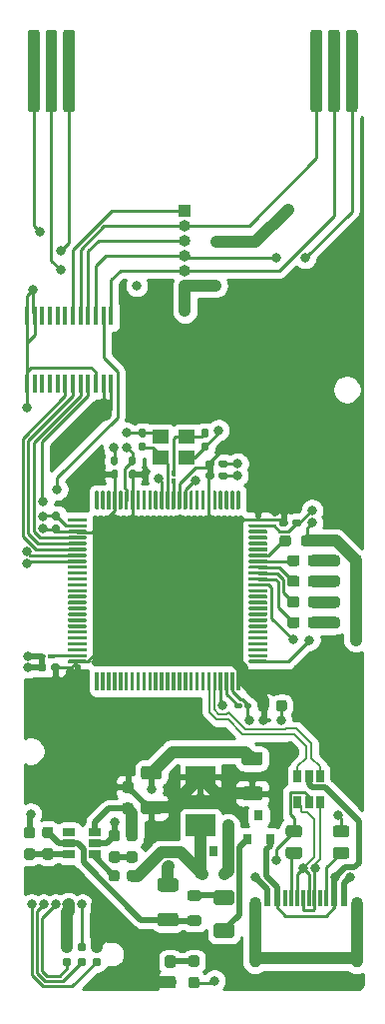
<source format=gbr>
%TF.GenerationSoftware,KiCad,Pcbnew,5.1.10*%
%TF.CreationDate,2021-05-11T19:06:34-06:00*%
%TF.ProjectId,LinkMeBaby,4c696e6b-4d65-4426-9162-792e6b696361,rev?*%
%TF.SameCoordinates,Original*%
%TF.FileFunction,Copper,L1,Top*%
%TF.FilePolarity,Positive*%
%FSLAX46Y46*%
G04 Gerber Fmt 4.6, Leading zero omitted, Abs format (unit mm)*
G04 Created by KiCad (PCBNEW 5.1.10) date 2021-05-11 19:06:34*
%MOMM*%
%LPD*%
G01*
G04 APERTURE LIST*
%TA.AperFunction,SMDPad,CuDef*%
%ADD10R,0.410000X1.570000*%
%TD*%
%TA.AperFunction,SMDPad,CuDef*%
%ADD11R,0.800000X0.900000*%
%TD*%
%TA.AperFunction,ComponentPad*%
%ADD12O,1.000000X1.600000*%
%TD*%
%TA.AperFunction,ComponentPad*%
%ADD13O,1.000000X2.100000*%
%TD*%
%TA.AperFunction,SMDPad,CuDef*%
%ADD14R,0.300000X1.450000*%
%TD*%
%TA.AperFunction,SMDPad,CuDef*%
%ADD15R,0.600000X1.450000*%
%TD*%
%TA.AperFunction,ComponentPad*%
%ADD16R,1.000000X1.000000*%
%TD*%
%TA.AperFunction,ComponentPad*%
%ADD17O,1.000000X1.000000*%
%TD*%
%TA.AperFunction,SMDPad,CuDef*%
%ADD18C,0.787000*%
%TD*%
%TA.AperFunction,SMDPad,CuDef*%
%ADD19R,2.500000X1.900000*%
%TD*%
%TA.AperFunction,SMDPad,CuDef*%
%ADD20R,0.650000X1.060000*%
%TD*%
%TA.AperFunction,SMDPad,CuDef*%
%ADD21R,1.060000X0.650000*%
%TD*%
%TA.AperFunction,SMDPad,CuDef*%
%ADD22R,1.400000X1.200000*%
%TD*%
%TA.AperFunction,ViaPad*%
%ADD23C,0.800000*%
%TD*%
%TA.AperFunction,Conductor*%
%ADD24C,0.250000*%
%TD*%
%TA.AperFunction,Conductor*%
%ADD25C,0.500000*%
%TD*%
%TA.AperFunction,Conductor*%
%ADD26C,1.000000*%
%TD*%
%TA.AperFunction,Conductor*%
%ADD27C,0.200000*%
%TD*%
%TA.AperFunction,Conductor*%
%ADD28C,0.254000*%
%TD*%
%TA.AperFunction,Conductor*%
%ADD29C,0.100000*%
%TD*%
G04 APERTURE END LIST*
D10*
%TO.P,U1,1*%
%TO.N,EDGE_VDD*%
X27975000Y-52430000D03*
%TO.P,U1,2*%
%TO.N,DIR*%
X27325000Y-52430000D03*
%TO.P,U1,3*%
%TO.N,EDGE_SI*%
X26675000Y-52430000D03*
%TO.P,U1,4*%
%TO.N,EDGE_SD*%
X26025000Y-52430000D03*
%TO.P,U1,5*%
%TO.N,EDGE_SC*%
X25375000Y-52430000D03*
%TO.P,U1,6*%
%TO.N,EDGE_SO*%
X24725000Y-52430000D03*
%TO.P,U1,7*%
%TO.N,N/C*%
X24075000Y-52430000D03*
%TO.P,U1,8*%
X23425000Y-52430000D03*
%TO.P,U1,9*%
X22775000Y-52430000D03*
%TO.P,U1,10*%
X22125000Y-52430000D03*
%TO.P,U1,11*%
%TO.N,GND*%
X21475000Y-52430000D03*
%TO.P,U1,12*%
X20825000Y-52430000D03*
%TO.P,U1,13*%
X20825000Y-58170000D03*
%TO.P,U1,14*%
%TO.N,N/C*%
X21475000Y-58170000D03*
%TO.P,U1,15*%
X22125000Y-58170000D03*
%TO.P,U1,16*%
X22775000Y-58170000D03*
%TO.P,U1,17*%
X23425000Y-58170000D03*
%TO.P,U1,18*%
%TO.N,SPI1_MISO*%
X24075000Y-58170000D03*
%TO.P,U1,19*%
%TO.N,SPI1_SCK*%
X24725000Y-58170000D03*
%TO.P,U1,20*%
%TO.N,SPI1_NSS*%
X25375000Y-58170000D03*
%TO.P,U1,21*%
%TO.N,SPI1_MOSI*%
X26025000Y-58170000D03*
%TO.P,U1,22*%
%TO.N,GND*%
X26675000Y-58170000D03*
%TO.P,U1,23*%
%TO.N,+3V3*%
X27325000Y-58170000D03*
%TO.P,U1,24*%
X27975000Y-58170000D03*
%TD*%
%TO.P,C3,2*%
%TO.N,GND*%
%TA.AperFunction,SMDPad,CuDef*%
G36*
G01*
X42000000Y-85700000D02*
X42000000Y-85200000D01*
G75*
G02*
X42225000Y-84975000I225000J0D01*
G01*
X42675000Y-84975000D01*
G75*
G02*
X42900000Y-85200000I0J-225000D01*
G01*
X42900000Y-85700000D01*
G75*
G02*
X42675000Y-85925000I-225000J0D01*
G01*
X42225000Y-85925000D01*
G75*
G02*
X42000000Y-85700000I0J225000D01*
G01*
G37*
%TD.AperFunction*%
%TO.P,C3,1*%
%TO.N,+3V3*%
%TA.AperFunction,SMDPad,CuDef*%
G36*
G01*
X40450000Y-85700000D02*
X40450000Y-85200000D01*
G75*
G02*
X40675000Y-84975000I225000J0D01*
G01*
X41125000Y-84975000D01*
G75*
G02*
X41350000Y-85200000I0J-225000D01*
G01*
X41350000Y-85700000D01*
G75*
G02*
X41125000Y-85925000I-225000J0D01*
G01*
X40675000Y-85925000D01*
G75*
G02*
X40450000Y-85700000I0J225000D01*
G01*
G37*
%TD.AperFunction*%
%TD*%
%TO.P,C1,2*%
%TO.N,GND*%
%TA.AperFunction,SMDPad,CuDef*%
G36*
G01*
X22410000Y-81150000D02*
X22410000Y-81350000D01*
G75*
G02*
X22310000Y-81450000I-100000J0D01*
G01*
X21875000Y-81450000D01*
G75*
G02*
X21775000Y-81350000I0J100000D01*
G01*
X21775000Y-81150000D01*
G75*
G02*
X21875000Y-81050000I100000J0D01*
G01*
X22310000Y-81050000D01*
G75*
G02*
X22410000Y-81150000I0J-100000D01*
G01*
G37*
%TD.AperFunction*%
%TO.P,C1,1*%
%TO.N,Net-(C1-Pad1)*%
%TA.AperFunction,SMDPad,CuDef*%
G36*
G01*
X23225000Y-81150000D02*
X23225000Y-81350000D01*
G75*
G02*
X23125000Y-81450000I-100000J0D01*
G01*
X22690000Y-81450000D01*
G75*
G02*
X22590000Y-81350000I0J100000D01*
G01*
X22590000Y-81150000D01*
G75*
G02*
X22690000Y-81050000I100000J0D01*
G01*
X23125000Y-81050000D01*
G75*
G02*
X23225000Y-81150000I0J-100000D01*
G01*
G37*
%TD.AperFunction*%
%TD*%
%TO.P,C2,1*%
%TO.N,Net-(C2-Pad1)*%
%TA.AperFunction,SMDPad,CuDef*%
G36*
G01*
X38450000Y-85550000D02*
X38450000Y-85350000D01*
G75*
G02*
X38550000Y-85250000I100000J0D01*
G01*
X38985000Y-85250000D01*
G75*
G02*
X39085000Y-85350000I0J-100000D01*
G01*
X39085000Y-85550000D01*
G75*
G02*
X38985000Y-85650000I-100000J0D01*
G01*
X38550000Y-85650000D01*
G75*
G02*
X38450000Y-85550000I0J100000D01*
G01*
G37*
%TD.AperFunction*%
%TO.P,C2,2*%
%TO.N,GND*%
%TA.AperFunction,SMDPad,CuDef*%
G36*
G01*
X39265000Y-85550000D02*
X39265000Y-85350000D01*
G75*
G02*
X39365000Y-85250000I100000J0D01*
G01*
X39800000Y-85250000D01*
G75*
G02*
X39900000Y-85350000I0J-100000D01*
G01*
X39900000Y-85550000D01*
G75*
G02*
X39800000Y-85650000I-100000J0D01*
G01*
X39365000Y-85650000D01*
G75*
G02*
X39265000Y-85550000I0J100000D01*
G01*
G37*
%TD.AperFunction*%
%TD*%
%TO.P,C4,1*%
%TO.N,+3V3*%
%TA.AperFunction,SMDPad,CuDef*%
G36*
G01*
X42240000Y-70105000D02*
X42240000Y-69795000D01*
G75*
G02*
X42395000Y-69640000I155000J0D01*
G01*
X42820000Y-69640000D01*
G75*
G02*
X42975000Y-69795000I0J-155000D01*
G01*
X42975000Y-70105000D01*
G75*
G02*
X42820000Y-70260000I-155000J0D01*
G01*
X42395000Y-70260000D01*
G75*
G02*
X42240000Y-70105000I0J155000D01*
G01*
G37*
%TD.AperFunction*%
%TO.P,C4,2*%
%TO.N,GND*%
%TA.AperFunction,SMDPad,CuDef*%
G36*
G01*
X43375000Y-70105000D02*
X43375000Y-69795000D01*
G75*
G02*
X43530000Y-69640000I155000J0D01*
G01*
X43955000Y-69640000D01*
G75*
G02*
X44110000Y-69795000I0J-155000D01*
G01*
X44110000Y-70105000D01*
G75*
G02*
X43955000Y-70260000I-155000J0D01*
G01*
X43530000Y-70260000D01*
G75*
G02*
X43375000Y-70105000I0J155000D01*
G01*
G37*
%TD.AperFunction*%
%TD*%
%TO.P,C5,2*%
%TO.N,GND*%
%TA.AperFunction,SMDPad,CuDef*%
G36*
G01*
X40600001Y-90500000D02*
X39299999Y-90500000D01*
G75*
G02*
X39050000Y-90250001I0J249999D01*
G01*
X39050000Y-89599999D01*
G75*
G02*
X39299999Y-89350000I249999J0D01*
G01*
X40600001Y-89350000D01*
G75*
G02*
X40850000Y-89599999I0J-249999D01*
G01*
X40850000Y-90250001D01*
G75*
G02*
X40600001Y-90500000I-249999J0D01*
G01*
G37*
%TD.AperFunction*%
%TO.P,C5,1*%
%TO.N,+3V3*%
%TA.AperFunction,SMDPad,CuDef*%
G36*
G01*
X40600001Y-93450000D02*
X39299999Y-93450000D01*
G75*
G02*
X39050000Y-93200001I0J249999D01*
G01*
X39050000Y-92549999D01*
G75*
G02*
X39299999Y-92300000I249999J0D01*
G01*
X40600001Y-92300000D01*
G75*
G02*
X40850000Y-92549999I0J-249999D01*
G01*
X40850000Y-93200001D01*
G75*
G02*
X40600001Y-93450000I-249999J0D01*
G01*
G37*
%TD.AperFunction*%
%TD*%
%TO.P,C6,1*%
%TO.N,+3V3*%
%TA.AperFunction,SMDPad,CuDef*%
G36*
G01*
X23455000Y-70860000D02*
X23145000Y-70860000D01*
G75*
G02*
X22990000Y-70705000I0J155000D01*
G01*
X22990000Y-70280000D01*
G75*
G02*
X23145000Y-70125000I155000J0D01*
G01*
X23455000Y-70125000D01*
G75*
G02*
X23610000Y-70280000I0J-155000D01*
G01*
X23610000Y-70705000D01*
G75*
G02*
X23455000Y-70860000I-155000J0D01*
G01*
G37*
%TD.AperFunction*%
%TO.P,C6,2*%
%TO.N,GND*%
%TA.AperFunction,SMDPad,CuDef*%
G36*
G01*
X23455000Y-69725000D02*
X23145000Y-69725000D01*
G75*
G02*
X22990000Y-69570000I0J155000D01*
G01*
X22990000Y-69145000D01*
G75*
G02*
X23145000Y-68990000I155000J0D01*
G01*
X23455000Y-68990000D01*
G75*
G02*
X23610000Y-69145000I0J-155000D01*
G01*
X23610000Y-69570000D01*
G75*
G02*
X23455000Y-69725000I-155000J0D01*
G01*
G37*
%TD.AperFunction*%
%TD*%
%TO.P,C7,1*%
%TO.N,BUCK_IN*%
%TA.AperFunction,SMDPad,CuDef*%
G36*
G01*
X33450001Y-104150000D02*
X32149999Y-104150000D01*
G75*
G02*
X31900000Y-103900001I0J249999D01*
G01*
X31900000Y-103249999D01*
G75*
G02*
X32149999Y-103000000I249999J0D01*
G01*
X33450001Y-103000000D01*
G75*
G02*
X33700000Y-103249999I0J-249999D01*
G01*
X33700000Y-103900001D01*
G75*
G02*
X33450001Y-104150000I-249999J0D01*
G01*
G37*
%TD.AperFunction*%
%TO.P,C7,2*%
%TO.N,GND*%
%TA.AperFunction,SMDPad,CuDef*%
G36*
G01*
X33450001Y-101200000D02*
X32149999Y-101200000D01*
G75*
G02*
X31900000Y-100950001I0J249999D01*
G01*
X31900000Y-100299999D01*
G75*
G02*
X32149999Y-100050000I249999J0D01*
G01*
X33450001Y-100050000D01*
G75*
G02*
X33700000Y-100299999I0J-249999D01*
G01*
X33700000Y-100950001D01*
G75*
G02*
X33450001Y-101200000I-249999J0D01*
G01*
G37*
%TD.AperFunction*%
%TD*%
%TO.P,C8,2*%
%TO.N,GND*%
%TA.AperFunction,SMDPad,CuDef*%
G36*
G01*
X30780000Y-62700000D02*
X30470000Y-62700000D01*
G75*
G02*
X30315000Y-62545000I0J155000D01*
G01*
X30315000Y-62120000D01*
G75*
G02*
X30470000Y-61965000I155000J0D01*
G01*
X30780000Y-61965000D01*
G75*
G02*
X30935000Y-62120000I0J-155000D01*
G01*
X30935000Y-62545000D01*
G75*
G02*
X30780000Y-62700000I-155000J0D01*
G01*
G37*
%TD.AperFunction*%
%TO.P,C8,1*%
%TO.N,HSE_OUT*%
%TA.AperFunction,SMDPad,CuDef*%
G36*
G01*
X30780000Y-63835000D02*
X30470000Y-63835000D01*
G75*
G02*
X30315000Y-63680000I0J155000D01*
G01*
X30315000Y-63255000D01*
G75*
G02*
X30470000Y-63100000I155000J0D01*
G01*
X30780000Y-63100000D01*
G75*
G02*
X30935000Y-63255000I0J-155000D01*
G01*
X30935000Y-63680000D01*
G75*
G02*
X30780000Y-63835000I-155000J0D01*
G01*
G37*
%TD.AperFunction*%
%TD*%
%TO.P,C9,1*%
%TO.N,+3V3*%
%TA.AperFunction,SMDPad,CuDef*%
G36*
G01*
X32050001Y-94650000D02*
X30749999Y-94650000D01*
G75*
G02*
X30500000Y-94400001I0J249999D01*
G01*
X30500000Y-93749999D01*
G75*
G02*
X30749999Y-93500000I249999J0D01*
G01*
X32050001Y-93500000D01*
G75*
G02*
X32300000Y-93749999I0J-249999D01*
G01*
X32300000Y-94400001D01*
G75*
G02*
X32050001Y-94650000I-249999J0D01*
G01*
G37*
%TD.AperFunction*%
%TO.P,C9,2*%
%TO.N,GND*%
%TA.AperFunction,SMDPad,CuDef*%
G36*
G01*
X32050001Y-91700000D02*
X30749999Y-91700000D01*
G75*
G02*
X30500000Y-91450001I0J249999D01*
G01*
X30500000Y-90799999D01*
G75*
G02*
X30749999Y-90550000I249999J0D01*
G01*
X32050001Y-90550000D01*
G75*
G02*
X32300000Y-90799999I0J-249999D01*
G01*
X32300000Y-91450001D01*
G75*
G02*
X32050001Y-91700000I-249999J0D01*
G01*
G37*
%TD.AperFunction*%
%TD*%
%TO.P,C10,2*%
%TO.N,GND*%
%TA.AperFunction,SMDPad,CuDef*%
G36*
G01*
X37125000Y-66105000D02*
X37125000Y-65795000D01*
G75*
G02*
X37280000Y-65640000I155000J0D01*
G01*
X37705000Y-65640000D01*
G75*
G02*
X37860000Y-65795000I0J-155000D01*
G01*
X37860000Y-66105000D01*
G75*
G02*
X37705000Y-66260000I-155000J0D01*
G01*
X37280000Y-66260000D01*
G75*
G02*
X37125000Y-66105000I0J155000D01*
G01*
G37*
%TD.AperFunction*%
%TO.P,C10,1*%
%TO.N,+3V3*%
%TA.AperFunction,SMDPad,CuDef*%
G36*
G01*
X35990000Y-66105000D02*
X35990000Y-65795000D01*
G75*
G02*
X36145000Y-65640000I155000J0D01*
G01*
X36570000Y-65640000D01*
G75*
G02*
X36725000Y-65795000I0J-155000D01*
G01*
X36725000Y-66105000D01*
G75*
G02*
X36570000Y-66260000I-155000J0D01*
G01*
X36145000Y-66260000D01*
G75*
G02*
X35990000Y-66105000I0J155000D01*
G01*
G37*
%TD.AperFunction*%
%TD*%
%TO.P,C11,1*%
%TO.N,+3V3*%
%TA.AperFunction,SMDPad,CuDef*%
G36*
G01*
X23610000Y-82045000D02*
X23610000Y-82355000D01*
G75*
G02*
X23455000Y-82510000I-155000J0D01*
G01*
X23030000Y-82510000D01*
G75*
G02*
X22875000Y-82355000I0J155000D01*
G01*
X22875000Y-82045000D01*
G75*
G02*
X23030000Y-81890000I155000J0D01*
G01*
X23455000Y-81890000D01*
G75*
G02*
X23610000Y-82045000I0J-155000D01*
G01*
G37*
%TD.AperFunction*%
%TO.P,C11,2*%
%TO.N,GND*%
%TA.AperFunction,SMDPad,CuDef*%
G36*
G01*
X22475000Y-82045000D02*
X22475000Y-82355000D01*
G75*
G02*
X22320000Y-82510000I-155000J0D01*
G01*
X21895000Y-82510000D01*
G75*
G02*
X21740000Y-82355000I0J155000D01*
G01*
X21740000Y-82045000D01*
G75*
G02*
X21895000Y-81890000I155000J0D01*
G01*
X22320000Y-81890000D01*
G75*
G02*
X22475000Y-82045000I0J-155000D01*
G01*
G37*
%TD.AperFunction*%
%TD*%
%TO.P,C12,1*%
%TO.N,Net-(C12-Pad1)*%
%TA.AperFunction,SMDPad,CuDef*%
G36*
G01*
X35795000Y-61965000D02*
X36105000Y-61965000D01*
G75*
G02*
X36260000Y-62120000I0J-155000D01*
G01*
X36260000Y-62545000D01*
G75*
G02*
X36105000Y-62700000I-155000J0D01*
G01*
X35795000Y-62700000D01*
G75*
G02*
X35640000Y-62545000I0J155000D01*
G01*
X35640000Y-62120000D01*
G75*
G02*
X35795000Y-61965000I155000J0D01*
G01*
G37*
%TD.AperFunction*%
%TO.P,C12,2*%
%TO.N,GND*%
%TA.AperFunction,SMDPad,CuDef*%
G36*
G01*
X35795000Y-63100000D02*
X36105000Y-63100000D01*
G75*
G02*
X36260000Y-63255000I0J-155000D01*
G01*
X36260000Y-63680000D01*
G75*
G02*
X36105000Y-63835000I-155000J0D01*
G01*
X35795000Y-63835000D01*
G75*
G02*
X35640000Y-63680000I0J155000D01*
G01*
X35640000Y-63255000D01*
G75*
G02*
X35795000Y-63100000I155000J0D01*
G01*
G37*
%TD.AperFunction*%
%TD*%
%TO.P,C13,2*%
%TO.N,GND*%
%TA.AperFunction,SMDPad,CuDef*%
G36*
G01*
X29930000Y-65050000D02*
X29620000Y-65050000D01*
G75*
G02*
X29465000Y-64895000I0J155000D01*
G01*
X29465000Y-64470000D01*
G75*
G02*
X29620000Y-64315000I155000J0D01*
G01*
X29930000Y-64315000D01*
G75*
G02*
X30085000Y-64470000I0J-155000D01*
G01*
X30085000Y-64895000D01*
G75*
G02*
X29930000Y-65050000I-155000J0D01*
G01*
G37*
%TD.AperFunction*%
%TO.P,C13,1*%
%TO.N,+3V3*%
%TA.AperFunction,SMDPad,CuDef*%
G36*
G01*
X29930000Y-66185000D02*
X29620000Y-66185000D01*
G75*
G02*
X29465000Y-66030000I0J155000D01*
G01*
X29465000Y-65605000D01*
G75*
G02*
X29620000Y-65450000I155000J0D01*
G01*
X29930000Y-65450000D01*
G75*
G02*
X30085000Y-65605000I0J-155000D01*
G01*
X30085000Y-66030000D01*
G75*
G02*
X29930000Y-66185000I-155000J0D01*
G01*
G37*
%TD.AperFunction*%
%TD*%
%TO.P,C14,1*%
%TO.N,+3V3*%
%TA.AperFunction,SMDPad,CuDef*%
G36*
G01*
X28405000Y-66185000D02*
X28095000Y-66185000D01*
G75*
G02*
X27940000Y-66030000I0J155000D01*
G01*
X27940000Y-65605000D01*
G75*
G02*
X28095000Y-65450000I155000J0D01*
G01*
X28405000Y-65450000D01*
G75*
G02*
X28560000Y-65605000I0J-155000D01*
G01*
X28560000Y-66030000D01*
G75*
G02*
X28405000Y-66185000I-155000J0D01*
G01*
G37*
%TD.AperFunction*%
%TO.P,C14,2*%
%TO.N,GND*%
%TA.AperFunction,SMDPad,CuDef*%
G36*
G01*
X28405000Y-65050000D02*
X28095000Y-65050000D01*
G75*
G02*
X27940000Y-64895000I0J155000D01*
G01*
X27940000Y-64470000D01*
G75*
G02*
X28095000Y-64315000I155000J0D01*
G01*
X28405000Y-64315000D01*
G75*
G02*
X28560000Y-64470000I0J-155000D01*
G01*
X28560000Y-64895000D01*
G75*
G02*
X28405000Y-65050000I-155000J0D01*
G01*
G37*
%TD.AperFunction*%
%TD*%
%TO.P,C15,2*%
%TO.N,GND*%
%TA.AperFunction,SMDPad,CuDef*%
G36*
G01*
X37125000Y-65105000D02*
X37125000Y-64795000D01*
G75*
G02*
X37280000Y-64640000I155000J0D01*
G01*
X37705000Y-64640000D01*
G75*
G02*
X37860000Y-64795000I0J-155000D01*
G01*
X37860000Y-65105000D01*
G75*
G02*
X37705000Y-65260000I-155000J0D01*
G01*
X37280000Y-65260000D01*
G75*
G02*
X37125000Y-65105000I0J155000D01*
G01*
G37*
%TD.AperFunction*%
%TO.P,C15,1*%
%TO.N,+3V3*%
%TA.AperFunction,SMDPad,CuDef*%
G36*
G01*
X35990000Y-65105000D02*
X35990000Y-64795000D01*
G75*
G02*
X36145000Y-64640000I155000J0D01*
G01*
X36570000Y-64640000D01*
G75*
G02*
X36725000Y-64795000I0J-155000D01*
G01*
X36725000Y-65105000D01*
G75*
G02*
X36570000Y-65260000I-155000J0D01*
G01*
X36145000Y-65260000D01*
G75*
G02*
X35990000Y-65105000I0J155000D01*
G01*
G37*
%TD.AperFunction*%
%TD*%
%TO.P,C16,1*%
%TO.N,BUCK_BST*%
%TA.AperFunction,SMDPad,CuDef*%
G36*
G01*
X27775000Y-100100000D02*
X27775000Y-99600000D01*
G75*
G02*
X28000000Y-99375000I225000J0D01*
G01*
X28450000Y-99375000D01*
G75*
G02*
X28675000Y-99600000I0J-225000D01*
G01*
X28675000Y-100100000D01*
G75*
G02*
X28450000Y-100325000I-225000J0D01*
G01*
X28000000Y-100325000D01*
G75*
G02*
X27775000Y-100100000I0J225000D01*
G01*
G37*
%TD.AperFunction*%
%TO.P,C16,2*%
%TO.N,BUCK_SW*%
%TA.AperFunction,SMDPad,CuDef*%
G36*
G01*
X29325000Y-100100000D02*
X29325000Y-99600000D01*
G75*
G02*
X29550000Y-99375000I225000J0D01*
G01*
X30000000Y-99375000D01*
G75*
G02*
X30225000Y-99600000I0J-225000D01*
G01*
X30225000Y-100100000D01*
G75*
G02*
X30000000Y-100325000I-225000J0D01*
G01*
X29550000Y-100325000D01*
G75*
G02*
X29325000Y-100100000I0J225000D01*
G01*
G37*
%TD.AperFunction*%
%TD*%
%TO.P,D1,1*%
%TO.N,Net-(D1-Pad1)*%
%TA.AperFunction,SMDPad,CuDef*%
G36*
G01*
X45725000Y-78162500D02*
X45725000Y-78637500D01*
G75*
G02*
X45487500Y-78875000I-237500J0D01*
G01*
X44912500Y-78875000D01*
G75*
G02*
X44675000Y-78637500I0J237500D01*
G01*
X44675000Y-78162500D01*
G75*
G02*
X44912500Y-77925000I237500J0D01*
G01*
X45487500Y-77925000D01*
G75*
G02*
X45725000Y-78162500I0J-237500D01*
G01*
G37*
%TD.AperFunction*%
%TO.P,D1,2*%
%TO.N,STATUS_CK*%
%TA.AperFunction,SMDPad,CuDef*%
G36*
G01*
X43975000Y-78162500D02*
X43975000Y-78637500D01*
G75*
G02*
X43737500Y-78875000I-237500J0D01*
G01*
X43162500Y-78875000D01*
G75*
G02*
X42925000Y-78637500I0J237500D01*
G01*
X42925000Y-78162500D01*
G75*
G02*
X43162500Y-77925000I237500J0D01*
G01*
X43737500Y-77925000D01*
G75*
G02*
X43975000Y-78162500I0J-237500D01*
G01*
G37*
%TD.AperFunction*%
%TD*%
%TO.P,D2,2*%
%TO.N,STATUS_SO*%
%TA.AperFunction,SMDPad,CuDef*%
G36*
G01*
X43975000Y-76412500D02*
X43975000Y-76887500D01*
G75*
G02*
X43737500Y-77125000I-237500J0D01*
G01*
X43162500Y-77125000D01*
G75*
G02*
X42925000Y-76887500I0J237500D01*
G01*
X42925000Y-76412500D01*
G75*
G02*
X43162500Y-76175000I237500J0D01*
G01*
X43737500Y-76175000D01*
G75*
G02*
X43975000Y-76412500I0J-237500D01*
G01*
G37*
%TD.AperFunction*%
%TO.P,D2,1*%
%TO.N,Net-(D2-Pad1)*%
%TA.AperFunction,SMDPad,CuDef*%
G36*
G01*
X45725000Y-76412500D02*
X45725000Y-76887500D01*
G75*
G02*
X45487500Y-77125000I-237500J0D01*
G01*
X44912500Y-77125000D01*
G75*
G02*
X44675000Y-76887500I0J237500D01*
G01*
X44675000Y-76412500D01*
G75*
G02*
X44912500Y-76175000I237500J0D01*
G01*
X45487500Y-76175000D01*
G75*
G02*
X45725000Y-76412500I0J-237500D01*
G01*
G37*
%TD.AperFunction*%
%TD*%
%TO.P,D3,2*%
%TO.N,STATUS_SI*%
%TA.AperFunction,SMDPad,CuDef*%
G36*
G01*
X43975000Y-74662500D02*
X43975000Y-75137500D01*
G75*
G02*
X43737500Y-75375000I-237500J0D01*
G01*
X43162500Y-75375000D01*
G75*
G02*
X42925000Y-75137500I0J237500D01*
G01*
X42925000Y-74662500D01*
G75*
G02*
X43162500Y-74425000I237500J0D01*
G01*
X43737500Y-74425000D01*
G75*
G02*
X43975000Y-74662500I0J-237500D01*
G01*
G37*
%TD.AperFunction*%
%TO.P,D3,1*%
%TO.N,Net-(D3-Pad1)*%
%TA.AperFunction,SMDPad,CuDef*%
G36*
G01*
X45725000Y-74662500D02*
X45725000Y-75137500D01*
G75*
G02*
X45487500Y-75375000I-237500J0D01*
G01*
X44912500Y-75375000D01*
G75*
G02*
X44675000Y-75137500I0J237500D01*
G01*
X44675000Y-74662500D01*
G75*
G02*
X44912500Y-74425000I237500J0D01*
G01*
X45487500Y-74425000D01*
G75*
G02*
X45725000Y-74662500I0J-237500D01*
G01*
G37*
%TD.AperFunction*%
%TD*%
%TO.P,D4,1*%
%TO.N,Net-(D4-Pad1)*%
%TA.AperFunction,SMDPad,CuDef*%
G36*
G01*
X45725000Y-72912500D02*
X45725000Y-73387500D01*
G75*
G02*
X45487500Y-73625000I-237500J0D01*
G01*
X44912500Y-73625000D01*
G75*
G02*
X44675000Y-73387500I0J237500D01*
G01*
X44675000Y-72912500D01*
G75*
G02*
X44912500Y-72675000I237500J0D01*
G01*
X45487500Y-72675000D01*
G75*
G02*
X45725000Y-72912500I0J-237500D01*
G01*
G37*
%TD.AperFunction*%
%TO.P,D4,2*%
%TO.N,STATUS_SD*%
%TA.AperFunction,SMDPad,CuDef*%
G36*
G01*
X43975000Y-72912500D02*
X43975000Y-73387500D01*
G75*
G02*
X43737500Y-73625000I-237500J0D01*
G01*
X43162500Y-73625000D01*
G75*
G02*
X42925000Y-73387500I0J237500D01*
G01*
X42925000Y-72912500D01*
G75*
G02*
X43162500Y-72675000I237500J0D01*
G01*
X43737500Y-72675000D01*
G75*
G02*
X43975000Y-72912500I0J-237500D01*
G01*
G37*
%TD.AperFunction*%
%TD*%
D11*
%TO.P,D5,1*%
%TO.N,Net-(D5-Pad1)*%
X39550000Y-96750000D03*
%TO.P,D5,2*%
%TO.N,+5V*%
X41450000Y-96750000D03*
%TO.P,D5,3*%
%TO.N,N/C*%
X40500000Y-94750000D03*
%TD*%
%TO.P,D6,3*%
%TO.N,N/C*%
X36650000Y-97750000D03*
%TO.P,D6,2*%
%TO.N,GND*%
X37600000Y-99750000D03*
%TO.P,D6,1*%
%TO.N,BUCK_SW*%
X35700000Y-99750000D03*
%TD*%
%TO.P,D7,1*%
%TO.N,Net-(D7-Pad1)*%
%TA.AperFunction,SMDPad,CuDef*%
G36*
G01*
X32762500Y-106600000D02*
X33237500Y-106600000D01*
G75*
G02*
X33475000Y-106837500I0J-237500D01*
G01*
X33475000Y-107412500D01*
G75*
G02*
X33237500Y-107650000I-237500J0D01*
G01*
X32762500Y-107650000D01*
G75*
G02*
X32525000Y-107412500I0J237500D01*
G01*
X32525000Y-106837500D01*
G75*
G02*
X32762500Y-106600000I237500J0D01*
G01*
G37*
%TD.AperFunction*%
%TO.P,D7,2*%
%TO.N,+3V3*%
%TA.AperFunction,SMDPad,CuDef*%
G36*
G01*
X32762500Y-108350000D02*
X33237500Y-108350000D01*
G75*
G02*
X33475000Y-108587500I0J-237500D01*
G01*
X33475000Y-109162500D01*
G75*
G02*
X33237500Y-109400000I-237500J0D01*
G01*
X32762500Y-109400000D01*
G75*
G02*
X32525000Y-109162500I0J237500D01*
G01*
X32525000Y-108587500D01*
G75*
G02*
X32762500Y-108350000I237500J0D01*
G01*
G37*
%TD.AperFunction*%
%TD*%
%TO.P,F1,1*%
%TO.N,Net-(D5-Pad1)*%
%TA.AperFunction,SMDPad,CuDef*%
G36*
G01*
X38175000Y-105125000D02*
X36925000Y-105125000D01*
G75*
G02*
X36675000Y-104875000I0J250000D01*
G01*
X36675000Y-104125000D01*
G75*
G02*
X36925000Y-103875000I250000J0D01*
G01*
X38175000Y-103875000D01*
G75*
G02*
X38425000Y-104125000I0J-250000D01*
G01*
X38425000Y-104875000D01*
G75*
G02*
X38175000Y-105125000I-250000J0D01*
G01*
G37*
%TD.AperFunction*%
%TO.P,F1,2*%
%TO.N,Net-(F1-Pad2)*%
%TA.AperFunction,SMDPad,CuDef*%
G36*
G01*
X38175000Y-102325000D02*
X36925000Y-102325000D01*
G75*
G02*
X36675000Y-102075000I0J250000D01*
G01*
X36675000Y-101325000D01*
G75*
G02*
X36925000Y-101075000I250000J0D01*
G01*
X38175000Y-101075000D01*
G75*
G02*
X38425000Y-101325000I0J-250000D01*
G01*
X38425000Y-102075000D01*
G75*
G02*
X38175000Y-102325000I-250000J0D01*
G01*
G37*
%TD.AperFunction*%
%TD*%
%TO.P,FB1,1*%
%TO.N,Net-(F1-Pad2)*%
%TA.AperFunction,SMDPad,CuDef*%
G36*
G01*
X34668750Y-101100000D02*
X35431250Y-101100000D01*
G75*
G02*
X35650000Y-101318750I0J-218750D01*
G01*
X35650000Y-101756250D01*
G75*
G02*
X35431250Y-101975000I-218750J0D01*
G01*
X34668750Y-101975000D01*
G75*
G02*
X34450000Y-101756250I0J218750D01*
G01*
X34450000Y-101318750D01*
G75*
G02*
X34668750Y-101100000I218750J0D01*
G01*
G37*
%TD.AperFunction*%
%TO.P,FB1,2*%
%TO.N,BUCK_IN*%
%TA.AperFunction,SMDPad,CuDef*%
G36*
G01*
X34668750Y-103225000D02*
X35431250Y-103225000D01*
G75*
G02*
X35650000Y-103443750I0J-218750D01*
G01*
X35650000Y-103881250D01*
G75*
G02*
X35431250Y-104100000I-218750J0D01*
G01*
X34668750Y-104100000D01*
G75*
G02*
X34450000Y-103881250I0J218750D01*
G01*
X34450000Y-103443750D01*
G75*
G02*
X34668750Y-103225000I218750J0D01*
G01*
G37*
%TD.AperFunction*%
%TD*%
D12*
%TO.P,J1,S1*%
%TO.N,Net-(J1-PadS1)*%
X48820000Y-106850000D03*
X40180000Y-106850000D03*
D13*
X40180000Y-102670000D03*
X48820000Y-102670000D03*
D14*
%TO.P,J1,A6*%
%TO.N,USB_CONN_D+*%
X44250000Y-101755000D03*
%TO.P,J1,B5*%
%TO.N,Net-(J1-PadB5)*%
X46250000Y-101755000D03*
%TO.P,J1,A8*%
%TO.N,N/C*%
X45750000Y-101755000D03*
%TO.P,J1,B6*%
%TO.N,USB_CONN_D+*%
X45250000Y-101755000D03*
%TO.P,J1,A7*%
%TO.N,USB_CONN_D-*%
X44750000Y-101755000D03*
%TO.P,J1,B7*%
X43750000Y-101755000D03*
%TO.P,J1,A5*%
%TO.N,Net-(J1-PadA5)*%
X43250000Y-101755000D03*
%TO.P,J1,B8*%
%TO.N,N/C*%
X42750000Y-101755000D03*
D15*
%TO.P,J1,A12*%
%TO.N,GND*%
X47750000Y-101755000D03*
%TO.P,J1,B4*%
%TO.N,+5V*%
X46950000Y-101755000D03*
%TO.P,J1,A4*%
X42050000Y-101755000D03*
%TO.P,J1,A1*%
%TO.N,GND*%
X41250000Y-101755000D03*
%TO.P,J1,B12*%
X41250000Y-101755000D03*
%TO.P,J1,B9*%
%TO.N,+5V*%
X42050000Y-101755000D03*
%TO.P,J1,A9*%
X46950000Y-101755000D03*
%TO.P,J1,B1*%
%TO.N,GND*%
X47750000Y-101755000D03*
%TD*%
D16*
%TO.P,J2,1*%
%TO.N,EDGE_SO*%
X34250000Y-43500000D03*
D17*
%TO.P,J2,2*%
%TO.N,EDGE_SC*%
X34250000Y-44770000D03*
%TO.P,J2,3*%
%TO.N,EDGE_SD*%
X34250000Y-46040000D03*
%TO.P,J2,4*%
%TO.N,EDGE_SI*%
X34250000Y-47310000D03*
%TO.P,J2,5*%
%TO.N,EDGE_VDD*%
X34250000Y-48580000D03*
%TO.P,J2,6*%
%TO.N,GND*%
X34250000Y-49850000D03*
%TD*%
%TO.P,J3,5*%
%TO.N,EDGE_SC*%
%TA.AperFunction,SMDPad,CuDef*%
G36*
G01*
X45900000Y-28400000D02*
X45900000Y-34900000D01*
G75*
G02*
X45650000Y-35150000I-250000J0D01*
G01*
X45150000Y-35150000D01*
G75*
G02*
X44900000Y-34900000I0J250000D01*
G01*
X44900000Y-28400000D01*
G75*
G02*
X45150000Y-28150000I250000J0D01*
G01*
X45650000Y-28150000D01*
G75*
G02*
X45900000Y-28400000I0J-250000D01*
G01*
G37*
%TD.AperFunction*%
%TO.P,J3,1*%
%TO.N,EDGE_VDD*%
%TA.AperFunction,SMDPad,CuDef*%
G36*
G01*
X47400000Y-28400000D02*
X47400000Y-34900000D01*
G75*
G02*
X47150000Y-35150000I-250000J0D01*
G01*
X46650000Y-35150000D01*
G75*
G02*
X46400000Y-34900000I0J250000D01*
G01*
X46400000Y-28400000D01*
G75*
G02*
X46650000Y-28150000I250000J0D01*
G01*
X47150000Y-28150000D01*
G75*
G02*
X47400000Y-28400000I0J-250000D01*
G01*
G37*
%TD.AperFunction*%
%TO.P,J3,3*%
%TO.N,EDGE_SI*%
%TA.AperFunction,SMDPad,CuDef*%
G36*
G01*
X48900000Y-28400000D02*
X48900000Y-34900000D01*
G75*
G02*
X48650000Y-35150000I-250000J0D01*
G01*
X48150000Y-35150000D01*
G75*
G02*
X47900000Y-34900000I0J250000D01*
G01*
X47900000Y-28400000D01*
G75*
G02*
X48150000Y-28150000I250000J0D01*
G01*
X48650000Y-28150000D01*
G75*
G02*
X48900000Y-28400000I0J-250000D01*
G01*
G37*
%TD.AperFunction*%
%TD*%
%TO.P,J4,3*%
%TO.N,EDGE_SI*%
%TA.AperFunction,SMDPad,CuDef*%
G36*
G01*
X24900000Y-28400000D02*
X24900000Y-34900000D01*
G75*
G02*
X24650000Y-35150000I-250000J0D01*
G01*
X24150000Y-35150000D01*
G75*
G02*
X23900000Y-34900000I0J250000D01*
G01*
X23900000Y-28400000D01*
G75*
G02*
X24150000Y-28150000I250000J0D01*
G01*
X24650000Y-28150000D01*
G75*
G02*
X24900000Y-28400000I0J-250000D01*
G01*
G37*
%TD.AperFunction*%
%TO.P,J4,1*%
%TO.N,EDGE_VDD*%
%TA.AperFunction,SMDPad,CuDef*%
G36*
G01*
X23400000Y-28400000D02*
X23400000Y-34900000D01*
G75*
G02*
X23150000Y-35150000I-250000J0D01*
G01*
X22650000Y-35150000D01*
G75*
G02*
X22400000Y-34900000I0J250000D01*
G01*
X22400000Y-28400000D01*
G75*
G02*
X22650000Y-28150000I250000J0D01*
G01*
X23150000Y-28150000D01*
G75*
G02*
X23400000Y-28400000I0J-250000D01*
G01*
G37*
%TD.AperFunction*%
%TO.P,J4,5*%
%TO.N,EDGE_SC*%
%TA.AperFunction,SMDPad,CuDef*%
G36*
G01*
X21900000Y-28400000D02*
X21900000Y-34900000D01*
G75*
G02*
X21650000Y-35150000I-250000J0D01*
G01*
X21150000Y-35150000D01*
G75*
G02*
X20900000Y-34900000I0J250000D01*
G01*
X20900000Y-28400000D01*
G75*
G02*
X21150000Y-28150000I250000J0D01*
G01*
X21650000Y-28150000D01*
G75*
G02*
X21900000Y-28400000I0J-250000D01*
G01*
G37*
%TD.AperFunction*%
%TD*%
D18*
%TO.P,J5,6*%
%TO.N,SWO*%
X24230000Y-107135000D03*
%TO.P,J5,5*%
%TO.N,GND*%
X24230000Y-105865000D03*
%TO.P,J5,4*%
%TO.N,SWCLK*%
X25500000Y-107135000D03*
%TO.P,J5,3*%
%TO.N,NRST*%
X25500000Y-105865000D03*
%TO.P,J5,2*%
%TO.N,SWDIO*%
X26770000Y-107135000D03*
%TO.P,J5,1*%
%TO.N,+3V3*%
X26770000Y-105865000D03*
%TD*%
D19*
%TO.P,L1,1*%
%TO.N,BUCK_SW*%
X35550000Y-95600000D03*
%TO.P,L1,2*%
%TO.N,+3V3*%
X35550000Y-91500000D03*
%TD*%
%TO.P,R1,1*%
%TO.N,Net-(J1-PadA5)*%
%TA.AperFunction,SMDPad,CuDef*%
G36*
G01*
X43950001Y-98425000D02*
X43049999Y-98425000D01*
G75*
G02*
X42800000Y-98175001I0J249999D01*
G01*
X42800000Y-97649999D01*
G75*
G02*
X43049999Y-97400000I249999J0D01*
G01*
X43950001Y-97400000D01*
G75*
G02*
X44200000Y-97649999I0J-249999D01*
G01*
X44200000Y-98175001D01*
G75*
G02*
X43950001Y-98425000I-249999J0D01*
G01*
G37*
%TD.AperFunction*%
%TO.P,R1,2*%
%TO.N,GND*%
%TA.AperFunction,SMDPad,CuDef*%
G36*
G01*
X43950001Y-96600000D02*
X43049999Y-96600000D01*
G75*
G02*
X42800000Y-96350001I0J249999D01*
G01*
X42800000Y-95824999D01*
G75*
G02*
X43049999Y-95575000I249999J0D01*
G01*
X43950001Y-95575000D01*
G75*
G02*
X44200000Y-95824999I0J-249999D01*
G01*
X44200000Y-96350001D01*
G75*
G02*
X43950001Y-96600000I-249999J0D01*
G01*
G37*
%TD.AperFunction*%
%TD*%
%TO.P,R2,2*%
%TO.N,GND*%
%TA.AperFunction,SMDPad,CuDef*%
G36*
G01*
X47950001Y-96600000D02*
X47049999Y-96600000D01*
G75*
G02*
X46800000Y-96350001I0J249999D01*
G01*
X46800000Y-95824999D01*
G75*
G02*
X47049999Y-95575000I249999J0D01*
G01*
X47950001Y-95575000D01*
G75*
G02*
X48200000Y-95824999I0J-249999D01*
G01*
X48200000Y-96350001D01*
G75*
G02*
X47950001Y-96600000I-249999J0D01*
G01*
G37*
%TD.AperFunction*%
%TO.P,R2,1*%
%TO.N,Net-(J1-PadB5)*%
%TA.AperFunction,SMDPad,CuDef*%
G36*
G01*
X47950001Y-98425000D02*
X47049999Y-98425000D01*
G75*
G02*
X46800000Y-98175001I0J249999D01*
G01*
X46800000Y-97649999D01*
G75*
G02*
X47049999Y-97400000I249999J0D01*
G01*
X47950001Y-97400000D01*
G75*
G02*
X48200000Y-97649999I0J-249999D01*
G01*
X48200000Y-98175001D01*
G75*
G02*
X47950001Y-98425000I-249999J0D01*
G01*
G37*
%TD.AperFunction*%
%TD*%
%TO.P,R3,2*%
%TO.N,Net-(D1-Pad1)*%
%TA.AperFunction,SMDPad,CuDef*%
G36*
G01*
X47400000Y-78162500D02*
X47400000Y-78637500D01*
G75*
G02*
X47162500Y-78875000I-237500J0D01*
G01*
X46662500Y-78875000D01*
G75*
G02*
X46425000Y-78637500I0J237500D01*
G01*
X46425000Y-78162500D01*
G75*
G02*
X46662500Y-77925000I237500J0D01*
G01*
X47162500Y-77925000D01*
G75*
G02*
X47400000Y-78162500I0J-237500D01*
G01*
G37*
%TD.AperFunction*%
%TO.P,R3,1*%
%TO.N,GND*%
%TA.AperFunction,SMDPad,CuDef*%
G36*
G01*
X49225000Y-78162500D02*
X49225000Y-78637500D01*
G75*
G02*
X48987500Y-78875000I-237500J0D01*
G01*
X48487500Y-78875000D01*
G75*
G02*
X48250000Y-78637500I0J237500D01*
G01*
X48250000Y-78162500D01*
G75*
G02*
X48487500Y-77925000I237500J0D01*
G01*
X48987500Y-77925000D01*
G75*
G02*
X49225000Y-78162500I0J-237500D01*
G01*
G37*
%TD.AperFunction*%
%TD*%
%TO.P,R4,1*%
%TO.N,GND*%
%TA.AperFunction,SMDPad,CuDef*%
G36*
G01*
X49225000Y-76412500D02*
X49225000Y-76887500D01*
G75*
G02*
X48987500Y-77125000I-237500J0D01*
G01*
X48487500Y-77125000D01*
G75*
G02*
X48250000Y-76887500I0J237500D01*
G01*
X48250000Y-76412500D01*
G75*
G02*
X48487500Y-76175000I237500J0D01*
G01*
X48987500Y-76175000D01*
G75*
G02*
X49225000Y-76412500I0J-237500D01*
G01*
G37*
%TD.AperFunction*%
%TO.P,R4,2*%
%TO.N,Net-(D2-Pad1)*%
%TA.AperFunction,SMDPad,CuDef*%
G36*
G01*
X47400000Y-76412500D02*
X47400000Y-76887500D01*
G75*
G02*
X47162500Y-77125000I-237500J0D01*
G01*
X46662500Y-77125000D01*
G75*
G02*
X46425000Y-76887500I0J237500D01*
G01*
X46425000Y-76412500D01*
G75*
G02*
X46662500Y-76175000I237500J0D01*
G01*
X47162500Y-76175000D01*
G75*
G02*
X47400000Y-76412500I0J-237500D01*
G01*
G37*
%TD.AperFunction*%
%TD*%
%TO.P,R5,2*%
%TO.N,GND*%
%TA.AperFunction,SMDPad,CuDef*%
G36*
G01*
X44100000Y-71687500D02*
X44100000Y-71212500D01*
G75*
G02*
X44337500Y-70975000I237500J0D01*
G01*
X44837500Y-70975000D01*
G75*
G02*
X45075000Y-71212500I0J-237500D01*
G01*
X45075000Y-71687500D01*
G75*
G02*
X44837500Y-71925000I-237500J0D01*
G01*
X44337500Y-71925000D01*
G75*
G02*
X44100000Y-71687500I0J237500D01*
G01*
G37*
%TD.AperFunction*%
%TO.P,R5,1*%
%TO.N,Net-(R5-Pad1)*%
%TA.AperFunction,SMDPad,CuDef*%
G36*
G01*
X42275000Y-71687500D02*
X42275000Y-71212500D01*
G75*
G02*
X42512500Y-70975000I237500J0D01*
G01*
X43012500Y-70975000D01*
G75*
G02*
X43250000Y-71212500I0J-237500D01*
G01*
X43250000Y-71687500D01*
G75*
G02*
X43012500Y-71925000I-237500J0D01*
G01*
X42512500Y-71925000D01*
G75*
G02*
X42275000Y-71687500I0J237500D01*
G01*
G37*
%TD.AperFunction*%
%TD*%
%TO.P,R6,2*%
%TO.N,Net-(D3-Pad1)*%
%TA.AperFunction,SMDPad,CuDef*%
G36*
G01*
X47400000Y-74662500D02*
X47400000Y-75137500D01*
G75*
G02*
X47162500Y-75375000I-237500J0D01*
G01*
X46662500Y-75375000D01*
G75*
G02*
X46425000Y-75137500I0J237500D01*
G01*
X46425000Y-74662500D01*
G75*
G02*
X46662500Y-74425000I237500J0D01*
G01*
X47162500Y-74425000D01*
G75*
G02*
X47400000Y-74662500I0J-237500D01*
G01*
G37*
%TD.AperFunction*%
%TO.P,R6,1*%
%TO.N,GND*%
%TA.AperFunction,SMDPad,CuDef*%
G36*
G01*
X49225000Y-74662500D02*
X49225000Y-75137500D01*
G75*
G02*
X48987500Y-75375000I-237500J0D01*
G01*
X48487500Y-75375000D01*
G75*
G02*
X48250000Y-75137500I0J237500D01*
G01*
X48250000Y-74662500D01*
G75*
G02*
X48487500Y-74425000I237500J0D01*
G01*
X48987500Y-74425000D01*
G75*
G02*
X49225000Y-74662500I0J-237500D01*
G01*
G37*
%TD.AperFunction*%
%TD*%
%TO.P,R7,1*%
%TO.N,GND*%
%TA.AperFunction,SMDPad,CuDef*%
G36*
G01*
X49225000Y-72912500D02*
X49225000Y-73387500D01*
G75*
G02*
X48987500Y-73625000I-237500J0D01*
G01*
X48487500Y-73625000D01*
G75*
G02*
X48250000Y-73387500I0J237500D01*
G01*
X48250000Y-72912500D01*
G75*
G02*
X48487500Y-72675000I237500J0D01*
G01*
X48987500Y-72675000D01*
G75*
G02*
X49225000Y-72912500I0J-237500D01*
G01*
G37*
%TD.AperFunction*%
%TO.P,R7,2*%
%TO.N,Net-(D4-Pad1)*%
%TA.AperFunction,SMDPad,CuDef*%
G36*
G01*
X47400000Y-72912500D02*
X47400000Y-73387500D01*
G75*
G02*
X47162500Y-73625000I-237500J0D01*
G01*
X46662500Y-73625000D01*
G75*
G02*
X46425000Y-73387500I0J237500D01*
G01*
X46425000Y-72912500D01*
G75*
G02*
X46662500Y-72675000I237500J0D01*
G01*
X47162500Y-72675000D01*
G75*
G02*
X47400000Y-72912500I0J-237500D01*
G01*
G37*
%TD.AperFunction*%
%TD*%
%TO.P,R8,1*%
%TO.N,+3V3*%
%TA.AperFunction,SMDPad,CuDef*%
G36*
G01*
X29162500Y-91850000D02*
X29637500Y-91850000D01*
G75*
G02*
X29875000Y-92087500I0J-237500D01*
G01*
X29875000Y-92587500D01*
G75*
G02*
X29637500Y-92825000I-237500J0D01*
G01*
X29162500Y-92825000D01*
G75*
G02*
X28925000Y-92587500I0J237500D01*
G01*
X28925000Y-92087500D01*
G75*
G02*
X29162500Y-91850000I237500J0D01*
G01*
G37*
%TD.AperFunction*%
%TO.P,R8,2*%
%TO.N,BUCK_FB*%
%TA.AperFunction,SMDPad,CuDef*%
G36*
G01*
X29162500Y-93675000D02*
X29637500Y-93675000D01*
G75*
G02*
X29875000Y-93912500I0J-237500D01*
G01*
X29875000Y-94412500D01*
G75*
G02*
X29637500Y-94650000I-237500J0D01*
G01*
X29162500Y-94650000D01*
G75*
G02*
X28925000Y-94412500I0J237500D01*
G01*
X28925000Y-93912500D01*
G75*
G02*
X29162500Y-93675000I237500J0D01*
G01*
G37*
%TD.AperFunction*%
%TD*%
%TO.P,R9,2*%
%TO.N,Net-(R10-Pad1)*%
%TA.AperFunction,SMDPad,CuDef*%
G36*
G01*
X29512500Y-97775000D02*
X29987500Y-97775000D01*
G75*
G02*
X30225000Y-98012500I0J-237500D01*
G01*
X30225000Y-98512500D01*
G75*
G02*
X29987500Y-98750000I-237500J0D01*
G01*
X29512500Y-98750000D01*
G75*
G02*
X29275000Y-98512500I0J237500D01*
G01*
X29275000Y-98012500D01*
G75*
G02*
X29512500Y-97775000I237500J0D01*
G01*
G37*
%TD.AperFunction*%
%TO.P,R9,1*%
%TO.N,BUCK_FB*%
%TA.AperFunction,SMDPad,CuDef*%
G36*
G01*
X29512500Y-95950000D02*
X29987500Y-95950000D01*
G75*
G02*
X30225000Y-96187500I0J-237500D01*
G01*
X30225000Y-96687500D01*
G75*
G02*
X29987500Y-96925000I-237500J0D01*
G01*
X29512500Y-96925000D01*
G75*
G02*
X29275000Y-96687500I0J237500D01*
G01*
X29275000Y-96187500D01*
G75*
G02*
X29512500Y-95950000I237500J0D01*
G01*
G37*
%TD.AperFunction*%
%TD*%
%TO.P,R10,1*%
%TO.N,Net-(R10-Pad1)*%
%TA.AperFunction,SMDPad,CuDef*%
G36*
G01*
X28487500Y-98750000D02*
X28012500Y-98750000D01*
G75*
G02*
X27775000Y-98512500I0J237500D01*
G01*
X27775000Y-98012500D01*
G75*
G02*
X28012500Y-97775000I237500J0D01*
G01*
X28487500Y-97775000D01*
G75*
G02*
X28725000Y-98012500I0J-237500D01*
G01*
X28725000Y-98512500D01*
G75*
G02*
X28487500Y-98750000I-237500J0D01*
G01*
G37*
%TD.AperFunction*%
%TO.P,R10,2*%
%TO.N,GND*%
%TA.AperFunction,SMDPad,CuDef*%
G36*
G01*
X28487500Y-96925000D02*
X28012500Y-96925000D01*
G75*
G02*
X27775000Y-96687500I0J237500D01*
G01*
X27775000Y-96187500D01*
G75*
G02*
X28012500Y-95950000I237500J0D01*
G01*
X28487500Y-95950000D01*
G75*
G02*
X28725000Y-96187500I0J-237500D01*
G01*
X28725000Y-96687500D01*
G75*
G02*
X28487500Y-96925000I-237500J0D01*
G01*
G37*
%TD.AperFunction*%
%TD*%
%TO.P,R11,1*%
%TO.N,HSE_IN*%
%TA.AperFunction,SMDPad,CuDef*%
G36*
G01*
X33375000Y-66725000D02*
X33225000Y-66725000D01*
G75*
G02*
X33150000Y-66650000I0J75000D01*
G01*
X33150000Y-66225000D01*
G75*
G02*
X33225000Y-66150000I75000J0D01*
G01*
X33375000Y-66150000D01*
G75*
G02*
X33450000Y-66225000I0J-75000D01*
G01*
X33450000Y-66650000D01*
G75*
G02*
X33375000Y-66725000I-75000J0D01*
G01*
G37*
%TD.AperFunction*%
%TO.P,R11,2*%
%TO.N,Net-(C12-Pad1)*%
%TA.AperFunction,SMDPad,CuDef*%
G36*
G01*
X33375000Y-66050000D02*
X33225000Y-66050000D01*
G75*
G02*
X33150000Y-65975000I0J75000D01*
G01*
X33150000Y-65550000D01*
G75*
G02*
X33225000Y-65475000I75000J0D01*
G01*
X33375000Y-65475000D01*
G75*
G02*
X33450000Y-65550000I0J-75000D01*
G01*
X33450000Y-65975000D01*
G75*
G02*
X33375000Y-66050000I-75000J0D01*
G01*
G37*
%TD.AperFunction*%
%TD*%
%TO.P,R12,1*%
%TO.N,BUCK_IN*%
%TA.AperFunction,SMDPad,CuDef*%
G36*
G01*
X22362500Y-95700000D02*
X22837500Y-95700000D01*
G75*
G02*
X23075000Y-95937500I0J-237500D01*
G01*
X23075000Y-96437500D01*
G75*
G02*
X22837500Y-96675000I-237500J0D01*
G01*
X22362500Y-96675000D01*
G75*
G02*
X22125000Y-96437500I0J237500D01*
G01*
X22125000Y-95937500D01*
G75*
G02*
X22362500Y-95700000I237500J0D01*
G01*
G37*
%TD.AperFunction*%
%TO.P,R12,2*%
%TO.N,BUCK_EN*%
%TA.AperFunction,SMDPad,CuDef*%
G36*
G01*
X22362500Y-97525000D02*
X22837500Y-97525000D01*
G75*
G02*
X23075000Y-97762500I0J-237500D01*
G01*
X23075000Y-98262500D01*
G75*
G02*
X22837500Y-98500000I-237500J0D01*
G01*
X22362500Y-98500000D01*
G75*
G02*
X22125000Y-98262500I0J237500D01*
G01*
X22125000Y-97762500D01*
G75*
G02*
X22362500Y-97525000I237500J0D01*
G01*
G37*
%TD.AperFunction*%
%TD*%
%TO.P,R13,2*%
%TO.N,GND*%
%TA.AperFunction,SMDPad,CuDef*%
G36*
G01*
X21287500Y-96675000D02*
X20812500Y-96675000D01*
G75*
G02*
X20575000Y-96437500I0J237500D01*
G01*
X20575000Y-95937500D01*
G75*
G02*
X20812500Y-95700000I237500J0D01*
G01*
X21287500Y-95700000D01*
G75*
G02*
X21525000Y-95937500I0J-237500D01*
G01*
X21525000Y-96437500D01*
G75*
G02*
X21287500Y-96675000I-237500J0D01*
G01*
G37*
%TD.AperFunction*%
%TO.P,R13,1*%
%TO.N,BUCK_EN*%
%TA.AperFunction,SMDPad,CuDef*%
G36*
G01*
X21287500Y-98500000D02*
X20812500Y-98500000D01*
G75*
G02*
X20575000Y-98262500I0J237500D01*
G01*
X20575000Y-97762500D01*
G75*
G02*
X20812500Y-97525000I237500J0D01*
G01*
X21287500Y-97525000D01*
G75*
G02*
X21525000Y-97762500I0J-237500D01*
G01*
X21525000Y-98262500D01*
G75*
G02*
X21287500Y-98500000I-237500J0D01*
G01*
G37*
%TD.AperFunction*%
%TD*%
%TO.P,R14,1*%
%TO.N,Net-(D7-Pad1)*%
%TA.AperFunction,SMDPad,CuDef*%
G36*
G01*
X34762500Y-106600000D02*
X35237500Y-106600000D01*
G75*
G02*
X35475000Y-106837500I0J-237500D01*
G01*
X35475000Y-107337500D01*
G75*
G02*
X35237500Y-107575000I-237500J0D01*
G01*
X34762500Y-107575000D01*
G75*
G02*
X34525000Y-107337500I0J237500D01*
G01*
X34525000Y-106837500D01*
G75*
G02*
X34762500Y-106600000I237500J0D01*
G01*
G37*
%TD.AperFunction*%
%TO.P,R14,2*%
%TO.N,GND*%
%TA.AperFunction,SMDPad,CuDef*%
G36*
G01*
X34762500Y-108425000D02*
X35237500Y-108425000D01*
G75*
G02*
X35475000Y-108662500I0J-237500D01*
G01*
X35475000Y-109162500D01*
G75*
G02*
X35237500Y-109400000I-237500J0D01*
G01*
X34762500Y-109400000D01*
G75*
G02*
X34525000Y-109162500I0J237500D01*
G01*
X34525000Y-108662500D01*
G75*
G02*
X34762500Y-108425000I237500J0D01*
G01*
G37*
%TD.AperFunction*%
%TD*%
D20*
%TO.P,U2,1*%
%TO.N,USB_CONN_D-*%
X43800000Y-93600000D03*
%TO.P,U2,2*%
%TO.N,GND*%
X44750000Y-93600000D03*
%TO.P,U2,3*%
%TO.N,USB_CONN_D+*%
X45700000Y-93600000D03*
%TO.P,U2,4*%
%TO.N,USB_D+*%
X45700000Y-91400000D03*
%TO.P,U2,6*%
%TO.N,USB_D-*%
X43800000Y-91400000D03*
%TO.P,U2,5*%
%TO.N,+5V*%
X44750000Y-91400000D03*
%TD*%
%TO.P,U3,1*%
%TO.N,N/C*%
%TA.AperFunction,SMDPad,CuDef*%
G36*
G01*
X38700000Y-67225000D02*
X38850000Y-67225000D01*
G75*
G02*
X38925000Y-67300000I0J-75000D01*
G01*
X38925000Y-68750000D01*
G75*
G02*
X38850000Y-68825000I-75000J0D01*
G01*
X38700000Y-68825000D01*
G75*
G02*
X38625000Y-68750000I0J75000D01*
G01*
X38625000Y-67300000D01*
G75*
G02*
X38700000Y-67225000I75000J0D01*
G01*
G37*
%TD.AperFunction*%
%TO.P,U3,2*%
%TA.AperFunction,SMDPad,CuDef*%
G36*
G01*
X38200000Y-67225000D02*
X38350000Y-67225000D01*
G75*
G02*
X38425000Y-67300000I0J-75000D01*
G01*
X38425000Y-68750000D01*
G75*
G02*
X38350000Y-68825000I-75000J0D01*
G01*
X38200000Y-68825000D01*
G75*
G02*
X38125000Y-68750000I0J75000D01*
G01*
X38125000Y-67300000D01*
G75*
G02*
X38200000Y-67225000I75000J0D01*
G01*
G37*
%TD.AperFunction*%
%TO.P,U3,3*%
%TA.AperFunction,SMDPad,CuDef*%
G36*
G01*
X37700000Y-67225000D02*
X37850000Y-67225000D01*
G75*
G02*
X37925000Y-67300000I0J-75000D01*
G01*
X37925000Y-68750000D01*
G75*
G02*
X37850000Y-68825000I-75000J0D01*
G01*
X37700000Y-68825000D01*
G75*
G02*
X37625000Y-68750000I0J75000D01*
G01*
X37625000Y-67300000D01*
G75*
G02*
X37700000Y-67225000I75000J0D01*
G01*
G37*
%TD.AperFunction*%
%TO.P,U3,4*%
%TA.AperFunction,SMDPad,CuDef*%
G36*
G01*
X37200000Y-67225000D02*
X37350000Y-67225000D01*
G75*
G02*
X37425000Y-67300000I0J-75000D01*
G01*
X37425000Y-68750000D01*
G75*
G02*
X37350000Y-68825000I-75000J0D01*
G01*
X37200000Y-68825000D01*
G75*
G02*
X37125000Y-68750000I0J75000D01*
G01*
X37125000Y-67300000D01*
G75*
G02*
X37200000Y-67225000I75000J0D01*
G01*
G37*
%TD.AperFunction*%
%TO.P,U3,5*%
%TA.AperFunction,SMDPad,CuDef*%
G36*
G01*
X36700000Y-67225000D02*
X36850000Y-67225000D01*
G75*
G02*
X36925000Y-67300000I0J-75000D01*
G01*
X36925000Y-68750000D01*
G75*
G02*
X36850000Y-68825000I-75000J0D01*
G01*
X36700000Y-68825000D01*
G75*
G02*
X36625000Y-68750000I0J75000D01*
G01*
X36625000Y-67300000D01*
G75*
G02*
X36700000Y-67225000I75000J0D01*
G01*
G37*
%TD.AperFunction*%
%TO.P,U3,6*%
%TO.N,+3V3*%
%TA.AperFunction,SMDPad,CuDef*%
G36*
G01*
X36200000Y-67225000D02*
X36350000Y-67225000D01*
G75*
G02*
X36425000Y-67300000I0J-75000D01*
G01*
X36425000Y-68750000D01*
G75*
G02*
X36350000Y-68825000I-75000J0D01*
G01*
X36200000Y-68825000D01*
G75*
G02*
X36125000Y-68750000I0J75000D01*
G01*
X36125000Y-67300000D01*
G75*
G02*
X36200000Y-67225000I75000J0D01*
G01*
G37*
%TD.AperFunction*%
%TO.P,U3,7*%
%TO.N,N/C*%
%TA.AperFunction,SMDPad,CuDef*%
G36*
G01*
X35700000Y-67225000D02*
X35850000Y-67225000D01*
G75*
G02*
X35925000Y-67300000I0J-75000D01*
G01*
X35925000Y-68750000D01*
G75*
G02*
X35850000Y-68825000I-75000J0D01*
G01*
X35700000Y-68825000D01*
G75*
G02*
X35625000Y-68750000I0J75000D01*
G01*
X35625000Y-67300000D01*
G75*
G02*
X35700000Y-67225000I75000J0D01*
G01*
G37*
%TD.AperFunction*%
%TO.P,U3,8*%
%TA.AperFunction,SMDPad,CuDef*%
G36*
G01*
X35200000Y-67225000D02*
X35350000Y-67225000D01*
G75*
G02*
X35425000Y-67300000I0J-75000D01*
G01*
X35425000Y-68750000D01*
G75*
G02*
X35350000Y-68825000I-75000J0D01*
G01*
X35200000Y-68825000D01*
G75*
G02*
X35125000Y-68750000I0J75000D01*
G01*
X35125000Y-67300000D01*
G75*
G02*
X35200000Y-67225000I75000J0D01*
G01*
G37*
%TD.AperFunction*%
%TO.P,U3,9*%
%TA.AperFunction,SMDPad,CuDef*%
G36*
G01*
X34700000Y-67225000D02*
X34850000Y-67225000D01*
G75*
G02*
X34925000Y-67300000I0J-75000D01*
G01*
X34925000Y-68750000D01*
G75*
G02*
X34850000Y-68825000I-75000J0D01*
G01*
X34700000Y-68825000D01*
G75*
G02*
X34625000Y-68750000I0J75000D01*
G01*
X34625000Y-67300000D01*
G75*
G02*
X34700000Y-67225000I75000J0D01*
G01*
G37*
%TD.AperFunction*%
%TO.P,U3,10*%
%TO.N,GND*%
%TA.AperFunction,SMDPad,CuDef*%
G36*
G01*
X34200000Y-67225000D02*
X34350000Y-67225000D01*
G75*
G02*
X34425000Y-67300000I0J-75000D01*
G01*
X34425000Y-68750000D01*
G75*
G02*
X34350000Y-68825000I-75000J0D01*
G01*
X34200000Y-68825000D01*
G75*
G02*
X34125000Y-68750000I0J75000D01*
G01*
X34125000Y-67300000D01*
G75*
G02*
X34200000Y-67225000I75000J0D01*
G01*
G37*
%TD.AperFunction*%
%TO.P,U3,11*%
%TO.N,+3V3*%
%TA.AperFunction,SMDPad,CuDef*%
G36*
G01*
X33700000Y-67225000D02*
X33850000Y-67225000D01*
G75*
G02*
X33925000Y-67300000I0J-75000D01*
G01*
X33925000Y-68750000D01*
G75*
G02*
X33850000Y-68825000I-75000J0D01*
G01*
X33700000Y-68825000D01*
G75*
G02*
X33625000Y-68750000I0J75000D01*
G01*
X33625000Y-67300000D01*
G75*
G02*
X33700000Y-67225000I75000J0D01*
G01*
G37*
%TD.AperFunction*%
%TO.P,U3,12*%
%TO.N,HSE_IN*%
%TA.AperFunction,SMDPad,CuDef*%
G36*
G01*
X33200000Y-67225000D02*
X33350000Y-67225000D01*
G75*
G02*
X33425000Y-67300000I0J-75000D01*
G01*
X33425000Y-68750000D01*
G75*
G02*
X33350000Y-68825000I-75000J0D01*
G01*
X33200000Y-68825000D01*
G75*
G02*
X33125000Y-68750000I0J75000D01*
G01*
X33125000Y-67300000D01*
G75*
G02*
X33200000Y-67225000I75000J0D01*
G01*
G37*
%TD.AperFunction*%
%TO.P,U3,13*%
%TO.N,HSE_OUT*%
%TA.AperFunction,SMDPad,CuDef*%
G36*
G01*
X32700000Y-67225000D02*
X32850000Y-67225000D01*
G75*
G02*
X32925000Y-67300000I0J-75000D01*
G01*
X32925000Y-68750000D01*
G75*
G02*
X32850000Y-68825000I-75000J0D01*
G01*
X32700000Y-68825000D01*
G75*
G02*
X32625000Y-68750000I0J75000D01*
G01*
X32625000Y-67300000D01*
G75*
G02*
X32700000Y-67225000I75000J0D01*
G01*
G37*
%TD.AperFunction*%
%TO.P,U3,14*%
%TO.N,NRST*%
%TA.AperFunction,SMDPad,CuDef*%
G36*
G01*
X32200000Y-67225000D02*
X32350000Y-67225000D01*
G75*
G02*
X32425000Y-67300000I0J-75000D01*
G01*
X32425000Y-68750000D01*
G75*
G02*
X32350000Y-68825000I-75000J0D01*
G01*
X32200000Y-68825000D01*
G75*
G02*
X32125000Y-68750000I0J75000D01*
G01*
X32125000Y-67300000D01*
G75*
G02*
X32200000Y-67225000I75000J0D01*
G01*
G37*
%TD.AperFunction*%
%TO.P,U3,15*%
%TO.N,N/C*%
%TA.AperFunction,SMDPad,CuDef*%
G36*
G01*
X31700000Y-67225000D02*
X31850000Y-67225000D01*
G75*
G02*
X31925000Y-67300000I0J-75000D01*
G01*
X31925000Y-68750000D01*
G75*
G02*
X31850000Y-68825000I-75000J0D01*
G01*
X31700000Y-68825000D01*
G75*
G02*
X31625000Y-68750000I0J75000D01*
G01*
X31625000Y-67300000D01*
G75*
G02*
X31700000Y-67225000I75000J0D01*
G01*
G37*
%TD.AperFunction*%
%TO.P,U3,16*%
%TA.AperFunction,SMDPad,CuDef*%
G36*
G01*
X31200000Y-67225000D02*
X31350000Y-67225000D01*
G75*
G02*
X31425000Y-67300000I0J-75000D01*
G01*
X31425000Y-68750000D01*
G75*
G02*
X31350000Y-68825000I-75000J0D01*
G01*
X31200000Y-68825000D01*
G75*
G02*
X31125000Y-68750000I0J75000D01*
G01*
X31125000Y-67300000D01*
G75*
G02*
X31200000Y-67225000I75000J0D01*
G01*
G37*
%TD.AperFunction*%
%TO.P,U3,17*%
%TA.AperFunction,SMDPad,CuDef*%
G36*
G01*
X30700000Y-67225000D02*
X30850000Y-67225000D01*
G75*
G02*
X30925000Y-67300000I0J-75000D01*
G01*
X30925000Y-68750000D01*
G75*
G02*
X30850000Y-68825000I-75000J0D01*
G01*
X30700000Y-68825000D01*
G75*
G02*
X30625000Y-68750000I0J75000D01*
G01*
X30625000Y-67300000D01*
G75*
G02*
X30700000Y-67225000I75000J0D01*
G01*
G37*
%TD.AperFunction*%
%TO.P,U3,18*%
%TA.AperFunction,SMDPad,CuDef*%
G36*
G01*
X30200000Y-67225000D02*
X30350000Y-67225000D01*
G75*
G02*
X30425000Y-67300000I0J-75000D01*
G01*
X30425000Y-68750000D01*
G75*
G02*
X30350000Y-68825000I-75000J0D01*
G01*
X30200000Y-68825000D01*
G75*
G02*
X30125000Y-68750000I0J75000D01*
G01*
X30125000Y-67300000D01*
G75*
G02*
X30200000Y-67225000I75000J0D01*
G01*
G37*
%TD.AperFunction*%
%TO.P,U3,19*%
%TO.N,+3V3*%
%TA.AperFunction,SMDPad,CuDef*%
G36*
G01*
X29700000Y-67225000D02*
X29850000Y-67225000D01*
G75*
G02*
X29925000Y-67300000I0J-75000D01*
G01*
X29925000Y-68750000D01*
G75*
G02*
X29850000Y-68825000I-75000J0D01*
G01*
X29700000Y-68825000D01*
G75*
G02*
X29625000Y-68750000I0J75000D01*
G01*
X29625000Y-67300000D01*
G75*
G02*
X29700000Y-67225000I75000J0D01*
G01*
G37*
%TD.AperFunction*%
%TO.P,U3,20*%
%TO.N,GND*%
%TA.AperFunction,SMDPad,CuDef*%
G36*
G01*
X29200000Y-67225000D02*
X29350000Y-67225000D01*
G75*
G02*
X29425000Y-67300000I0J-75000D01*
G01*
X29425000Y-68750000D01*
G75*
G02*
X29350000Y-68825000I-75000J0D01*
G01*
X29200000Y-68825000D01*
G75*
G02*
X29125000Y-68750000I0J75000D01*
G01*
X29125000Y-67300000D01*
G75*
G02*
X29200000Y-67225000I75000J0D01*
G01*
G37*
%TD.AperFunction*%
%TO.P,U3,21*%
%TO.N,N/C*%
%TA.AperFunction,SMDPad,CuDef*%
G36*
G01*
X28700000Y-67225000D02*
X28850000Y-67225000D01*
G75*
G02*
X28925000Y-67300000I0J-75000D01*
G01*
X28925000Y-68750000D01*
G75*
G02*
X28850000Y-68825000I-75000J0D01*
G01*
X28700000Y-68825000D01*
G75*
G02*
X28625000Y-68750000I0J75000D01*
G01*
X28625000Y-67300000D01*
G75*
G02*
X28700000Y-67225000I75000J0D01*
G01*
G37*
%TD.AperFunction*%
%TO.P,U3,22*%
%TO.N,+3V3*%
%TA.AperFunction,SMDPad,CuDef*%
G36*
G01*
X28200000Y-67225000D02*
X28350000Y-67225000D01*
G75*
G02*
X28425000Y-67300000I0J-75000D01*
G01*
X28425000Y-68750000D01*
G75*
G02*
X28350000Y-68825000I-75000J0D01*
G01*
X28200000Y-68825000D01*
G75*
G02*
X28125000Y-68750000I0J75000D01*
G01*
X28125000Y-67300000D01*
G75*
G02*
X28200000Y-67225000I75000J0D01*
G01*
G37*
%TD.AperFunction*%
%TO.P,U3,23*%
%TO.N,N/C*%
%TA.AperFunction,SMDPad,CuDef*%
G36*
G01*
X27700000Y-67225000D02*
X27850000Y-67225000D01*
G75*
G02*
X27925000Y-67300000I0J-75000D01*
G01*
X27925000Y-68750000D01*
G75*
G02*
X27850000Y-68825000I-75000J0D01*
G01*
X27700000Y-68825000D01*
G75*
G02*
X27625000Y-68750000I0J75000D01*
G01*
X27625000Y-67300000D01*
G75*
G02*
X27700000Y-67225000I75000J0D01*
G01*
G37*
%TD.AperFunction*%
%TO.P,U3,24*%
%TA.AperFunction,SMDPad,CuDef*%
G36*
G01*
X27200000Y-67225000D02*
X27350000Y-67225000D01*
G75*
G02*
X27425000Y-67300000I0J-75000D01*
G01*
X27425000Y-68750000D01*
G75*
G02*
X27350000Y-68825000I-75000J0D01*
G01*
X27200000Y-68825000D01*
G75*
G02*
X27125000Y-68750000I0J75000D01*
G01*
X27125000Y-67300000D01*
G75*
G02*
X27200000Y-67225000I75000J0D01*
G01*
G37*
%TD.AperFunction*%
%TO.P,U3,25*%
%TA.AperFunction,SMDPad,CuDef*%
G36*
G01*
X26700000Y-67225000D02*
X26850000Y-67225000D01*
G75*
G02*
X26925000Y-67300000I0J-75000D01*
G01*
X26925000Y-68750000D01*
G75*
G02*
X26850000Y-68825000I-75000J0D01*
G01*
X26700000Y-68825000D01*
G75*
G02*
X26625000Y-68750000I0J75000D01*
G01*
X26625000Y-67300000D01*
G75*
G02*
X26700000Y-67225000I75000J0D01*
G01*
G37*
%TD.AperFunction*%
%TO.P,U3,26*%
%TA.AperFunction,SMDPad,CuDef*%
G36*
G01*
X24375000Y-69550000D02*
X25825000Y-69550000D01*
G75*
G02*
X25900000Y-69625000I0J-75000D01*
G01*
X25900000Y-69775000D01*
G75*
G02*
X25825000Y-69850000I-75000J0D01*
G01*
X24375000Y-69850000D01*
G75*
G02*
X24300000Y-69775000I0J75000D01*
G01*
X24300000Y-69625000D01*
G75*
G02*
X24375000Y-69550000I75000J0D01*
G01*
G37*
%TD.AperFunction*%
%TO.P,U3,27*%
%TO.N,GND*%
%TA.AperFunction,SMDPad,CuDef*%
G36*
G01*
X24375000Y-70050000D02*
X25825000Y-70050000D01*
G75*
G02*
X25900000Y-70125000I0J-75000D01*
G01*
X25900000Y-70275000D01*
G75*
G02*
X25825000Y-70350000I-75000J0D01*
G01*
X24375000Y-70350000D01*
G75*
G02*
X24300000Y-70275000I0J75000D01*
G01*
X24300000Y-70125000D01*
G75*
G02*
X24375000Y-70050000I75000J0D01*
G01*
G37*
%TD.AperFunction*%
%TO.P,U3,28*%
%TO.N,+3V3*%
%TA.AperFunction,SMDPad,CuDef*%
G36*
G01*
X24375000Y-70550000D02*
X25825000Y-70550000D01*
G75*
G02*
X25900000Y-70625000I0J-75000D01*
G01*
X25900000Y-70775000D01*
G75*
G02*
X25825000Y-70850000I-75000J0D01*
G01*
X24375000Y-70850000D01*
G75*
G02*
X24300000Y-70775000I0J75000D01*
G01*
X24300000Y-70625000D01*
G75*
G02*
X24375000Y-70550000I75000J0D01*
G01*
G37*
%TD.AperFunction*%
%TO.P,U3,29*%
%TO.N,SPI1_NSS*%
%TA.AperFunction,SMDPad,CuDef*%
G36*
G01*
X24375000Y-71050000D02*
X25825000Y-71050000D01*
G75*
G02*
X25900000Y-71125000I0J-75000D01*
G01*
X25900000Y-71275000D01*
G75*
G02*
X25825000Y-71350000I-75000J0D01*
G01*
X24375000Y-71350000D01*
G75*
G02*
X24300000Y-71275000I0J75000D01*
G01*
X24300000Y-71125000D01*
G75*
G02*
X24375000Y-71050000I75000J0D01*
G01*
G37*
%TD.AperFunction*%
%TO.P,U3,30*%
%TO.N,SPI1_SCK*%
%TA.AperFunction,SMDPad,CuDef*%
G36*
G01*
X24375000Y-71550000D02*
X25825000Y-71550000D01*
G75*
G02*
X25900000Y-71625000I0J-75000D01*
G01*
X25900000Y-71775000D01*
G75*
G02*
X25825000Y-71850000I-75000J0D01*
G01*
X24375000Y-71850000D01*
G75*
G02*
X24300000Y-71775000I0J75000D01*
G01*
X24300000Y-71625000D01*
G75*
G02*
X24375000Y-71550000I75000J0D01*
G01*
G37*
%TD.AperFunction*%
%TO.P,U3,31*%
%TO.N,SPI1_MISO*%
%TA.AperFunction,SMDPad,CuDef*%
G36*
G01*
X24375000Y-72050000D02*
X25825000Y-72050000D01*
G75*
G02*
X25900000Y-72125000I0J-75000D01*
G01*
X25900000Y-72275000D01*
G75*
G02*
X25825000Y-72350000I-75000J0D01*
G01*
X24375000Y-72350000D01*
G75*
G02*
X24300000Y-72275000I0J75000D01*
G01*
X24300000Y-72125000D01*
G75*
G02*
X24375000Y-72050000I75000J0D01*
G01*
G37*
%TD.AperFunction*%
%TO.P,U3,32*%
%TO.N,SPI1_MOSI*%
%TA.AperFunction,SMDPad,CuDef*%
G36*
G01*
X24375000Y-72550000D02*
X25825000Y-72550000D01*
G75*
G02*
X25900000Y-72625000I0J-75000D01*
G01*
X25900000Y-72775000D01*
G75*
G02*
X25825000Y-72850000I-75000J0D01*
G01*
X24375000Y-72850000D01*
G75*
G02*
X24300000Y-72775000I0J75000D01*
G01*
X24300000Y-72625000D01*
G75*
G02*
X24375000Y-72550000I75000J0D01*
G01*
G37*
%TD.AperFunction*%
%TO.P,U3,33*%
%TO.N,DIR*%
%TA.AperFunction,SMDPad,CuDef*%
G36*
G01*
X24375000Y-73050000D02*
X25825000Y-73050000D01*
G75*
G02*
X25900000Y-73125000I0J-75000D01*
G01*
X25900000Y-73275000D01*
G75*
G02*
X25825000Y-73350000I-75000J0D01*
G01*
X24375000Y-73350000D01*
G75*
G02*
X24300000Y-73275000I0J75000D01*
G01*
X24300000Y-73125000D01*
G75*
G02*
X24375000Y-73050000I75000J0D01*
G01*
G37*
%TD.AperFunction*%
%TO.P,U3,34*%
%TO.N,N/C*%
%TA.AperFunction,SMDPad,CuDef*%
G36*
G01*
X24375000Y-73550000D02*
X25825000Y-73550000D01*
G75*
G02*
X25900000Y-73625000I0J-75000D01*
G01*
X25900000Y-73775000D01*
G75*
G02*
X25825000Y-73850000I-75000J0D01*
G01*
X24375000Y-73850000D01*
G75*
G02*
X24300000Y-73775000I0J75000D01*
G01*
X24300000Y-73625000D01*
G75*
G02*
X24375000Y-73550000I75000J0D01*
G01*
G37*
%TD.AperFunction*%
%TO.P,U3,35*%
%TA.AperFunction,SMDPad,CuDef*%
G36*
G01*
X24375000Y-74050000D02*
X25825000Y-74050000D01*
G75*
G02*
X25900000Y-74125000I0J-75000D01*
G01*
X25900000Y-74275000D01*
G75*
G02*
X25825000Y-74350000I-75000J0D01*
G01*
X24375000Y-74350000D01*
G75*
G02*
X24300000Y-74275000I0J75000D01*
G01*
X24300000Y-74125000D01*
G75*
G02*
X24375000Y-74050000I75000J0D01*
G01*
G37*
%TD.AperFunction*%
%TO.P,U3,36*%
%TA.AperFunction,SMDPad,CuDef*%
G36*
G01*
X24375000Y-74550000D02*
X25825000Y-74550000D01*
G75*
G02*
X25900000Y-74625000I0J-75000D01*
G01*
X25900000Y-74775000D01*
G75*
G02*
X25825000Y-74850000I-75000J0D01*
G01*
X24375000Y-74850000D01*
G75*
G02*
X24300000Y-74775000I0J75000D01*
G01*
X24300000Y-74625000D01*
G75*
G02*
X24375000Y-74550000I75000J0D01*
G01*
G37*
%TD.AperFunction*%
%TO.P,U3,37*%
%TA.AperFunction,SMDPad,CuDef*%
G36*
G01*
X24375000Y-75050000D02*
X25825000Y-75050000D01*
G75*
G02*
X25900000Y-75125000I0J-75000D01*
G01*
X25900000Y-75275000D01*
G75*
G02*
X25825000Y-75350000I-75000J0D01*
G01*
X24375000Y-75350000D01*
G75*
G02*
X24300000Y-75275000I0J75000D01*
G01*
X24300000Y-75125000D01*
G75*
G02*
X24375000Y-75050000I75000J0D01*
G01*
G37*
%TD.AperFunction*%
%TO.P,U3,38*%
%TA.AperFunction,SMDPad,CuDef*%
G36*
G01*
X24375000Y-75550000D02*
X25825000Y-75550000D01*
G75*
G02*
X25900000Y-75625000I0J-75000D01*
G01*
X25900000Y-75775000D01*
G75*
G02*
X25825000Y-75850000I-75000J0D01*
G01*
X24375000Y-75850000D01*
G75*
G02*
X24300000Y-75775000I0J75000D01*
G01*
X24300000Y-75625000D01*
G75*
G02*
X24375000Y-75550000I75000J0D01*
G01*
G37*
%TD.AperFunction*%
%TO.P,U3,39*%
%TA.AperFunction,SMDPad,CuDef*%
G36*
G01*
X24375000Y-76050000D02*
X25825000Y-76050000D01*
G75*
G02*
X25900000Y-76125000I0J-75000D01*
G01*
X25900000Y-76275000D01*
G75*
G02*
X25825000Y-76350000I-75000J0D01*
G01*
X24375000Y-76350000D01*
G75*
G02*
X24300000Y-76275000I0J75000D01*
G01*
X24300000Y-76125000D01*
G75*
G02*
X24375000Y-76050000I75000J0D01*
G01*
G37*
%TD.AperFunction*%
%TO.P,U3,40*%
%TA.AperFunction,SMDPad,CuDef*%
G36*
G01*
X24375000Y-76550000D02*
X25825000Y-76550000D01*
G75*
G02*
X25900000Y-76625000I0J-75000D01*
G01*
X25900000Y-76775000D01*
G75*
G02*
X25825000Y-76850000I-75000J0D01*
G01*
X24375000Y-76850000D01*
G75*
G02*
X24300000Y-76775000I0J75000D01*
G01*
X24300000Y-76625000D01*
G75*
G02*
X24375000Y-76550000I75000J0D01*
G01*
G37*
%TD.AperFunction*%
%TO.P,U3,41*%
%TA.AperFunction,SMDPad,CuDef*%
G36*
G01*
X24375000Y-77050000D02*
X25825000Y-77050000D01*
G75*
G02*
X25900000Y-77125000I0J-75000D01*
G01*
X25900000Y-77275000D01*
G75*
G02*
X25825000Y-77350000I-75000J0D01*
G01*
X24375000Y-77350000D01*
G75*
G02*
X24300000Y-77275000I0J75000D01*
G01*
X24300000Y-77125000D01*
G75*
G02*
X24375000Y-77050000I75000J0D01*
G01*
G37*
%TD.AperFunction*%
%TO.P,U3,42*%
%TA.AperFunction,SMDPad,CuDef*%
G36*
G01*
X24375000Y-77550000D02*
X25825000Y-77550000D01*
G75*
G02*
X25900000Y-77625000I0J-75000D01*
G01*
X25900000Y-77775000D01*
G75*
G02*
X25825000Y-77850000I-75000J0D01*
G01*
X24375000Y-77850000D01*
G75*
G02*
X24300000Y-77775000I0J75000D01*
G01*
X24300000Y-77625000D01*
G75*
G02*
X24375000Y-77550000I75000J0D01*
G01*
G37*
%TD.AperFunction*%
%TO.P,U3,43*%
%TA.AperFunction,SMDPad,CuDef*%
G36*
G01*
X24375000Y-78050000D02*
X25825000Y-78050000D01*
G75*
G02*
X25900000Y-78125000I0J-75000D01*
G01*
X25900000Y-78275000D01*
G75*
G02*
X25825000Y-78350000I-75000J0D01*
G01*
X24375000Y-78350000D01*
G75*
G02*
X24300000Y-78275000I0J75000D01*
G01*
X24300000Y-78125000D01*
G75*
G02*
X24375000Y-78050000I75000J0D01*
G01*
G37*
%TD.AperFunction*%
%TO.P,U3,44*%
%TA.AperFunction,SMDPad,CuDef*%
G36*
G01*
X24375000Y-78550000D02*
X25825000Y-78550000D01*
G75*
G02*
X25900000Y-78625000I0J-75000D01*
G01*
X25900000Y-78775000D01*
G75*
G02*
X25825000Y-78850000I-75000J0D01*
G01*
X24375000Y-78850000D01*
G75*
G02*
X24300000Y-78775000I0J75000D01*
G01*
X24300000Y-78625000D01*
G75*
G02*
X24375000Y-78550000I75000J0D01*
G01*
G37*
%TD.AperFunction*%
%TO.P,U3,45*%
%TA.AperFunction,SMDPad,CuDef*%
G36*
G01*
X24375000Y-79050000D02*
X25825000Y-79050000D01*
G75*
G02*
X25900000Y-79125000I0J-75000D01*
G01*
X25900000Y-79275000D01*
G75*
G02*
X25825000Y-79350000I-75000J0D01*
G01*
X24375000Y-79350000D01*
G75*
G02*
X24300000Y-79275000I0J75000D01*
G01*
X24300000Y-79125000D01*
G75*
G02*
X24375000Y-79050000I75000J0D01*
G01*
G37*
%TD.AperFunction*%
%TO.P,U3,46*%
%TA.AperFunction,SMDPad,CuDef*%
G36*
G01*
X24375000Y-79550000D02*
X25825000Y-79550000D01*
G75*
G02*
X25900000Y-79625000I0J-75000D01*
G01*
X25900000Y-79775000D01*
G75*
G02*
X25825000Y-79850000I-75000J0D01*
G01*
X24375000Y-79850000D01*
G75*
G02*
X24300000Y-79775000I0J75000D01*
G01*
X24300000Y-79625000D01*
G75*
G02*
X24375000Y-79550000I75000J0D01*
G01*
G37*
%TD.AperFunction*%
%TO.P,U3,47*%
%TA.AperFunction,SMDPad,CuDef*%
G36*
G01*
X24375000Y-80050000D02*
X25825000Y-80050000D01*
G75*
G02*
X25900000Y-80125000I0J-75000D01*
G01*
X25900000Y-80275000D01*
G75*
G02*
X25825000Y-80350000I-75000J0D01*
G01*
X24375000Y-80350000D01*
G75*
G02*
X24300000Y-80275000I0J75000D01*
G01*
X24300000Y-80125000D01*
G75*
G02*
X24375000Y-80050000I75000J0D01*
G01*
G37*
%TD.AperFunction*%
%TO.P,U3,48*%
%TA.AperFunction,SMDPad,CuDef*%
G36*
G01*
X24375000Y-80550000D02*
X25825000Y-80550000D01*
G75*
G02*
X25900000Y-80625000I0J-75000D01*
G01*
X25900000Y-80775000D01*
G75*
G02*
X25825000Y-80850000I-75000J0D01*
G01*
X24375000Y-80850000D01*
G75*
G02*
X24300000Y-80775000I0J75000D01*
G01*
X24300000Y-80625000D01*
G75*
G02*
X24375000Y-80550000I75000J0D01*
G01*
G37*
%TD.AperFunction*%
%TO.P,U3,49*%
%TO.N,Net-(C1-Pad1)*%
%TA.AperFunction,SMDPad,CuDef*%
G36*
G01*
X24375000Y-81050000D02*
X25825000Y-81050000D01*
G75*
G02*
X25900000Y-81125000I0J-75000D01*
G01*
X25900000Y-81275000D01*
G75*
G02*
X25825000Y-81350000I-75000J0D01*
G01*
X24375000Y-81350000D01*
G75*
G02*
X24300000Y-81275000I0J75000D01*
G01*
X24300000Y-81125000D01*
G75*
G02*
X24375000Y-81050000I75000J0D01*
G01*
G37*
%TD.AperFunction*%
%TO.P,U3,50*%
%TO.N,+3V3*%
%TA.AperFunction,SMDPad,CuDef*%
G36*
G01*
X24375000Y-81550000D02*
X25825000Y-81550000D01*
G75*
G02*
X25900000Y-81625000I0J-75000D01*
G01*
X25900000Y-81775000D01*
G75*
G02*
X25825000Y-81850000I-75000J0D01*
G01*
X24375000Y-81850000D01*
G75*
G02*
X24300000Y-81775000I0J75000D01*
G01*
X24300000Y-81625000D01*
G75*
G02*
X24375000Y-81550000I75000J0D01*
G01*
G37*
%TD.AperFunction*%
%TO.P,U3,51*%
%TO.N,N/C*%
%TA.AperFunction,SMDPad,CuDef*%
G36*
G01*
X26700000Y-82575000D02*
X26850000Y-82575000D01*
G75*
G02*
X26925000Y-82650000I0J-75000D01*
G01*
X26925000Y-84100000D01*
G75*
G02*
X26850000Y-84175000I-75000J0D01*
G01*
X26700000Y-84175000D01*
G75*
G02*
X26625000Y-84100000I0J75000D01*
G01*
X26625000Y-82650000D01*
G75*
G02*
X26700000Y-82575000I75000J0D01*
G01*
G37*
%TD.AperFunction*%
%TO.P,U3,52*%
%TA.AperFunction,SMDPad,CuDef*%
G36*
G01*
X27200000Y-82575000D02*
X27350000Y-82575000D01*
G75*
G02*
X27425000Y-82650000I0J-75000D01*
G01*
X27425000Y-84100000D01*
G75*
G02*
X27350000Y-84175000I-75000J0D01*
G01*
X27200000Y-84175000D01*
G75*
G02*
X27125000Y-84100000I0J75000D01*
G01*
X27125000Y-82650000D01*
G75*
G02*
X27200000Y-82575000I75000J0D01*
G01*
G37*
%TD.AperFunction*%
%TO.P,U3,53*%
%TA.AperFunction,SMDPad,CuDef*%
G36*
G01*
X27700000Y-82575000D02*
X27850000Y-82575000D01*
G75*
G02*
X27925000Y-82650000I0J-75000D01*
G01*
X27925000Y-84100000D01*
G75*
G02*
X27850000Y-84175000I-75000J0D01*
G01*
X27700000Y-84175000D01*
G75*
G02*
X27625000Y-84100000I0J75000D01*
G01*
X27625000Y-82650000D01*
G75*
G02*
X27700000Y-82575000I75000J0D01*
G01*
G37*
%TD.AperFunction*%
%TO.P,U3,54*%
%TA.AperFunction,SMDPad,CuDef*%
G36*
G01*
X28200000Y-82575000D02*
X28350000Y-82575000D01*
G75*
G02*
X28425000Y-82650000I0J-75000D01*
G01*
X28425000Y-84100000D01*
G75*
G02*
X28350000Y-84175000I-75000J0D01*
G01*
X28200000Y-84175000D01*
G75*
G02*
X28125000Y-84100000I0J75000D01*
G01*
X28125000Y-82650000D01*
G75*
G02*
X28200000Y-82575000I75000J0D01*
G01*
G37*
%TD.AperFunction*%
%TO.P,U3,55*%
%TA.AperFunction,SMDPad,CuDef*%
G36*
G01*
X28700000Y-82575000D02*
X28850000Y-82575000D01*
G75*
G02*
X28925000Y-82650000I0J-75000D01*
G01*
X28925000Y-84100000D01*
G75*
G02*
X28850000Y-84175000I-75000J0D01*
G01*
X28700000Y-84175000D01*
G75*
G02*
X28625000Y-84100000I0J75000D01*
G01*
X28625000Y-82650000D01*
G75*
G02*
X28700000Y-82575000I75000J0D01*
G01*
G37*
%TD.AperFunction*%
%TO.P,U3,56*%
%TA.AperFunction,SMDPad,CuDef*%
G36*
G01*
X29200000Y-82575000D02*
X29350000Y-82575000D01*
G75*
G02*
X29425000Y-82650000I0J-75000D01*
G01*
X29425000Y-84100000D01*
G75*
G02*
X29350000Y-84175000I-75000J0D01*
G01*
X29200000Y-84175000D01*
G75*
G02*
X29125000Y-84100000I0J75000D01*
G01*
X29125000Y-82650000D01*
G75*
G02*
X29200000Y-82575000I75000J0D01*
G01*
G37*
%TD.AperFunction*%
%TO.P,U3,57*%
%TA.AperFunction,SMDPad,CuDef*%
G36*
G01*
X29700000Y-82575000D02*
X29850000Y-82575000D01*
G75*
G02*
X29925000Y-82650000I0J-75000D01*
G01*
X29925000Y-84100000D01*
G75*
G02*
X29850000Y-84175000I-75000J0D01*
G01*
X29700000Y-84175000D01*
G75*
G02*
X29625000Y-84100000I0J75000D01*
G01*
X29625000Y-82650000D01*
G75*
G02*
X29700000Y-82575000I75000J0D01*
G01*
G37*
%TD.AperFunction*%
%TO.P,U3,58*%
%TA.AperFunction,SMDPad,CuDef*%
G36*
G01*
X30200000Y-82575000D02*
X30350000Y-82575000D01*
G75*
G02*
X30425000Y-82650000I0J-75000D01*
G01*
X30425000Y-84100000D01*
G75*
G02*
X30350000Y-84175000I-75000J0D01*
G01*
X30200000Y-84175000D01*
G75*
G02*
X30125000Y-84100000I0J75000D01*
G01*
X30125000Y-82650000D01*
G75*
G02*
X30200000Y-82575000I75000J0D01*
G01*
G37*
%TD.AperFunction*%
%TO.P,U3,59*%
%TA.AperFunction,SMDPad,CuDef*%
G36*
G01*
X30700000Y-82575000D02*
X30850000Y-82575000D01*
G75*
G02*
X30925000Y-82650000I0J-75000D01*
G01*
X30925000Y-84100000D01*
G75*
G02*
X30850000Y-84175000I-75000J0D01*
G01*
X30700000Y-84175000D01*
G75*
G02*
X30625000Y-84100000I0J75000D01*
G01*
X30625000Y-82650000D01*
G75*
G02*
X30700000Y-82575000I75000J0D01*
G01*
G37*
%TD.AperFunction*%
%TO.P,U3,60*%
%TA.AperFunction,SMDPad,CuDef*%
G36*
G01*
X31200000Y-82575000D02*
X31350000Y-82575000D01*
G75*
G02*
X31425000Y-82650000I0J-75000D01*
G01*
X31425000Y-84100000D01*
G75*
G02*
X31350000Y-84175000I-75000J0D01*
G01*
X31200000Y-84175000D01*
G75*
G02*
X31125000Y-84100000I0J75000D01*
G01*
X31125000Y-82650000D01*
G75*
G02*
X31200000Y-82575000I75000J0D01*
G01*
G37*
%TD.AperFunction*%
%TO.P,U3,61*%
%TA.AperFunction,SMDPad,CuDef*%
G36*
G01*
X31700000Y-82575000D02*
X31850000Y-82575000D01*
G75*
G02*
X31925000Y-82650000I0J-75000D01*
G01*
X31925000Y-84100000D01*
G75*
G02*
X31850000Y-84175000I-75000J0D01*
G01*
X31700000Y-84175000D01*
G75*
G02*
X31625000Y-84100000I0J75000D01*
G01*
X31625000Y-82650000D01*
G75*
G02*
X31700000Y-82575000I75000J0D01*
G01*
G37*
%TD.AperFunction*%
%TO.P,U3,62*%
%TA.AperFunction,SMDPad,CuDef*%
G36*
G01*
X32200000Y-82575000D02*
X32350000Y-82575000D01*
G75*
G02*
X32425000Y-82650000I0J-75000D01*
G01*
X32425000Y-84100000D01*
G75*
G02*
X32350000Y-84175000I-75000J0D01*
G01*
X32200000Y-84175000D01*
G75*
G02*
X32125000Y-84100000I0J75000D01*
G01*
X32125000Y-82650000D01*
G75*
G02*
X32200000Y-82575000I75000J0D01*
G01*
G37*
%TD.AperFunction*%
%TO.P,U3,63*%
%TA.AperFunction,SMDPad,CuDef*%
G36*
G01*
X32700000Y-82575000D02*
X32850000Y-82575000D01*
G75*
G02*
X32925000Y-82650000I0J-75000D01*
G01*
X32925000Y-84100000D01*
G75*
G02*
X32850000Y-84175000I-75000J0D01*
G01*
X32700000Y-84175000D01*
G75*
G02*
X32625000Y-84100000I0J75000D01*
G01*
X32625000Y-82650000D01*
G75*
G02*
X32700000Y-82575000I75000J0D01*
G01*
G37*
%TD.AperFunction*%
%TO.P,U3,64*%
%TA.AperFunction,SMDPad,CuDef*%
G36*
G01*
X33200000Y-82575000D02*
X33350000Y-82575000D01*
G75*
G02*
X33425000Y-82650000I0J-75000D01*
G01*
X33425000Y-84100000D01*
G75*
G02*
X33350000Y-84175000I-75000J0D01*
G01*
X33200000Y-84175000D01*
G75*
G02*
X33125000Y-84100000I0J75000D01*
G01*
X33125000Y-82650000D01*
G75*
G02*
X33200000Y-82575000I75000J0D01*
G01*
G37*
%TD.AperFunction*%
%TO.P,U3,65*%
%TA.AperFunction,SMDPad,CuDef*%
G36*
G01*
X33700000Y-82575000D02*
X33850000Y-82575000D01*
G75*
G02*
X33925000Y-82650000I0J-75000D01*
G01*
X33925000Y-84100000D01*
G75*
G02*
X33850000Y-84175000I-75000J0D01*
G01*
X33700000Y-84175000D01*
G75*
G02*
X33625000Y-84100000I0J75000D01*
G01*
X33625000Y-82650000D01*
G75*
G02*
X33700000Y-82575000I75000J0D01*
G01*
G37*
%TD.AperFunction*%
%TO.P,U3,66*%
%TA.AperFunction,SMDPad,CuDef*%
G36*
G01*
X34200000Y-82575000D02*
X34350000Y-82575000D01*
G75*
G02*
X34425000Y-82650000I0J-75000D01*
G01*
X34425000Y-84100000D01*
G75*
G02*
X34350000Y-84175000I-75000J0D01*
G01*
X34200000Y-84175000D01*
G75*
G02*
X34125000Y-84100000I0J75000D01*
G01*
X34125000Y-82650000D01*
G75*
G02*
X34200000Y-82575000I75000J0D01*
G01*
G37*
%TD.AperFunction*%
%TO.P,U3,67*%
%TA.AperFunction,SMDPad,CuDef*%
G36*
G01*
X34700000Y-82575000D02*
X34850000Y-82575000D01*
G75*
G02*
X34925000Y-82650000I0J-75000D01*
G01*
X34925000Y-84100000D01*
G75*
G02*
X34850000Y-84175000I-75000J0D01*
G01*
X34700000Y-84175000D01*
G75*
G02*
X34625000Y-84100000I0J75000D01*
G01*
X34625000Y-82650000D01*
G75*
G02*
X34700000Y-82575000I75000J0D01*
G01*
G37*
%TD.AperFunction*%
%TO.P,U3,68*%
%TA.AperFunction,SMDPad,CuDef*%
G36*
G01*
X35200000Y-82575000D02*
X35350000Y-82575000D01*
G75*
G02*
X35425000Y-82650000I0J-75000D01*
G01*
X35425000Y-84100000D01*
G75*
G02*
X35350000Y-84175000I-75000J0D01*
G01*
X35200000Y-84175000D01*
G75*
G02*
X35125000Y-84100000I0J75000D01*
G01*
X35125000Y-82650000D01*
G75*
G02*
X35200000Y-82575000I75000J0D01*
G01*
G37*
%TD.AperFunction*%
%TO.P,U3,69*%
%TA.AperFunction,SMDPad,CuDef*%
G36*
G01*
X35700000Y-82575000D02*
X35850000Y-82575000D01*
G75*
G02*
X35925000Y-82650000I0J-75000D01*
G01*
X35925000Y-84100000D01*
G75*
G02*
X35850000Y-84175000I-75000J0D01*
G01*
X35700000Y-84175000D01*
G75*
G02*
X35625000Y-84100000I0J75000D01*
G01*
X35625000Y-82650000D01*
G75*
G02*
X35700000Y-82575000I75000J0D01*
G01*
G37*
%TD.AperFunction*%
%TO.P,U3,70*%
%TO.N,USB_D-*%
%TA.AperFunction,SMDPad,CuDef*%
G36*
G01*
X36200000Y-82575000D02*
X36350000Y-82575000D01*
G75*
G02*
X36425000Y-82650000I0J-75000D01*
G01*
X36425000Y-84100000D01*
G75*
G02*
X36350000Y-84175000I-75000J0D01*
G01*
X36200000Y-84175000D01*
G75*
G02*
X36125000Y-84100000I0J75000D01*
G01*
X36125000Y-82650000D01*
G75*
G02*
X36200000Y-82575000I75000J0D01*
G01*
G37*
%TD.AperFunction*%
%TO.P,U3,71*%
%TO.N,USB_D+*%
%TA.AperFunction,SMDPad,CuDef*%
G36*
G01*
X36700000Y-82575000D02*
X36850000Y-82575000D01*
G75*
G02*
X36925000Y-82650000I0J-75000D01*
G01*
X36925000Y-84100000D01*
G75*
G02*
X36850000Y-84175000I-75000J0D01*
G01*
X36700000Y-84175000D01*
G75*
G02*
X36625000Y-84100000I0J75000D01*
G01*
X36625000Y-82650000D01*
G75*
G02*
X36700000Y-82575000I75000J0D01*
G01*
G37*
%TD.AperFunction*%
%TO.P,U3,72*%
%TO.N,SWDIO*%
%TA.AperFunction,SMDPad,CuDef*%
G36*
G01*
X37200000Y-82575000D02*
X37350000Y-82575000D01*
G75*
G02*
X37425000Y-82650000I0J-75000D01*
G01*
X37425000Y-84100000D01*
G75*
G02*
X37350000Y-84175000I-75000J0D01*
G01*
X37200000Y-84175000D01*
G75*
G02*
X37125000Y-84100000I0J75000D01*
G01*
X37125000Y-82650000D01*
G75*
G02*
X37200000Y-82575000I75000J0D01*
G01*
G37*
%TD.AperFunction*%
%TO.P,U3,73*%
%TO.N,Net-(C2-Pad1)*%
%TA.AperFunction,SMDPad,CuDef*%
G36*
G01*
X37700000Y-82575000D02*
X37850000Y-82575000D01*
G75*
G02*
X37925000Y-82650000I0J-75000D01*
G01*
X37925000Y-84100000D01*
G75*
G02*
X37850000Y-84175000I-75000J0D01*
G01*
X37700000Y-84175000D01*
G75*
G02*
X37625000Y-84100000I0J75000D01*
G01*
X37625000Y-82650000D01*
G75*
G02*
X37700000Y-82575000I75000J0D01*
G01*
G37*
%TD.AperFunction*%
%TO.P,U3,74*%
%TO.N,GND*%
%TA.AperFunction,SMDPad,CuDef*%
G36*
G01*
X38200000Y-82575000D02*
X38350000Y-82575000D01*
G75*
G02*
X38425000Y-82650000I0J-75000D01*
G01*
X38425000Y-84100000D01*
G75*
G02*
X38350000Y-84175000I-75000J0D01*
G01*
X38200000Y-84175000D01*
G75*
G02*
X38125000Y-84100000I0J75000D01*
G01*
X38125000Y-82650000D01*
G75*
G02*
X38200000Y-82575000I75000J0D01*
G01*
G37*
%TD.AperFunction*%
%TO.P,U3,75*%
%TO.N,+3V3*%
%TA.AperFunction,SMDPad,CuDef*%
G36*
G01*
X38700000Y-82575000D02*
X38850000Y-82575000D01*
G75*
G02*
X38925000Y-82650000I0J-75000D01*
G01*
X38925000Y-84100000D01*
G75*
G02*
X38850000Y-84175000I-75000J0D01*
G01*
X38700000Y-84175000D01*
G75*
G02*
X38625000Y-84100000I0J75000D01*
G01*
X38625000Y-82650000D01*
G75*
G02*
X38700000Y-82575000I75000J0D01*
G01*
G37*
%TD.AperFunction*%
%TO.P,U3,76*%
%TO.N,SWCLK*%
%TA.AperFunction,SMDPad,CuDef*%
G36*
G01*
X39725000Y-81550000D02*
X41175000Y-81550000D01*
G75*
G02*
X41250000Y-81625000I0J-75000D01*
G01*
X41250000Y-81775000D01*
G75*
G02*
X41175000Y-81850000I-75000J0D01*
G01*
X39725000Y-81850000D01*
G75*
G02*
X39650000Y-81775000I0J75000D01*
G01*
X39650000Y-81625000D01*
G75*
G02*
X39725000Y-81550000I75000J0D01*
G01*
G37*
%TD.AperFunction*%
%TO.P,U3,77*%
%TO.N,N/C*%
%TA.AperFunction,SMDPad,CuDef*%
G36*
G01*
X39725000Y-81050000D02*
X41175000Y-81050000D01*
G75*
G02*
X41250000Y-81125000I0J-75000D01*
G01*
X41250000Y-81275000D01*
G75*
G02*
X41175000Y-81350000I-75000J0D01*
G01*
X39725000Y-81350000D01*
G75*
G02*
X39650000Y-81275000I0J75000D01*
G01*
X39650000Y-81125000D01*
G75*
G02*
X39725000Y-81050000I75000J0D01*
G01*
G37*
%TD.AperFunction*%
%TO.P,U3,78*%
%TA.AperFunction,SMDPad,CuDef*%
G36*
G01*
X39725000Y-80550000D02*
X41175000Y-80550000D01*
G75*
G02*
X41250000Y-80625000I0J-75000D01*
G01*
X41250000Y-80775000D01*
G75*
G02*
X41175000Y-80850000I-75000J0D01*
G01*
X39725000Y-80850000D01*
G75*
G02*
X39650000Y-80775000I0J75000D01*
G01*
X39650000Y-80625000D01*
G75*
G02*
X39725000Y-80550000I75000J0D01*
G01*
G37*
%TD.AperFunction*%
%TO.P,U3,79*%
%TA.AperFunction,SMDPad,CuDef*%
G36*
G01*
X39725000Y-80050000D02*
X41175000Y-80050000D01*
G75*
G02*
X41250000Y-80125000I0J-75000D01*
G01*
X41250000Y-80275000D01*
G75*
G02*
X41175000Y-80350000I-75000J0D01*
G01*
X39725000Y-80350000D01*
G75*
G02*
X39650000Y-80275000I0J75000D01*
G01*
X39650000Y-80125000D01*
G75*
G02*
X39725000Y-80050000I75000J0D01*
G01*
G37*
%TD.AperFunction*%
%TO.P,U3,80*%
%TA.AperFunction,SMDPad,CuDef*%
G36*
G01*
X39725000Y-79550000D02*
X41175000Y-79550000D01*
G75*
G02*
X41250000Y-79625000I0J-75000D01*
G01*
X41250000Y-79775000D01*
G75*
G02*
X41175000Y-79850000I-75000J0D01*
G01*
X39725000Y-79850000D01*
G75*
G02*
X39650000Y-79775000I0J75000D01*
G01*
X39650000Y-79625000D01*
G75*
G02*
X39725000Y-79550000I75000J0D01*
G01*
G37*
%TD.AperFunction*%
%TO.P,U3,81*%
%TA.AperFunction,SMDPad,CuDef*%
G36*
G01*
X39725000Y-79050000D02*
X41175000Y-79050000D01*
G75*
G02*
X41250000Y-79125000I0J-75000D01*
G01*
X41250000Y-79275000D01*
G75*
G02*
X41175000Y-79350000I-75000J0D01*
G01*
X39725000Y-79350000D01*
G75*
G02*
X39650000Y-79275000I0J75000D01*
G01*
X39650000Y-79125000D01*
G75*
G02*
X39725000Y-79050000I75000J0D01*
G01*
G37*
%TD.AperFunction*%
%TO.P,U3,82*%
%TA.AperFunction,SMDPad,CuDef*%
G36*
G01*
X39725000Y-78550000D02*
X41175000Y-78550000D01*
G75*
G02*
X41250000Y-78625000I0J-75000D01*
G01*
X41250000Y-78775000D01*
G75*
G02*
X41175000Y-78850000I-75000J0D01*
G01*
X39725000Y-78850000D01*
G75*
G02*
X39650000Y-78775000I0J75000D01*
G01*
X39650000Y-78625000D01*
G75*
G02*
X39725000Y-78550000I75000J0D01*
G01*
G37*
%TD.AperFunction*%
%TO.P,U3,83*%
%TA.AperFunction,SMDPad,CuDef*%
G36*
G01*
X39725000Y-78050000D02*
X41175000Y-78050000D01*
G75*
G02*
X41250000Y-78125000I0J-75000D01*
G01*
X41250000Y-78275000D01*
G75*
G02*
X41175000Y-78350000I-75000J0D01*
G01*
X39725000Y-78350000D01*
G75*
G02*
X39650000Y-78275000I0J75000D01*
G01*
X39650000Y-78125000D01*
G75*
G02*
X39725000Y-78050000I75000J0D01*
G01*
G37*
%TD.AperFunction*%
%TO.P,U3,84*%
%TA.AperFunction,SMDPad,CuDef*%
G36*
G01*
X39725000Y-77550000D02*
X41175000Y-77550000D01*
G75*
G02*
X41250000Y-77625000I0J-75000D01*
G01*
X41250000Y-77775000D01*
G75*
G02*
X41175000Y-77850000I-75000J0D01*
G01*
X39725000Y-77850000D01*
G75*
G02*
X39650000Y-77775000I0J75000D01*
G01*
X39650000Y-77625000D01*
G75*
G02*
X39725000Y-77550000I75000J0D01*
G01*
G37*
%TD.AperFunction*%
%TO.P,U3,85*%
%TA.AperFunction,SMDPad,CuDef*%
G36*
G01*
X39725000Y-77050000D02*
X41175000Y-77050000D01*
G75*
G02*
X41250000Y-77125000I0J-75000D01*
G01*
X41250000Y-77275000D01*
G75*
G02*
X41175000Y-77350000I-75000J0D01*
G01*
X39725000Y-77350000D01*
G75*
G02*
X39650000Y-77275000I0J75000D01*
G01*
X39650000Y-77125000D01*
G75*
G02*
X39725000Y-77050000I75000J0D01*
G01*
G37*
%TD.AperFunction*%
%TO.P,U3,86*%
%TA.AperFunction,SMDPad,CuDef*%
G36*
G01*
X39725000Y-76550000D02*
X41175000Y-76550000D01*
G75*
G02*
X41250000Y-76625000I0J-75000D01*
G01*
X41250000Y-76775000D01*
G75*
G02*
X41175000Y-76850000I-75000J0D01*
G01*
X39725000Y-76850000D01*
G75*
G02*
X39650000Y-76775000I0J75000D01*
G01*
X39650000Y-76625000D01*
G75*
G02*
X39725000Y-76550000I75000J0D01*
G01*
G37*
%TD.AperFunction*%
%TO.P,U3,87*%
%TA.AperFunction,SMDPad,CuDef*%
G36*
G01*
X39725000Y-76050000D02*
X41175000Y-76050000D01*
G75*
G02*
X41250000Y-76125000I0J-75000D01*
G01*
X41250000Y-76275000D01*
G75*
G02*
X41175000Y-76350000I-75000J0D01*
G01*
X39725000Y-76350000D01*
G75*
G02*
X39650000Y-76275000I0J75000D01*
G01*
X39650000Y-76125000D01*
G75*
G02*
X39725000Y-76050000I75000J0D01*
G01*
G37*
%TD.AperFunction*%
%TO.P,U3,88*%
%TA.AperFunction,SMDPad,CuDef*%
G36*
G01*
X39725000Y-75550000D02*
X41175000Y-75550000D01*
G75*
G02*
X41250000Y-75625000I0J-75000D01*
G01*
X41250000Y-75775000D01*
G75*
G02*
X41175000Y-75850000I-75000J0D01*
G01*
X39725000Y-75850000D01*
G75*
G02*
X39650000Y-75775000I0J75000D01*
G01*
X39650000Y-75625000D01*
G75*
G02*
X39725000Y-75550000I75000J0D01*
G01*
G37*
%TD.AperFunction*%
%TO.P,U3,89*%
%TO.N,SWO*%
%TA.AperFunction,SMDPad,CuDef*%
G36*
G01*
X39725000Y-75050000D02*
X41175000Y-75050000D01*
G75*
G02*
X41250000Y-75125000I0J-75000D01*
G01*
X41250000Y-75275000D01*
G75*
G02*
X41175000Y-75350000I-75000J0D01*
G01*
X39725000Y-75350000D01*
G75*
G02*
X39650000Y-75275000I0J75000D01*
G01*
X39650000Y-75125000D01*
G75*
G02*
X39725000Y-75050000I75000J0D01*
G01*
G37*
%TD.AperFunction*%
%TO.P,U3,90*%
%TO.N,STATUS_CK*%
%TA.AperFunction,SMDPad,CuDef*%
G36*
G01*
X39725000Y-74550000D02*
X41175000Y-74550000D01*
G75*
G02*
X41250000Y-74625000I0J-75000D01*
G01*
X41250000Y-74775000D01*
G75*
G02*
X41175000Y-74850000I-75000J0D01*
G01*
X39725000Y-74850000D01*
G75*
G02*
X39650000Y-74775000I0J75000D01*
G01*
X39650000Y-74625000D01*
G75*
G02*
X39725000Y-74550000I75000J0D01*
G01*
G37*
%TD.AperFunction*%
%TO.P,U3,91*%
%TO.N,STATUS_SO*%
%TA.AperFunction,SMDPad,CuDef*%
G36*
G01*
X39725000Y-74050000D02*
X41175000Y-74050000D01*
G75*
G02*
X41250000Y-74125000I0J-75000D01*
G01*
X41250000Y-74275000D01*
G75*
G02*
X41175000Y-74350000I-75000J0D01*
G01*
X39725000Y-74350000D01*
G75*
G02*
X39650000Y-74275000I0J75000D01*
G01*
X39650000Y-74125000D01*
G75*
G02*
X39725000Y-74050000I75000J0D01*
G01*
G37*
%TD.AperFunction*%
%TO.P,U3,92*%
%TO.N,STATUS_SI*%
%TA.AperFunction,SMDPad,CuDef*%
G36*
G01*
X39725000Y-73550000D02*
X41175000Y-73550000D01*
G75*
G02*
X41250000Y-73625000I0J-75000D01*
G01*
X41250000Y-73775000D01*
G75*
G02*
X41175000Y-73850000I-75000J0D01*
G01*
X39725000Y-73850000D01*
G75*
G02*
X39650000Y-73775000I0J75000D01*
G01*
X39650000Y-73625000D01*
G75*
G02*
X39725000Y-73550000I75000J0D01*
G01*
G37*
%TD.AperFunction*%
%TO.P,U3,93*%
%TO.N,STATUS_SD*%
%TA.AperFunction,SMDPad,CuDef*%
G36*
G01*
X39725000Y-73050000D02*
X41175000Y-73050000D01*
G75*
G02*
X41250000Y-73125000I0J-75000D01*
G01*
X41250000Y-73275000D01*
G75*
G02*
X41175000Y-73350000I-75000J0D01*
G01*
X39725000Y-73350000D01*
G75*
G02*
X39650000Y-73275000I0J75000D01*
G01*
X39650000Y-73125000D01*
G75*
G02*
X39725000Y-73050000I75000J0D01*
G01*
G37*
%TD.AperFunction*%
%TO.P,U3,94*%
%TO.N,Net-(R5-Pad1)*%
%TA.AperFunction,SMDPad,CuDef*%
G36*
G01*
X39725000Y-72550000D02*
X41175000Y-72550000D01*
G75*
G02*
X41250000Y-72625000I0J-75000D01*
G01*
X41250000Y-72775000D01*
G75*
G02*
X41175000Y-72850000I-75000J0D01*
G01*
X39725000Y-72850000D01*
G75*
G02*
X39650000Y-72775000I0J75000D01*
G01*
X39650000Y-72625000D01*
G75*
G02*
X39725000Y-72550000I75000J0D01*
G01*
G37*
%TD.AperFunction*%
%TO.P,U3,95*%
%TO.N,N/C*%
%TA.AperFunction,SMDPad,CuDef*%
G36*
G01*
X39725000Y-72050000D02*
X41175000Y-72050000D01*
G75*
G02*
X41250000Y-72125000I0J-75000D01*
G01*
X41250000Y-72275000D01*
G75*
G02*
X41175000Y-72350000I-75000J0D01*
G01*
X39725000Y-72350000D01*
G75*
G02*
X39650000Y-72275000I0J75000D01*
G01*
X39650000Y-72125000D01*
G75*
G02*
X39725000Y-72050000I75000J0D01*
G01*
G37*
%TD.AperFunction*%
%TO.P,U3,96*%
%TA.AperFunction,SMDPad,CuDef*%
G36*
G01*
X39725000Y-71550000D02*
X41175000Y-71550000D01*
G75*
G02*
X41250000Y-71625000I0J-75000D01*
G01*
X41250000Y-71775000D01*
G75*
G02*
X41175000Y-71850000I-75000J0D01*
G01*
X39725000Y-71850000D01*
G75*
G02*
X39650000Y-71775000I0J75000D01*
G01*
X39650000Y-71625000D01*
G75*
G02*
X39725000Y-71550000I75000J0D01*
G01*
G37*
%TD.AperFunction*%
%TO.P,U3,97*%
%TA.AperFunction,SMDPad,CuDef*%
G36*
G01*
X39725000Y-71050000D02*
X41175000Y-71050000D01*
G75*
G02*
X41250000Y-71125000I0J-75000D01*
G01*
X41250000Y-71275000D01*
G75*
G02*
X41175000Y-71350000I-75000J0D01*
G01*
X39725000Y-71350000D01*
G75*
G02*
X39650000Y-71275000I0J75000D01*
G01*
X39650000Y-71125000D01*
G75*
G02*
X39725000Y-71050000I75000J0D01*
G01*
G37*
%TD.AperFunction*%
%TO.P,U3,98*%
%TA.AperFunction,SMDPad,CuDef*%
G36*
G01*
X39725000Y-70550000D02*
X41175000Y-70550000D01*
G75*
G02*
X41250000Y-70625000I0J-75000D01*
G01*
X41250000Y-70775000D01*
G75*
G02*
X41175000Y-70850000I-75000J0D01*
G01*
X39725000Y-70850000D01*
G75*
G02*
X39650000Y-70775000I0J75000D01*
G01*
X39650000Y-70625000D01*
G75*
G02*
X39725000Y-70550000I75000J0D01*
G01*
G37*
%TD.AperFunction*%
%TO.P,U3,99*%
%TO.N,GND*%
%TA.AperFunction,SMDPad,CuDef*%
G36*
G01*
X39725000Y-70050000D02*
X41175000Y-70050000D01*
G75*
G02*
X41250000Y-70125000I0J-75000D01*
G01*
X41250000Y-70275000D01*
G75*
G02*
X41175000Y-70350000I-75000J0D01*
G01*
X39725000Y-70350000D01*
G75*
G02*
X39650000Y-70275000I0J75000D01*
G01*
X39650000Y-70125000D01*
G75*
G02*
X39725000Y-70050000I75000J0D01*
G01*
G37*
%TD.AperFunction*%
%TO.P,U3,100*%
%TO.N,+3V3*%
%TA.AperFunction,SMDPad,CuDef*%
G36*
G01*
X39725000Y-69550000D02*
X41175000Y-69550000D01*
G75*
G02*
X41250000Y-69625000I0J-75000D01*
G01*
X41250000Y-69775000D01*
G75*
G02*
X41175000Y-69850000I-75000J0D01*
G01*
X39725000Y-69850000D01*
G75*
G02*
X39650000Y-69775000I0J75000D01*
G01*
X39650000Y-69625000D01*
G75*
G02*
X39725000Y-69550000I75000J0D01*
G01*
G37*
%TD.AperFunction*%
%TD*%
D21*
%TO.P,U4,5*%
%TO.N,BUCK_IN*%
X24400000Y-97100000D03*
%TO.P,U4,6*%
%TO.N,BUCK_EN*%
X24400000Y-98050000D03*
%TO.P,U4,4*%
%TO.N,N/C*%
X24400000Y-96150000D03*
%TO.P,U4,3*%
%TO.N,BUCK_FB*%
X26600000Y-96150000D03*
%TO.P,U4,2*%
%TO.N,GND*%
X26600000Y-97100000D03*
%TO.P,U4,1*%
%TO.N,BUCK_BST*%
X26600000Y-98050000D03*
%TD*%
D22*
%TO.P,Y1,1*%
%TO.N,HSE_OUT*%
X32175000Y-64375000D03*
%TO.P,Y1,2*%
%TO.N,GND*%
X34375000Y-64375000D03*
%TO.P,Y1,3*%
%TO.N,Net-(C12-Pad1)*%
X34375000Y-62675000D03*
%TO.P,Y1,4*%
%TO.N,GND*%
X32175000Y-62675000D03*
%TD*%
D23*
%TO.N,GND*%
X42000000Y-98500000D03*
X48250000Y-100000000D03*
X40250000Y-100000000D03*
X28250000Y-95350000D03*
X47250000Y-94750000D03*
X36750000Y-108750000D03*
X39675000Y-86700000D03*
X42425000Y-86700000D03*
X20925000Y-82200000D03*
X35150000Y-66350000D03*
X38725000Y-64925000D03*
X38700000Y-65925000D03*
X45025000Y-69950000D03*
X45025000Y-68875000D03*
X32850000Y-99050000D03*
X28225000Y-63550000D03*
X29325000Y-63525000D03*
X29325000Y-62325000D03*
X48750000Y-79900000D03*
X21350000Y-50150000D03*
X24250000Y-102300000D03*
X22225000Y-69375000D03*
X20850000Y-60150000D03*
X30150000Y-49850000D03*
X34250000Y-52000000D03*
X36850000Y-49850000D03*
X36900000Y-46150000D03*
X43000000Y-43400000D03*
X37100000Y-62100000D03*
X31450000Y-92550000D03*
X37900000Y-95600000D03*
X21150000Y-94600000D03*
X20900000Y-81250000D03*
%TO.N,+3V3*%
X40925000Y-86700000D03*
X37425000Y-63750000D03*
X23225000Y-83375000D03*
X41900000Y-68950000D03*
X27075000Y-65800000D03*
X22225000Y-70450000D03*
X29800000Y-70225000D03*
X36300000Y-69700000D03*
X27125000Y-80050000D03*
X26750000Y-60800000D03*
X27550000Y-60800000D03*
X29900000Y-60800000D03*
X38550000Y-81350000D03*
X26750000Y-102350000D03*
X31550000Y-108900000D03*
X31450000Y-95600000D03*
%TO.N,+5V*%
X47000000Y-100000000D03*
%TO.N,USB_CONN_D+*%
X45262653Y-99237347D03*
%TO.N,USB_CONN_D-*%
X44250000Y-99250000D03*
%TO.N,EDGE_SI*%
X44450000Y-47500000D03*
X42000000Y-47500000D03*
X23750000Y-46900000D03*
%TO.N,EDGE_VDD*%
X23700000Y-48500000D03*
%TO.N,EDGE_SC*%
X21950000Y-45300000D03*
%TO.N,SWO*%
X23249997Y-102300000D03*
X43400000Y-79850000D03*
%TO.N,SWCLK*%
X22237343Y-102287349D03*
X44825000Y-79875000D03*
%TO.N,NRST*%
X32025010Y-66175000D03*
X25525000Y-102300000D03*
%TO.N,SWDIO*%
X37450000Y-85450000D03*
X21215890Y-102283496D03*
%TO.N,DIR*%
X20802405Y-73385482D03*
X23400000Y-67100000D03*
%TO.N,SPI1_MOSI*%
X20789436Y-72385564D03*
X22224999Y-68150000D03*
%TD*%
D24*
%TO.N,GND*%
X43149999Y-95737499D02*
X43500000Y-96087500D01*
X42000000Y-97587500D02*
X42000000Y-98500000D01*
X43500000Y-96087500D02*
X42000000Y-97587500D01*
D25*
X47750000Y-100500000D02*
X48250000Y-100000000D01*
X47750000Y-101755000D02*
X47750000Y-100500000D01*
X41250000Y-101000000D02*
X40250000Y-100000000D01*
X41250000Y-101755000D02*
X41250000Y-101000000D01*
X27587500Y-97100000D02*
X26600000Y-97100000D01*
X28250000Y-96437500D02*
X27587500Y-97100000D01*
X28250000Y-96437500D02*
X28250000Y-95350000D01*
D24*
X43214999Y-92744999D02*
X43149999Y-92809999D01*
X44385001Y-92744999D02*
X43214999Y-92744999D01*
X44750000Y-93109998D02*
X44385001Y-92744999D01*
X44750000Y-93600000D02*
X44750000Y-93109998D01*
X47500000Y-95000000D02*
X47250000Y-94750000D01*
X47500000Y-96087500D02*
X47500000Y-95000000D01*
X43500000Y-96087500D02*
X43500000Y-95000000D01*
X43149999Y-94649999D02*
X43149999Y-92809999D01*
X43500000Y-95000000D02*
X43149999Y-94649999D01*
X36587500Y-108912500D02*
X36750000Y-108750000D01*
X35000000Y-108912500D02*
X36587500Y-108912500D01*
X39582500Y-85346442D02*
X39582500Y-85450000D01*
X39161048Y-84924990D02*
X39582500Y-85346442D01*
X38959288Y-84924990D02*
X39161048Y-84924990D01*
X38275000Y-84240702D02*
X38959288Y-84924990D01*
X38275000Y-83375000D02*
X38275000Y-84240702D01*
X39582500Y-86607500D02*
X39675000Y-86700000D01*
X39582500Y-85450000D02*
X39582500Y-86607500D01*
X42450000Y-86675000D02*
X42425000Y-86700000D01*
X42450000Y-85450000D02*
X42450000Y-86675000D01*
X31832500Y-62332500D02*
X32175000Y-62675000D01*
X30625000Y-62332500D02*
X31832500Y-62332500D01*
X35042500Y-64375000D02*
X35950000Y-63467500D01*
X34375000Y-64375000D02*
X35042500Y-64375000D01*
X35084298Y-66350000D02*
X35150000Y-66350000D01*
X34275000Y-67159298D02*
X35084298Y-66350000D01*
X34275000Y-68025000D02*
X34275000Y-67159298D01*
X38700000Y-64950000D02*
X38725000Y-64925000D01*
X37492500Y-64950000D02*
X38700000Y-64950000D01*
X38675000Y-65950000D02*
X38700000Y-65925000D01*
X37492500Y-65950000D02*
X38675000Y-65950000D01*
X43042510Y-70649990D02*
X43742500Y-69950000D01*
X42249990Y-70649990D02*
X43042510Y-70649990D01*
X41800000Y-70200000D02*
X42249990Y-70649990D01*
X40450000Y-70200000D02*
X41800000Y-70200000D01*
X44587500Y-70387500D02*
X45025000Y-69950000D01*
X44587500Y-71450000D02*
X44587500Y-70387500D01*
X43950000Y-69950000D02*
X45025000Y-68875000D01*
X43742500Y-69950000D02*
X43950000Y-69950000D01*
D26*
X32800000Y-99100000D02*
X32850000Y-99050000D01*
X32800000Y-100625000D02*
X32800000Y-99100000D01*
D24*
X29275000Y-67150000D02*
X29275000Y-68025000D01*
X29139990Y-67014990D02*
X29275000Y-67150000D01*
X29139990Y-65317510D02*
X29139990Y-67014990D01*
X29775000Y-64682500D02*
X29139990Y-65317510D01*
X28250000Y-63575000D02*
X28225000Y-63550000D01*
X28250000Y-64682500D02*
X28250000Y-63575000D01*
X29775000Y-63975000D02*
X29325000Y-63525000D01*
X29775000Y-64682500D02*
X29775000Y-63975000D01*
X29332500Y-62332500D02*
X29325000Y-62325000D01*
X30625000Y-62332500D02*
X29332500Y-62332500D01*
D26*
X48737500Y-73150000D02*
X48737500Y-78400000D01*
X47037500Y-71450000D02*
X48737500Y-73150000D01*
X44587500Y-71450000D02*
X47037500Y-71450000D01*
X48737500Y-79887500D02*
X48750000Y-79900000D01*
X48737500Y-78400000D02*
X48737500Y-79887500D01*
D24*
X21325000Y-50175000D02*
X21350000Y-50150000D01*
X22242500Y-69357500D02*
X22225000Y-69375000D01*
X23300000Y-69357500D02*
X22242500Y-69357500D01*
X24142500Y-70200000D02*
X23300000Y-69357500D01*
X25100000Y-70200000D02*
X24142500Y-70200000D01*
X20825000Y-57135000D02*
X21210000Y-56750000D01*
X20825000Y-58170000D02*
X20825000Y-57135000D01*
X26675000Y-57135000D02*
X26675000Y-58170000D01*
X26290000Y-56750000D02*
X26675000Y-57135000D01*
X21210000Y-56750000D02*
X26290000Y-56750000D01*
X20825000Y-60125000D02*
X20850000Y-60150000D01*
X20825000Y-58170000D02*
X20825000Y-60125000D01*
X21475000Y-52430000D02*
X21475000Y-54025000D01*
X20825000Y-54675000D02*
X20825000Y-57135000D01*
X21475000Y-54025000D02*
X20825000Y-54675000D01*
X20825000Y-52430000D02*
X20825000Y-54675000D01*
X21475000Y-52430000D02*
X21475000Y-52275000D01*
X21350000Y-52150000D02*
X21350000Y-50150000D01*
X21475000Y-52275000D02*
X21350000Y-52150000D01*
X20825000Y-50675000D02*
X21350000Y-50150000D01*
X20825000Y-52430000D02*
X20825000Y-50675000D01*
D26*
X34250000Y-49850000D02*
X34250000Y-52000000D01*
X34250000Y-49850000D02*
X36850000Y-49850000D01*
X40250000Y-46150000D02*
X43000000Y-43400000D01*
X36900000Y-46150000D02*
X40250000Y-46150000D01*
D24*
X37100000Y-62317500D02*
X37100000Y-62100000D01*
X35950000Y-63467500D02*
X37100000Y-62317500D01*
D25*
X31400000Y-92500000D02*
X31450000Y-92550000D01*
X31400000Y-91125000D02*
X31400000Y-92500000D01*
D26*
X37900000Y-99450000D02*
X37900000Y-95600000D01*
X37600000Y-99750000D02*
X37900000Y-99450000D01*
D25*
X21050000Y-94700000D02*
X21150000Y-94600000D01*
X21050000Y-96187500D02*
X21050000Y-94700000D01*
D26*
X39375000Y-89350000D02*
X39950000Y-89925000D01*
X33175000Y-89350000D02*
X39375000Y-89350000D01*
X31400000Y-91125000D02*
X33175000Y-89350000D01*
D25*
X24250000Y-105845000D02*
X24230000Y-105865000D01*
X24250000Y-102300000D02*
X24250000Y-105845000D01*
D26*
X24349998Y-102828001D02*
X24349998Y-102300000D01*
X24230000Y-102947999D02*
X24349998Y-102828001D01*
X24230000Y-105865000D02*
X24230000Y-102947999D01*
D25*
X22107500Y-81265000D02*
X22092500Y-81250000D01*
X22107500Y-82200000D02*
X22107500Y-81265000D01*
X20925000Y-82200000D02*
X22107500Y-82200000D01*
X22092500Y-81250000D02*
X20900000Y-81250000D01*
D24*
%TO.N,Net-(C1-Pad1)*%
X23582500Y-81200000D02*
X25100000Y-81200000D01*
X22957500Y-81200000D02*
X22907500Y-81250000D01*
X25100000Y-81200000D02*
X22957500Y-81200000D01*
%TO.N,Net-(C2-Pad1)*%
X37775000Y-84457500D02*
X38767500Y-85450000D01*
X37775000Y-83375000D02*
X37775000Y-84457500D01*
%TO.N,+3V3*%
X25100000Y-81700000D02*
X24600000Y-82200000D01*
X24600000Y-82200000D02*
X23242500Y-82200000D01*
X36007499Y-65300001D02*
X36357500Y-64950000D01*
X35126997Y-65300001D02*
X36007499Y-65300001D01*
X33775000Y-66651998D02*
X35126997Y-65300001D01*
X33775000Y-68025000D02*
X33775000Y-66651998D01*
X36275000Y-66032500D02*
X36357500Y-65950000D01*
X36275000Y-68025000D02*
X36275000Y-66032500D01*
X36357500Y-64817500D02*
X37425000Y-63750000D01*
X36357500Y-64950000D02*
X36357500Y-64817500D01*
X42357500Y-69700000D02*
X42607500Y-69950000D01*
X40450000Y-69700000D02*
X42357500Y-69700000D01*
X28275000Y-65842500D02*
X28250000Y-65817500D01*
X28275000Y-68025000D02*
X28275000Y-65842500D01*
X29775000Y-68025000D02*
X29775000Y-65817500D01*
X23242500Y-83357500D02*
X23225000Y-83375000D01*
X23242500Y-82200000D02*
X23242500Y-83357500D01*
X36357500Y-65950000D02*
X36357500Y-64950000D01*
X27092500Y-65817500D02*
X27075000Y-65800000D01*
X28250000Y-65817500D02*
X27092500Y-65817500D01*
X23300000Y-70492500D02*
X23332500Y-70525000D01*
X22267500Y-70492500D02*
X22225000Y-70450000D01*
X23300000Y-70492500D02*
X22267500Y-70492500D01*
X23507500Y-70700000D02*
X23300000Y-70492500D01*
X25100000Y-70700000D02*
X23507500Y-70700000D01*
X29775000Y-70200000D02*
X29800000Y-70225000D01*
X29775000Y-68025000D02*
X29775000Y-70200000D01*
X36275000Y-69675000D02*
X36300000Y-69700000D01*
X36275000Y-68025000D02*
X36275000Y-69675000D01*
X27125000Y-80540702D02*
X27125000Y-80050000D01*
X25965702Y-81700000D02*
X27125000Y-80540702D01*
X25100000Y-81700000D02*
X25965702Y-81700000D01*
X27325000Y-60225000D02*
X26750000Y-60800000D01*
X27325000Y-58170000D02*
X27325000Y-60225000D01*
X27975000Y-60375000D02*
X27550000Y-60800000D01*
X27975000Y-58170000D02*
X27975000Y-60375000D01*
D26*
X27533260Y-60800000D02*
X27541630Y-60791630D01*
X26750000Y-60800000D02*
X27533260Y-60800000D01*
D24*
X40850000Y-85450000D02*
X40900000Y-85450000D01*
X38775000Y-83375000D02*
X40850000Y-85450000D01*
X38775000Y-81575000D02*
X38550000Y-81350000D01*
X38775000Y-83375000D02*
X38775000Y-81575000D01*
D26*
X38550000Y-81696032D02*
X38550000Y-81350000D01*
X39125010Y-82271042D02*
X38550000Y-81696032D01*
X39125010Y-83175010D02*
X39125010Y-82271042D01*
X40900000Y-84950000D02*
X39125010Y-83175010D01*
X40900000Y-85450000D02*
X40900000Y-84950000D01*
X26770000Y-102370000D02*
X26750000Y-102350000D01*
X26770000Y-105865000D02*
X26770000Y-102370000D01*
X31575000Y-108875000D02*
X31550000Y-108900000D01*
X33000000Y-108875000D02*
X31575000Y-108875000D01*
D25*
X31400000Y-95550000D02*
X31450000Y-95600000D01*
X31400000Y-94075000D02*
X31400000Y-95550000D01*
D26*
X36925000Y-92875000D02*
X35550000Y-91500000D01*
X39950000Y-92875000D02*
X36925000Y-92875000D01*
D25*
X31137500Y-94075000D02*
X29400000Y-92337500D01*
X31400000Y-94075000D02*
X31137500Y-94075000D01*
D26*
X32975000Y-94075000D02*
X31400000Y-94075000D01*
X35550000Y-91500000D02*
X32975000Y-94075000D01*
D24*
X40900000Y-85450000D02*
X40900000Y-86675000D01*
X40900000Y-86675000D02*
X40925000Y-86700000D01*
X25124990Y-70724990D02*
X25100000Y-70700000D01*
X26440712Y-70724990D02*
X25124990Y-70724990D01*
X28275000Y-68890702D02*
X26440712Y-70724990D01*
X28275000Y-68025000D02*
X28275000Y-68890702D01*
X41900000Y-68950000D02*
X42400000Y-68950000D01*
X42607500Y-69157500D02*
X42607500Y-69950000D01*
X42400000Y-68950000D02*
X42607500Y-69157500D01*
X40450000Y-69700000D02*
X36300000Y-69700000D01*
D25*
%TO.N,BUCK_IN*%
X32887500Y-103662500D02*
X32800000Y-103575000D01*
X35050000Y-103662500D02*
X32887500Y-103662500D01*
X23512500Y-97100000D02*
X24400000Y-97100000D01*
X22600000Y-96187500D02*
X23512500Y-97100000D01*
X30520390Y-103575000D02*
X32800000Y-103575000D01*
X25619999Y-98674609D02*
X30520390Y-103575000D01*
X25619999Y-97604997D02*
X25619999Y-98674609D01*
X25115002Y-97100000D02*
X25619999Y-97604997D01*
X23512500Y-97100000D02*
X25115002Y-97100000D01*
D24*
%TO.N,HSE_OUT*%
X32750010Y-64950010D02*
X32175000Y-64375000D01*
X32750010Y-67975010D02*
X32750010Y-64950010D01*
X32775000Y-68000000D02*
X32750010Y-67975010D01*
X32775000Y-68025000D02*
X32775000Y-68000000D01*
X32175000Y-64375000D02*
X32175000Y-64275000D01*
X30757501Y-63600001D02*
X30625000Y-63467500D01*
X31500001Y-63600001D02*
X30757501Y-63600001D01*
X32175000Y-64275000D02*
X31500001Y-63600001D01*
%TO.N,Net-(C12-Pad1)*%
X33425000Y-62675000D02*
X34375000Y-62675000D01*
X33300000Y-62800000D02*
X33425000Y-62675000D01*
X33300000Y-65762500D02*
X33300000Y-62800000D01*
X35607500Y-62675000D02*
X35950000Y-62332500D01*
X34375000Y-62675000D02*
X35607500Y-62675000D01*
D25*
%TO.N,BUCK_BST*%
X26600000Y-98225000D02*
X28225000Y-99850000D01*
X26600000Y-98050000D02*
X26600000Y-98225000D01*
D26*
%TO.N,BUCK_SW*%
X35550000Y-99600000D02*
X35700000Y-99750000D01*
X35550000Y-95600000D02*
X35550000Y-99600000D01*
X30225000Y-99850000D02*
X29775000Y-99850000D01*
X32225009Y-97849991D02*
X30225000Y-99850000D01*
X33849991Y-97849991D02*
X32225009Y-97849991D01*
X35700000Y-99700000D02*
X33849991Y-97849991D01*
X35700000Y-99750000D02*
X35700000Y-99700000D01*
D24*
%TO.N,STATUS_CK*%
X42149980Y-77099980D02*
X43450000Y-78400000D01*
X42149980Y-74949980D02*
X42149980Y-77099980D01*
X41900000Y-74700000D02*
X42149980Y-74949980D01*
X40450000Y-74700000D02*
X41900000Y-74700000D01*
D26*
%TO.N,Net-(D1-Pad1)*%
X45200000Y-78400000D02*
X46912500Y-78400000D01*
%TO.N,Net-(D2-Pad1)*%
X45200000Y-76650000D02*
X46912500Y-76650000D01*
D24*
%TO.N,STATUS_SO*%
X40450000Y-74200000D02*
X42050000Y-74200000D01*
X42599990Y-74749990D02*
X42050000Y-74200000D01*
X42599990Y-75799990D02*
X42599990Y-74749990D01*
X43450000Y-76650000D02*
X42599990Y-75799990D01*
%TO.N,STATUS_SI*%
X41175000Y-73700000D02*
X41199990Y-73724990D01*
X40450000Y-73700000D02*
X41175000Y-73700000D01*
X42250000Y-73700000D02*
X43450000Y-74900000D01*
X40450000Y-73700000D02*
X42250000Y-73700000D01*
D26*
%TO.N,Net-(D3-Pad1)*%
X45200000Y-74900000D02*
X46912500Y-74900000D01*
%TO.N,Net-(D4-Pad1)*%
X45200000Y-73150000D02*
X46912500Y-73150000D01*
D24*
%TO.N,STATUS_SD*%
X43400000Y-73200000D02*
X43450000Y-73150000D01*
X40450000Y-73200000D02*
X43400000Y-73200000D01*
D25*
%TO.N,+5V*%
X42050000Y-100800000D02*
X42050000Y-101755000D01*
X41149999Y-99899999D02*
X42050000Y-100800000D01*
X41149999Y-97624315D02*
X41149999Y-99899999D01*
X41450000Y-97324314D02*
X41149999Y-97624315D01*
X41450000Y-96750000D02*
X41450000Y-97324314D01*
X46950000Y-100050000D02*
X47000000Y-100000000D01*
X46950000Y-101755000D02*
X46950000Y-100050000D01*
X47850001Y-99149999D02*
X48600001Y-99149999D01*
X47000000Y-100000000D02*
X47850001Y-99149999D01*
X48600001Y-99149999D02*
X49000000Y-98750000D01*
X45014999Y-92380001D02*
X44750000Y-92115002D01*
X44750000Y-92115002D02*
X44750000Y-91400000D01*
X46145003Y-92380001D02*
X45014999Y-92380001D01*
X49000000Y-95234998D02*
X46145003Y-92380001D01*
X49000000Y-98750000D02*
X49000000Y-95234998D01*
D24*
X46950000Y-102515002D02*
X46950000Y-101755000D01*
X42790009Y-103255011D02*
X46209991Y-103255011D01*
X42050000Y-102515002D02*
X42790009Y-103255011D01*
X46209991Y-103255011D02*
X46950000Y-102515002D01*
X42050000Y-101755000D02*
X42050000Y-102515002D01*
D25*
%TO.N,Net-(D5-Pad1)*%
X37700000Y-104350000D02*
X37550000Y-104500000D01*
X38875010Y-97424990D02*
X39550000Y-96750000D01*
X38875010Y-103174990D02*
X38875010Y-97424990D01*
X37550000Y-104500000D02*
X38875010Y-103174990D01*
%TO.N,Net-(D7-Pad1)*%
X34962500Y-107125000D02*
X35000000Y-107087500D01*
X33000000Y-107125000D02*
X34962500Y-107125000D01*
%TO.N,Net-(F1-Pad2)*%
X37387500Y-101537500D02*
X37550000Y-101700000D01*
X35050000Y-101537500D02*
X37387500Y-101537500D01*
D26*
%TO.N,Net-(J1-PadS1)*%
X40180000Y-106850000D02*
X40180000Y-102670000D01*
X48820000Y-106850000D02*
X48820000Y-102670000D01*
X40180000Y-106850000D02*
X48820000Y-106850000D01*
D24*
%TO.N,USB_CONN_D+*%
X45160001Y-102805001D02*
X45250000Y-102715002D01*
X44325001Y-102805001D02*
X45160001Y-102805001D01*
X45250000Y-102715002D02*
X45250000Y-101755000D01*
X44250000Y-102730000D02*
X44325001Y-102805001D01*
X44250000Y-101755000D02*
X44250000Y-102730000D01*
X45250000Y-99250000D02*
X45262653Y-99237347D01*
X45250000Y-101755000D02*
X45250000Y-99250000D01*
D27*
X45700000Y-95050000D02*
X45700000Y-93600000D01*
X45700000Y-98436397D02*
X45700000Y-95050000D01*
X45262653Y-98873744D02*
X45700000Y-98436397D01*
X45262653Y-99237347D02*
X45262653Y-98873744D01*
D24*
%TO.N,Net-(J1-PadB5)*%
X46250000Y-99162500D02*
X47500000Y-97912500D01*
X46250000Y-101755000D02*
X46250000Y-99162500D01*
%TO.N,USB_CONN_D-*%
X43750000Y-99750000D02*
X44250000Y-99250000D01*
X43750000Y-101755000D02*
X43750000Y-99750000D01*
X44750000Y-99750000D02*
X44250000Y-99250000D01*
X44750000Y-101755000D02*
X44750000Y-99750000D01*
D27*
X44124999Y-94370001D02*
X44124999Y-93924999D01*
X44124999Y-93924999D02*
X43800000Y-93600000D01*
X44184999Y-94430001D02*
X44124999Y-94370001D01*
X44630001Y-94430001D02*
X44184999Y-94430001D01*
X45250000Y-95050000D02*
X44630001Y-94430001D01*
X45250000Y-98250000D02*
X45250000Y-95050000D01*
X44250000Y-99250000D02*
X45250000Y-98250000D01*
D24*
%TO.N,Net-(J1-PadA5)*%
X43250000Y-98162500D02*
X43500000Y-97912500D01*
X43250000Y-101755000D02*
X43250000Y-98162500D01*
%TO.N,EDGE_SO*%
X24725000Y-52430000D02*
X24725000Y-46775000D01*
X28000000Y-43500000D02*
X34250000Y-43500000D01*
X24725000Y-46775000D02*
X28000000Y-43500000D01*
%TO.N,EDGE_SI*%
X34250000Y-47310000D02*
X27490000Y-47310000D01*
X26675000Y-48125000D02*
X26675000Y-52430000D01*
X27490000Y-47310000D02*
X26675000Y-48125000D01*
X48400000Y-43550000D02*
X44450000Y-47500000D01*
X48400000Y-31650000D02*
X48400000Y-43550000D01*
X34440000Y-47500000D02*
X34250000Y-47310000D01*
X42000000Y-47500000D02*
X34440000Y-47500000D01*
X24400000Y-46250000D02*
X23750000Y-46900000D01*
X24400000Y-31650000D02*
X24400000Y-46250000D01*
%TO.N,EDGE_VDD*%
X27975000Y-52430000D02*
X27975000Y-49375000D01*
X28770000Y-48580000D02*
X34250000Y-48580000D01*
X27975000Y-49375000D02*
X28770000Y-48580000D01*
X46900000Y-31650000D02*
X46900000Y-43950000D01*
X42270000Y-48580000D02*
X34250000Y-48580000D01*
X46900000Y-43950000D02*
X42270000Y-48580000D01*
X22900000Y-47700000D02*
X23700000Y-48500000D01*
X22900000Y-31650000D02*
X22900000Y-47700000D01*
%TO.N,EDGE_SD*%
X34250000Y-46040000D02*
X26910000Y-46040000D01*
X26025000Y-46925000D02*
X26025000Y-52430000D01*
X26910000Y-46040000D02*
X26025000Y-46925000D01*
%TO.N,EDGE_SC*%
X25375000Y-52430000D02*
X25375000Y-46761410D01*
X27366410Y-44770000D02*
X34250000Y-44770000D01*
X25375000Y-46761410D02*
X27366410Y-44770000D01*
X45400000Y-31650000D02*
X45400000Y-39050000D01*
X39680000Y-44770000D02*
X34250000Y-44770000D01*
X45400000Y-39050000D02*
X39680000Y-44770000D01*
X21400000Y-44750000D02*
X21950000Y-45300000D01*
X21400000Y-31650000D02*
X21400000Y-44750000D01*
%TO.N,SWO*%
X22139499Y-107909841D02*
X22139499Y-105060501D01*
X22566159Y-108336501D02*
X22139499Y-107909841D01*
X23584992Y-108336501D02*
X22566159Y-108336501D01*
X24230000Y-107691493D02*
X23584992Y-108336501D01*
X24230000Y-107135000D02*
X24230000Y-107691493D01*
X22139499Y-103410498D02*
X23249997Y-102300000D01*
X22139499Y-105060501D02*
X22139499Y-103410498D01*
X41575010Y-75459308D02*
X41575010Y-78025010D01*
X41575010Y-78025010D02*
X43400000Y-79850000D01*
X40450000Y-75200000D02*
X41315702Y-75200000D01*
X41315702Y-75200000D02*
X41575010Y-75459308D01*
%TO.N,SWCLK*%
X21689489Y-102835203D02*
X22237343Y-102287349D01*
X21689489Y-108096241D02*
X21689489Y-102835203D01*
X22379758Y-108786510D02*
X21689489Y-108096241D01*
X23848490Y-108786510D02*
X22379758Y-108786510D01*
X25500000Y-107135000D02*
X23848490Y-108786510D01*
X43000000Y-81700000D02*
X44825000Y-79875000D01*
X40450000Y-81700000D02*
X43000000Y-81700000D01*
%TO.N,NRST*%
X32275000Y-66424990D02*
X32025010Y-66175000D01*
X32275000Y-68025000D02*
X32275000Y-66424990D01*
X25500000Y-102325000D02*
X25525000Y-102300000D01*
X25500000Y-105865000D02*
X25500000Y-102325000D01*
%TO.N,SWDIO*%
X37275000Y-85275000D02*
X37450000Y-85450000D01*
X37275000Y-83375000D02*
X37275000Y-85275000D01*
X21239479Y-102307085D02*
X21215890Y-102283496D01*
X21239479Y-108282641D02*
X21239479Y-102307085D01*
X22193357Y-109236519D02*
X21239479Y-108282641D01*
X24668481Y-109236519D02*
X22193357Y-109236519D01*
X26770000Y-107135000D02*
X24668481Y-109236519D01*
%TO.N,Net-(R5-Pad1)*%
X42565702Y-71450000D02*
X42762500Y-71450000D01*
X41315702Y-72700000D02*
X42565702Y-71450000D01*
X40450000Y-72700000D02*
X41315702Y-72700000D01*
D26*
%TO.N,BUCK_FB*%
X29750000Y-94512500D02*
X29750000Y-96437500D01*
X29400000Y-94162500D02*
X29750000Y-94512500D01*
D25*
X26600000Y-95325000D02*
X26600000Y-96150000D01*
X27762500Y-94162500D02*
X26600000Y-95325000D01*
X29400000Y-94162500D02*
X27762500Y-94162500D01*
%TO.N,Net-(R10-Pad1)*%
X29750000Y-98262500D02*
X28250000Y-98262500D01*
D24*
%TO.N,HSE_IN*%
X33275000Y-66462500D02*
X33300000Y-66437500D01*
X33275000Y-68025000D02*
X33275000Y-66462500D01*
D25*
%TO.N,BUCK_EN*%
X24362500Y-98012500D02*
X24400000Y-98050000D01*
X22600000Y-98012500D02*
X24362500Y-98012500D01*
X21050000Y-98012500D02*
X22600000Y-98012500D01*
D24*
%TO.N,DIR*%
X20987887Y-73200000D02*
X20802405Y-73385482D01*
X25100000Y-73200000D02*
X20987887Y-73200000D01*
X27325000Y-55944998D02*
X27325000Y-52430000D01*
X28505001Y-57124999D02*
X27325000Y-55944998D01*
X28505001Y-60994999D02*
X28505001Y-57124999D01*
X23400000Y-66100000D02*
X28505001Y-60994999D01*
X23400000Y-67100000D02*
X23400000Y-66100000D01*
%TO.N,SPI1_NSS*%
X21901998Y-71200000D02*
X25100000Y-71200000D01*
X21399999Y-70698001D02*
X21901998Y-71200000D01*
X21399999Y-63152821D02*
X21399999Y-70698001D01*
X25375000Y-59177820D02*
X21399999Y-63152821D01*
X25375000Y-58170000D02*
X25375000Y-59177820D01*
%TO.N,SPI1_MISO*%
X21629178Y-72200000D02*
X25100000Y-72200000D01*
X20499979Y-71070801D02*
X21629178Y-72200000D01*
X20499979Y-62780021D02*
X20499979Y-71070801D01*
X24075000Y-59205000D02*
X20499979Y-62780021D01*
X24075000Y-58170000D02*
X24075000Y-59205000D01*
%TO.N,SPI1_MOSI*%
X21103872Y-72700000D02*
X20789436Y-72385564D01*
X25100000Y-72700000D02*
X21103872Y-72700000D01*
X26025000Y-58170000D02*
X26025000Y-59175000D01*
X26025000Y-59175000D02*
X22124999Y-63075001D01*
X22124999Y-68050000D02*
X22224999Y-68150000D01*
X22124999Y-63075001D02*
X22124999Y-68050000D01*
%TO.N,SPI1_SCK*%
X21765588Y-71700000D02*
X25100000Y-71700000D01*
X24725000Y-59191410D02*
X20949989Y-62966421D01*
X24725000Y-58170000D02*
X24725000Y-59191410D01*
X20949989Y-70884401D02*
X21107794Y-71042206D01*
X20949989Y-62966421D02*
X20949989Y-70884401D01*
X21107794Y-71042206D02*
X21765588Y-71700000D01*
X21049989Y-70984401D02*
X21107794Y-71042206D01*
D27*
%TO.N,USB_D+*%
X36750000Y-83400000D02*
X36775000Y-83375000D01*
X36750000Y-85786002D02*
X36750000Y-83400000D01*
X37113999Y-86150001D02*
X36750000Y-85786002D01*
X37786001Y-86150001D02*
X37113999Y-86150001D01*
X44975000Y-89879999D02*
X44975000Y-88656800D01*
X44975000Y-88656800D02*
X43693200Y-87375000D01*
X42786002Y-87375000D02*
X42761001Y-87400001D01*
X45700000Y-91400000D02*
X45700000Y-90604999D01*
X45700000Y-90604999D02*
X44975000Y-89879999D01*
X37937500Y-85998502D02*
X37786001Y-86150001D01*
X43693200Y-87375000D02*
X42786002Y-87375000D01*
X42761001Y-87400001D02*
X39338999Y-87400001D01*
X39338999Y-87400001D02*
X37937500Y-85998502D01*
%TO.N,USB_D-*%
X36300000Y-85972385D02*
X36300000Y-83400000D01*
X37902607Y-86599992D02*
X36927607Y-86599992D01*
X36927607Y-86599992D02*
X36300000Y-85972385D01*
X39152607Y-87849992D02*
X37902607Y-86599992D01*
X42972385Y-87825000D02*
X42947393Y-87849992D01*
X44525000Y-88843200D02*
X43506800Y-87825000D01*
X43800000Y-90604999D02*
X44525000Y-89879999D01*
X43800000Y-91400000D02*
X43800000Y-90604999D01*
X36300000Y-83400000D02*
X36275000Y-83375000D01*
X42947393Y-87849992D02*
X39152607Y-87849992D01*
X43506800Y-87825000D02*
X42972385Y-87825000D01*
X44525000Y-89879999D02*
X44525000Y-88843200D01*
%TD*%
D28*
%TO.N,+3V3*%
X23515506Y-98905537D02*
X23625820Y-98964502D01*
X23745518Y-99000812D01*
X23870000Y-99013072D01*
X24797850Y-99013072D01*
X24798411Y-99014922D01*
X24880589Y-99168668D01*
X24963467Y-99269655D01*
X24963470Y-99269658D01*
X24991183Y-99303426D01*
X25024951Y-99331139D01*
X29863860Y-104170049D01*
X29891573Y-104203817D01*
X29925341Y-104231530D01*
X29925343Y-104231532D01*
X29935480Y-104239851D01*
X30026331Y-104314411D01*
X30180077Y-104396589D01*
X30346900Y-104447195D01*
X30476913Y-104460000D01*
X30476923Y-104460000D01*
X30520389Y-104464281D01*
X30563855Y-104460000D01*
X31466263Y-104460000D01*
X31522038Y-104527962D01*
X31656613Y-104638405D01*
X31810149Y-104720472D01*
X31976745Y-104771008D01*
X32149999Y-104788072D01*
X33450001Y-104788072D01*
X33623255Y-104771008D01*
X33789851Y-104720472D01*
X33943387Y-104638405D01*
X34054155Y-104547500D01*
X34136465Y-104547500D01*
X34192725Y-104593671D01*
X34340858Y-104672850D01*
X34501592Y-104721608D01*
X34668750Y-104738072D01*
X35431250Y-104738072D01*
X35598408Y-104721608D01*
X35759142Y-104672850D01*
X35907275Y-104593671D01*
X36036928Y-104487268D01*
X36036928Y-104875000D01*
X36053992Y-105048254D01*
X36104528Y-105214850D01*
X36186595Y-105368386D01*
X36297038Y-105502962D01*
X36431614Y-105613405D01*
X36585150Y-105695472D01*
X36751746Y-105746008D01*
X36925000Y-105763072D01*
X38175000Y-105763072D01*
X38348254Y-105746008D01*
X38514850Y-105695472D01*
X38668386Y-105613405D01*
X38802962Y-105502962D01*
X38913405Y-105368386D01*
X38995472Y-105214850D01*
X39045000Y-105051576D01*
X39045000Y-106794248D01*
X39039509Y-106850000D01*
X39045000Y-106905751D01*
X39045000Y-107205752D01*
X39061423Y-107372499D01*
X39126324Y-107586447D01*
X39231717Y-107783623D01*
X39373552Y-107956449D01*
X39546378Y-108098284D01*
X39743554Y-108203676D01*
X39957502Y-108268577D01*
X40180000Y-108290491D01*
X40402499Y-108268577D01*
X40616447Y-108203676D01*
X40813623Y-108098284D01*
X40951660Y-107985000D01*
X48048341Y-107985000D01*
X48186378Y-108098284D01*
X48383554Y-108203676D01*
X48597502Y-108268577D01*
X48820000Y-108290491D01*
X49042499Y-108268577D01*
X49256447Y-108203676D01*
X49338854Y-108159629D01*
X49339956Y-108968170D01*
X49328516Y-109084846D01*
X49303874Y-109166465D01*
X49263848Y-109241743D01*
X49209966Y-109307808D01*
X49144277Y-109362151D01*
X49069280Y-109402702D01*
X48987839Y-109427912D01*
X48872821Y-109440001D01*
X37523711Y-109440000D01*
X37553937Y-109409774D01*
X37667205Y-109240256D01*
X37745226Y-109051898D01*
X37785000Y-108851939D01*
X37785000Y-108648061D01*
X37745226Y-108448102D01*
X37667205Y-108259744D01*
X37553937Y-108090226D01*
X37409774Y-107946063D01*
X37240256Y-107832795D01*
X37051898Y-107754774D01*
X36851939Y-107715000D01*
X36648061Y-107715000D01*
X36448102Y-107754774D01*
X36259744Y-107832795D01*
X36090226Y-107946063D01*
X35946063Y-108090226D01*
X35923179Y-108124475D01*
X35856623Y-108043377D01*
X35803768Y-108000000D01*
X35856623Y-107956623D01*
X35965512Y-107823942D01*
X36046423Y-107672567D01*
X36096248Y-107508316D01*
X36113072Y-107337500D01*
X36113072Y-106837500D01*
X36096248Y-106666684D01*
X36046423Y-106502433D01*
X35965512Y-106351058D01*
X35856623Y-106218377D01*
X35723942Y-106109488D01*
X35572567Y-106028577D01*
X35408316Y-105978752D01*
X35237500Y-105961928D01*
X34762500Y-105961928D01*
X34591684Y-105978752D01*
X34427433Y-106028577D01*
X34276058Y-106109488D01*
X34143377Y-106218377D01*
X34125631Y-106240000D01*
X33874369Y-106240000D01*
X33856623Y-106218377D01*
X33723942Y-106109488D01*
X33572567Y-106028577D01*
X33408316Y-105978752D01*
X33237500Y-105961928D01*
X32762500Y-105961928D01*
X32591684Y-105978752D01*
X32427433Y-106028577D01*
X32276058Y-106109488D01*
X32143377Y-106218377D01*
X32034488Y-106351058D01*
X31953577Y-106502433D01*
X31903752Y-106666684D01*
X31886928Y-106837500D01*
X31886928Y-107412500D01*
X31903752Y-107583316D01*
X31953577Y-107747567D01*
X32034488Y-107898942D01*
X32054099Y-107922839D01*
X31994463Y-107995506D01*
X31935498Y-108105820D01*
X31899188Y-108225518D01*
X31886928Y-108350000D01*
X31890000Y-108589250D01*
X32048750Y-108748000D01*
X32873000Y-108748000D01*
X32873000Y-108728000D01*
X33127000Y-108728000D01*
X33127000Y-108748000D01*
X33147000Y-108748000D01*
X33147000Y-109002000D01*
X33127000Y-109002000D01*
X33127000Y-109022000D01*
X32873000Y-109022000D01*
X32873000Y-109002000D01*
X32048750Y-109002000D01*
X31890000Y-109160750D01*
X31886928Y-109400000D01*
X31890868Y-109440000D01*
X25539802Y-109439999D01*
X26816302Y-108163500D01*
X26871298Y-108163500D01*
X27070002Y-108123975D01*
X27257177Y-108046444D01*
X27425630Y-107933888D01*
X27568888Y-107790630D01*
X27681444Y-107622177D01*
X27698079Y-107582017D01*
X27710245Y-107587056D01*
X27928655Y-107630500D01*
X28151345Y-107630500D01*
X28369755Y-107587056D01*
X28575493Y-107501836D01*
X28760652Y-107378117D01*
X28918117Y-107220652D01*
X29041836Y-107035493D01*
X29127056Y-106829755D01*
X29170500Y-106611345D01*
X29170500Y-106388655D01*
X29127056Y-106170245D01*
X29041836Y-105964507D01*
X28918117Y-105779348D01*
X28760652Y-105621883D01*
X28575493Y-105498164D01*
X28369755Y-105412944D01*
X28151345Y-105369500D01*
X27928655Y-105369500D01*
X27710245Y-105412944D01*
X27698936Y-105417628D01*
X27688292Y-105390859D01*
X27674411Y-105364887D01*
X27471773Y-105342832D01*
X26949605Y-105865000D01*
X26963748Y-105879143D01*
X26784143Y-106058748D01*
X26770000Y-106044605D01*
X26755858Y-106058748D01*
X26576253Y-105879143D01*
X26590395Y-105865000D01*
X26576253Y-105850858D01*
X26755858Y-105671253D01*
X26770000Y-105685395D01*
X27292168Y-105163227D01*
X27270113Y-104960589D01*
X27084061Y-104880400D01*
X26885941Y-104838049D01*
X26683365Y-104835163D01*
X26484119Y-104871852D01*
X26295859Y-104946708D01*
X26269887Y-104960589D01*
X26260000Y-105051429D01*
X26260000Y-103028711D01*
X26328937Y-102959774D01*
X26442205Y-102790256D01*
X26520226Y-102601898D01*
X26560000Y-102401939D01*
X26560000Y-102198061D01*
X26520226Y-101998102D01*
X26442205Y-101809744D01*
X26328937Y-101640226D01*
X26184774Y-101496063D01*
X26015256Y-101382795D01*
X25826898Y-101304774D01*
X25626939Y-101265000D01*
X25423061Y-101265000D01*
X25223102Y-101304774D01*
X25034744Y-101382795D01*
X25027439Y-101387676D01*
X24983621Y-101351716D01*
X24786445Y-101246324D01*
X24572497Y-101181423D01*
X24349998Y-101159509D01*
X24127500Y-101181423D01*
X23913552Y-101246324D01*
X23716376Y-101351716D01*
X23699218Y-101365797D01*
X23551895Y-101304774D01*
X23351936Y-101265000D01*
X23148058Y-101265000D01*
X22948099Y-101304774D01*
X22759741Y-101382795D01*
X22753137Y-101387208D01*
X22727599Y-101370144D01*
X22539241Y-101292123D01*
X22339282Y-101252349D01*
X22135404Y-101252349D01*
X21935445Y-101292123D01*
X21747087Y-101370144D01*
X21729500Y-101381895D01*
X21706146Y-101366291D01*
X21517788Y-101288270D01*
X21317829Y-101248496D01*
X21113951Y-101248496D01*
X20913992Y-101288270D01*
X20725634Y-101366291D01*
X20649663Y-101417053D01*
X20646534Y-99121726D01*
X20812500Y-99138072D01*
X21287500Y-99138072D01*
X21458316Y-99121248D01*
X21622567Y-99071423D01*
X21773942Y-98990512D01*
X21825000Y-98948610D01*
X21876058Y-98990512D01*
X22027433Y-99071423D01*
X22191684Y-99121248D01*
X22362500Y-99138072D01*
X22837500Y-99138072D01*
X23008316Y-99121248D01*
X23172567Y-99071423D01*
X23323942Y-98990512D01*
X23437277Y-98897500D01*
X23505713Y-98897500D01*
X23515506Y-98905537D01*
%TA.AperFunction,Conductor*%
D29*
G36*
X23515506Y-98905537D02*
G01*
X23625820Y-98964502D01*
X23745518Y-99000812D01*
X23870000Y-99013072D01*
X24797850Y-99013072D01*
X24798411Y-99014922D01*
X24880589Y-99168668D01*
X24963467Y-99269655D01*
X24963470Y-99269658D01*
X24991183Y-99303426D01*
X25024951Y-99331139D01*
X29863860Y-104170049D01*
X29891573Y-104203817D01*
X29925341Y-104231530D01*
X29925343Y-104231532D01*
X29935480Y-104239851D01*
X30026331Y-104314411D01*
X30180077Y-104396589D01*
X30346900Y-104447195D01*
X30476913Y-104460000D01*
X30476923Y-104460000D01*
X30520389Y-104464281D01*
X30563855Y-104460000D01*
X31466263Y-104460000D01*
X31522038Y-104527962D01*
X31656613Y-104638405D01*
X31810149Y-104720472D01*
X31976745Y-104771008D01*
X32149999Y-104788072D01*
X33450001Y-104788072D01*
X33623255Y-104771008D01*
X33789851Y-104720472D01*
X33943387Y-104638405D01*
X34054155Y-104547500D01*
X34136465Y-104547500D01*
X34192725Y-104593671D01*
X34340858Y-104672850D01*
X34501592Y-104721608D01*
X34668750Y-104738072D01*
X35431250Y-104738072D01*
X35598408Y-104721608D01*
X35759142Y-104672850D01*
X35907275Y-104593671D01*
X36036928Y-104487268D01*
X36036928Y-104875000D01*
X36053992Y-105048254D01*
X36104528Y-105214850D01*
X36186595Y-105368386D01*
X36297038Y-105502962D01*
X36431614Y-105613405D01*
X36585150Y-105695472D01*
X36751746Y-105746008D01*
X36925000Y-105763072D01*
X38175000Y-105763072D01*
X38348254Y-105746008D01*
X38514850Y-105695472D01*
X38668386Y-105613405D01*
X38802962Y-105502962D01*
X38913405Y-105368386D01*
X38995472Y-105214850D01*
X39045000Y-105051576D01*
X39045000Y-106794248D01*
X39039509Y-106850000D01*
X39045000Y-106905751D01*
X39045000Y-107205752D01*
X39061423Y-107372499D01*
X39126324Y-107586447D01*
X39231717Y-107783623D01*
X39373552Y-107956449D01*
X39546378Y-108098284D01*
X39743554Y-108203676D01*
X39957502Y-108268577D01*
X40180000Y-108290491D01*
X40402499Y-108268577D01*
X40616447Y-108203676D01*
X40813623Y-108098284D01*
X40951660Y-107985000D01*
X48048341Y-107985000D01*
X48186378Y-108098284D01*
X48383554Y-108203676D01*
X48597502Y-108268577D01*
X48820000Y-108290491D01*
X49042499Y-108268577D01*
X49256447Y-108203676D01*
X49338854Y-108159629D01*
X49339956Y-108968170D01*
X49328516Y-109084846D01*
X49303874Y-109166465D01*
X49263848Y-109241743D01*
X49209966Y-109307808D01*
X49144277Y-109362151D01*
X49069280Y-109402702D01*
X48987839Y-109427912D01*
X48872821Y-109440001D01*
X37523711Y-109440000D01*
X37553937Y-109409774D01*
X37667205Y-109240256D01*
X37745226Y-109051898D01*
X37785000Y-108851939D01*
X37785000Y-108648061D01*
X37745226Y-108448102D01*
X37667205Y-108259744D01*
X37553937Y-108090226D01*
X37409774Y-107946063D01*
X37240256Y-107832795D01*
X37051898Y-107754774D01*
X36851939Y-107715000D01*
X36648061Y-107715000D01*
X36448102Y-107754774D01*
X36259744Y-107832795D01*
X36090226Y-107946063D01*
X35946063Y-108090226D01*
X35923179Y-108124475D01*
X35856623Y-108043377D01*
X35803768Y-108000000D01*
X35856623Y-107956623D01*
X35965512Y-107823942D01*
X36046423Y-107672567D01*
X36096248Y-107508316D01*
X36113072Y-107337500D01*
X36113072Y-106837500D01*
X36096248Y-106666684D01*
X36046423Y-106502433D01*
X35965512Y-106351058D01*
X35856623Y-106218377D01*
X35723942Y-106109488D01*
X35572567Y-106028577D01*
X35408316Y-105978752D01*
X35237500Y-105961928D01*
X34762500Y-105961928D01*
X34591684Y-105978752D01*
X34427433Y-106028577D01*
X34276058Y-106109488D01*
X34143377Y-106218377D01*
X34125631Y-106240000D01*
X33874369Y-106240000D01*
X33856623Y-106218377D01*
X33723942Y-106109488D01*
X33572567Y-106028577D01*
X33408316Y-105978752D01*
X33237500Y-105961928D01*
X32762500Y-105961928D01*
X32591684Y-105978752D01*
X32427433Y-106028577D01*
X32276058Y-106109488D01*
X32143377Y-106218377D01*
X32034488Y-106351058D01*
X31953577Y-106502433D01*
X31903752Y-106666684D01*
X31886928Y-106837500D01*
X31886928Y-107412500D01*
X31903752Y-107583316D01*
X31953577Y-107747567D01*
X32034488Y-107898942D01*
X32054099Y-107922839D01*
X31994463Y-107995506D01*
X31935498Y-108105820D01*
X31899188Y-108225518D01*
X31886928Y-108350000D01*
X31890000Y-108589250D01*
X32048750Y-108748000D01*
X32873000Y-108748000D01*
X32873000Y-108728000D01*
X33127000Y-108728000D01*
X33127000Y-108748000D01*
X33147000Y-108748000D01*
X33147000Y-109002000D01*
X33127000Y-109002000D01*
X33127000Y-109022000D01*
X32873000Y-109022000D01*
X32873000Y-109002000D01*
X32048750Y-109002000D01*
X31890000Y-109160750D01*
X31886928Y-109400000D01*
X31890868Y-109440000D01*
X25539802Y-109439999D01*
X26816302Y-108163500D01*
X26871298Y-108163500D01*
X27070002Y-108123975D01*
X27257177Y-108046444D01*
X27425630Y-107933888D01*
X27568888Y-107790630D01*
X27681444Y-107622177D01*
X27698079Y-107582017D01*
X27710245Y-107587056D01*
X27928655Y-107630500D01*
X28151345Y-107630500D01*
X28369755Y-107587056D01*
X28575493Y-107501836D01*
X28760652Y-107378117D01*
X28918117Y-107220652D01*
X29041836Y-107035493D01*
X29127056Y-106829755D01*
X29170500Y-106611345D01*
X29170500Y-106388655D01*
X29127056Y-106170245D01*
X29041836Y-105964507D01*
X28918117Y-105779348D01*
X28760652Y-105621883D01*
X28575493Y-105498164D01*
X28369755Y-105412944D01*
X28151345Y-105369500D01*
X27928655Y-105369500D01*
X27710245Y-105412944D01*
X27698936Y-105417628D01*
X27688292Y-105390859D01*
X27674411Y-105364887D01*
X27471773Y-105342832D01*
X26949605Y-105865000D01*
X26963748Y-105879143D01*
X26784143Y-106058748D01*
X26770000Y-106044605D01*
X26755858Y-106058748D01*
X26576253Y-105879143D01*
X26590395Y-105865000D01*
X26576253Y-105850858D01*
X26755858Y-105671253D01*
X26770000Y-105685395D01*
X27292168Y-105163227D01*
X27270113Y-104960589D01*
X27084061Y-104880400D01*
X26885941Y-104838049D01*
X26683365Y-104835163D01*
X26484119Y-104871852D01*
X26295859Y-104946708D01*
X26269887Y-104960589D01*
X26260000Y-105051429D01*
X26260000Y-103028711D01*
X26328937Y-102959774D01*
X26442205Y-102790256D01*
X26520226Y-102601898D01*
X26560000Y-102401939D01*
X26560000Y-102198061D01*
X26520226Y-101998102D01*
X26442205Y-101809744D01*
X26328937Y-101640226D01*
X26184774Y-101496063D01*
X26015256Y-101382795D01*
X25826898Y-101304774D01*
X25626939Y-101265000D01*
X25423061Y-101265000D01*
X25223102Y-101304774D01*
X25034744Y-101382795D01*
X25027439Y-101387676D01*
X24983621Y-101351716D01*
X24786445Y-101246324D01*
X24572497Y-101181423D01*
X24349998Y-101159509D01*
X24127500Y-101181423D01*
X23913552Y-101246324D01*
X23716376Y-101351716D01*
X23699218Y-101365797D01*
X23551895Y-101304774D01*
X23351936Y-101265000D01*
X23148058Y-101265000D01*
X22948099Y-101304774D01*
X22759741Y-101382795D01*
X22753137Y-101387208D01*
X22727599Y-101370144D01*
X22539241Y-101292123D01*
X22339282Y-101252349D01*
X22135404Y-101252349D01*
X21935445Y-101292123D01*
X21747087Y-101370144D01*
X21729500Y-101381895D01*
X21706146Y-101366291D01*
X21517788Y-101288270D01*
X21317829Y-101248496D01*
X21113951Y-101248496D01*
X20913992Y-101288270D01*
X20725634Y-101366291D01*
X20649663Y-101417053D01*
X20646534Y-99121726D01*
X20812500Y-99138072D01*
X21287500Y-99138072D01*
X21458316Y-99121248D01*
X21622567Y-99071423D01*
X21773942Y-98990512D01*
X21825000Y-98948610D01*
X21876058Y-98990512D01*
X22027433Y-99071423D01*
X22191684Y-99121248D01*
X22362500Y-99138072D01*
X22837500Y-99138072D01*
X23008316Y-99121248D01*
X23172567Y-99071423D01*
X23323942Y-98990512D01*
X23437277Y-98897500D01*
X23505713Y-98897500D01*
X23515506Y-98905537D01*
G37*
%TD.AperFunction*%
D28*
X43790001Y-89147647D02*
X43790000Y-89575552D01*
X43305808Y-90059745D01*
X43277763Y-90082761D01*
X43185914Y-90194679D01*
X43130536Y-90298284D01*
X43117664Y-90322366D01*
X43109816Y-90348236D01*
X43023815Y-90418815D01*
X42944463Y-90515506D01*
X42885498Y-90625820D01*
X42849188Y-90745518D01*
X42836928Y-90870000D01*
X42836928Y-91930000D01*
X42849188Y-92054482D01*
X42855529Y-92075385D01*
X42790723Y-92110025D01*
X42674998Y-92204998D01*
X42651195Y-92234002D01*
X42638997Y-92246200D01*
X42609999Y-92269998D01*
X42586201Y-92298996D01*
X42586200Y-92298997D01*
X42515025Y-92385723D01*
X42444453Y-92517753D01*
X42420714Y-92596013D01*
X42400997Y-92661013D01*
X42392841Y-92743819D01*
X42386323Y-92809999D01*
X42390000Y-92847331D01*
X42389999Y-94612676D01*
X42386323Y-94649999D01*
X42389999Y-94687321D01*
X42389999Y-94687331D01*
X42400996Y-94798984D01*
X42439417Y-94925643D01*
X42444453Y-94942245D01*
X42515025Y-95074275D01*
X42537804Y-95102031D01*
X42422038Y-95197038D01*
X42311595Y-95331613D01*
X42229528Y-95485149D01*
X42178992Y-95651745D01*
X42169253Y-95750626D01*
X42094180Y-95710498D01*
X41974482Y-95674188D01*
X41850000Y-95661928D01*
X41338095Y-95661928D01*
X41351185Y-95651185D01*
X41430537Y-95554494D01*
X41489502Y-95444180D01*
X41525812Y-95324482D01*
X41538072Y-95200000D01*
X41538072Y-94300000D01*
X41525812Y-94175518D01*
X41489502Y-94055820D01*
X41430537Y-93945506D01*
X41351185Y-93848815D01*
X41346990Y-93845372D01*
X41380537Y-93804494D01*
X41439502Y-93694180D01*
X41475812Y-93574482D01*
X41488072Y-93450000D01*
X41485000Y-93160750D01*
X41326250Y-93002000D01*
X40077000Y-93002000D01*
X40077000Y-93022000D01*
X39823000Y-93022000D01*
X39823000Y-93002000D01*
X38573750Y-93002000D01*
X38415000Y-93160750D01*
X38411928Y-93450000D01*
X38424188Y-93574482D01*
X38460498Y-93694180D01*
X38519463Y-93804494D01*
X38598815Y-93901185D01*
X38695506Y-93980537D01*
X38805820Y-94039502D01*
X38925518Y-94075812D01*
X39050000Y-94088072D01*
X39501399Y-94085814D01*
X39474188Y-94175518D01*
X39461928Y-94300000D01*
X39461928Y-95200000D01*
X39474188Y-95324482D01*
X39510498Y-95444180D01*
X39569463Y-95554494D01*
X39648815Y-95651185D01*
X39661905Y-95661928D01*
X39150000Y-95661928D01*
X39035000Y-95673254D01*
X39035000Y-95544248D01*
X39018577Y-95377501D01*
X38953676Y-95163553D01*
X38848284Y-94966377D01*
X38706449Y-94793551D01*
X38533623Y-94651716D01*
X38336447Y-94546324D01*
X38122499Y-94481423D01*
X37900000Y-94459509D01*
X37677502Y-94481423D01*
X37463554Y-94546324D01*
X37429646Y-94564448D01*
X37425812Y-94525518D01*
X37389502Y-94405820D01*
X37330537Y-94295506D01*
X37251185Y-94198815D01*
X37154494Y-94119463D01*
X37044180Y-94060498D01*
X36924482Y-94024188D01*
X36800000Y-94011928D01*
X34300000Y-94011928D01*
X34175518Y-94024188D01*
X34055820Y-94060498D01*
X33945506Y-94119463D01*
X33848815Y-94198815D01*
X33769463Y-94295506D01*
X33710498Y-94405820D01*
X33674188Y-94525518D01*
X33661928Y-94650000D01*
X33661928Y-96550000D01*
X33674188Y-96674482D01*
X33686476Y-96714991D01*
X32280761Y-96714991D01*
X32225009Y-96709500D01*
X32169257Y-96714991D01*
X32002510Y-96731414D01*
X31788562Y-96796315D01*
X31591386Y-96901707D01*
X31418560Y-97043542D01*
X31383018Y-97086850D01*
X30795034Y-97674834D01*
X30715512Y-97526058D01*
X30606623Y-97393377D01*
X30553768Y-97350000D01*
X30606623Y-97306623D01*
X30715512Y-97173942D01*
X30796423Y-97022567D01*
X30846248Y-96858316D01*
X30863072Y-96687500D01*
X30863072Y-96678146D01*
X30868577Y-96659999D01*
X30885000Y-96493252D01*
X30885000Y-95286147D01*
X31114250Y-95285000D01*
X31273000Y-95126250D01*
X31273000Y-94202000D01*
X31527000Y-94202000D01*
X31527000Y-95126250D01*
X31685750Y-95285000D01*
X32300000Y-95288072D01*
X32424482Y-95275812D01*
X32544180Y-95239502D01*
X32654494Y-95180537D01*
X32751185Y-95101185D01*
X32830537Y-95004494D01*
X32889502Y-94894180D01*
X32925812Y-94774482D01*
X32938072Y-94650000D01*
X32935000Y-94360750D01*
X32776250Y-94202000D01*
X31527000Y-94202000D01*
X31273000Y-94202000D01*
X31253000Y-94202000D01*
X31253000Y-93948000D01*
X31273000Y-93948000D01*
X31273000Y-93928000D01*
X31527000Y-93928000D01*
X31527000Y-93948000D01*
X32776250Y-93948000D01*
X32935000Y-93789250D01*
X32938072Y-93500000D01*
X32925812Y-93375518D01*
X32889502Y-93255820D01*
X32830537Y-93145506D01*
X32751185Y-93048815D01*
X32654494Y-92969463D01*
X32544180Y-92910498D01*
X32434708Y-92877290D01*
X32445226Y-92851898D01*
X32485000Y-92651939D01*
X32485000Y-92450000D01*
X33661928Y-92450000D01*
X33674188Y-92574482D01*
X33710498Y-92694180D01*
X33769463Y-92804494D01*
X33848815Y-92901185D01*
X33945506Y-92980537D01*
X34055820Y-93039502D01*
X34175518Y-93075812D01*
X34300000Y-93088072D01*
X35264250Y-93085000D01*
X35423000Y-92926250D01*
X35423000Y-91627000D01*
X35677000Y-91627000D01*
X35677000Y-92926250D01*
X35835750Y-93085000D01*
X36800000Y-93088072D01*
X36924482Y-93075812D01*
X37044180Y-93039502D01*
X37154494Y-92980537D01*
X37251185Y-92901185D01*
X37330537Y-92804494D01*
X37389502Y-92694180D01*
X37425812Y-92574482D01*
X37438072Y-92450000D01*
X37437379Y-92300000D01*
X38411928Y-92300000D01*
X38415000Y-92589250D01*
X38573750Y-92748000D01*
X39823000Y-92748000D01*
X39823000Y-91823750D01*
X40077000Y-91823750D01*
X40077000Y-92748000D01*
X41326250Y-92748000D01*
X41485000Y-92589250D01*
X41488072Y-92300000D01*
X41475812Y-92175518D01*
X41439502Y-92055820D01*
X41380537Y-91945506D01*
X41301185Y-91848815D01*
X41204494Y-91769463D01*
X41094180Y-91710498D01*
X40974482Y-91674188D01*
X40850000Y-91661928D01*
X40235750Y-91665000D01*
X40077000Y-91823750D01*
X39823000Y-91823750D01*
X39664250Y-91665000D01*
X39050000Y-91661928D01*
X38925518Y-91674188D01*
X38805820Y-91710498D01*
X38695506Y-91769463D01*
X38598815Y-91848815D01*
X38519463Y-91945506D01*
X38460498Y-92055820D01*
X38424188Y-92175518D01*
X38411928Y-92300000D01*
X37437379Y-92300000D01*
X37435000Y-91785750D01*
X37276250Y-91627000D01*
X35677000Y-91627000D01*
X35423000Y-91627000D01*
X33823750Y-91627000D01*
X33665000Y-91785750D01*
X33661928Y-92450000D01*
X32485000Y-92450000D01*
X32485000Y-92448061D01*
X32445226Y-92248102D01*
X32442775Y-92242184D01*
X32543387Y-92188405D01*
X32677962Y-92077962D01*
X32788405Y-91943387D01*
X32870472Y-91789851D01*
X32921008Y-91623255D01*
X32938072Y-91450001D01*
X32938072Y-91192059D01*
X33645132Y-90485000D01*
X33668330Y-90485000D01*
X33661928Y-90550000D01*
X33665000Y-91214250D01*
X33823750Y-91373000D01*
X35423000Y-91373000D01*
X35423000Y-91353000D01*
X35677000Y-91353000D01*
X35677000Y-91373000D01*
X37276250Y-91373000D01*
X37435000Y-91214250D01*
X37438072Y-90550000D01*
X37431670Y-90485000D01*
X38447722Y-90485000D01*
X38479528Y-90589851D01*
X38561595Y-90743387D01*
X38672038Y-90877962D01*
X38806613Y-90988405D01*
X38960149Y-91070472D01*
X39126745Y-91121008D01*
X39299999Y-91138072D01*
X40600001Y-91138072D01*
X40773255Y-91121008D01*
X40939851Y-91070472D01*
X41093387Y-90988405D01*
X41227962Y-90877962D01*
X41338405Y-90743387D01*
X41420472Y-90589851D01*
X41471008Y-90423255D01*
X41488072Y-90250001D01*
X41488072Y-89599999D01*
X41471008Y-89426745D01*
X41420472Y-89260149D01*
X41338405Y-89106613D01*
X41227962Y-88972038D01*
X41093387Y-88861595D01*
X40939851Y-88779528D01*
X40773255Y-88728992D01*
X40600001Y-88711928D01*
X40342059Y-88711928D01*
X40216996Y-88586865D01*
X40215459Y-88584992D01*
X42911288Y-88584992D01*
X42947393Y-88588548D01*
X42983498Y-88584992D01*
X43091478Y-88574357D01*
X43138807Y-88560000D01*
X43202354Y-88560000D01*
X43790001Y-89147647D01*
%TA.AperFunction,Conductor*%
D29*
G36*
X43790001Y-89147647D02*
G01*
X43790000Y-89575552D01*
X43305808Y-90059745D01*
X43277763Y-90082761D01*
X43185914Y-90194679D01*
X43130536Y-90298284D01*
X43117664Y-90322366D01*
X43109816Y-90348236D01*
X43023815Y-90418815D01*
X42944463Y-90515506D01*
X42885498Y-90625820D01*
X42849188Y-90745518D01*
X42836928Y-90870000D01*
X42836928Y-91930000D01*
X42849188Y-92054482D01*
X42855529Y-92075385D01*
X42790723Y-92110025D01*
X42674998Y-92204998D01*
X42651195Y-92234002D01*
X42638997Y-92246200D01*
X42609999Y-92269998D01*
X42586201Y-92298996D01*
X42586200Y-92298997D01*
X42515025Y-92385723D01*
X42444453Y-92517753D01*
X42420714Y-92596013D01*
X42400997Y-92661013D01*
X42392841Y-92743819D01*
X42386323Y-92809999D01*
X42390000Y-92847331D01*
X42389999Y-94612676D01*
X42386323Y-94649999D01*
X42389999Y-94687321D01*
X42389999Y-94687331D01*
X42400996Y-94798984D01*
X42439417Y-94925643D01*
X42444453Y-94942245D01*
X42515025Y-95074275D01*
X42537804Y-95102031D01*
X42422038Y-95197038D01*
X42311595Y-95331613D01*
X42229528Y-95485149D01*
X42178992Y-95651745D01*
X42169253Y-95750626D01*
X42094180Y-95710498D01*
X41974482Y-95674188D01*
X41850000Y-95661928D01*
X41338095Y-95661928D01*
X41351185Y-95651185D01*
X41430537Y-95554494D01*
X41489502Y-95444180D01*
X41525812Y-95324482D01*
X41538072Y-95200000D01*
X41538072Y-94300000D01*
X41525812Y-94175518D01*
X41489502Y-94055820D01*
X41430537Y-93945506D01*
X41351185Y-93848815D01*
X41346990Y-93845372D01*
X41380537Y-93804494D01*
X41439502Y-93694180D01*
X41475812Y-93574482D01*
X41488072Y-93450000D01*
X41485000Y-93160750D01*
X41326250Y-93002000D01*
X40077000Y-93002000D01*
X40077000Y-93022000D01*
X39823000Y-93022000D01*
X39823000Y-93002000D01*
X38573750Y-93002000D01*
X38415000Y-93160750D01*
X38411928Y-93450000D01*
X38424188Y-93574482D01*
X38460498Y-93694180D01*
X38519463Y-93804494D01*
X38598815Y-93901185D01*
X38695506Y-93980537D01*
X38805820Y-94039502D01*
X38925518Y-94075812D01*
X39050000Y-94088072D01*
X39501399Y-94085814D01*
X39474188Y-94175518D01*
X39461928Y-94300000D01*
X39461928Y-95200000D01*
X39474188Y-95324482D01*
X39510498Y-95444180D01*
X39569463Y-95554494D01*
X39648815Y-95651185D01*
X39661905Y-95661928D01*
X39150000Y-95661928D01*
X39035000Y-95673254D01*
X39035000Y-95544248D01*
X39018577Y-95377501D01*
X38953676Y-95163553D01*
X38848284Y-94966377D01*
X38706449Y-94793551D01*
X38533623Y-94651716D01*
X38336447Y-94546324D01*
X38122499Y-94481423D01*
X37900000Y-94459509D01*
X37677502Y-94481423D01*
X37463554Y-94546324D01*
X37429646Y-94564448D01*
X37425812Y-94525518D01*
X37389502Y-94405820D01*
X37330537Y-94295506D01*
X37251185Y-94198815D01*
X37154494Y-94119463D01*
X37044180Y-94060498D01*
X36924482Y-94024188D01*
X36800000Y-94011928D01*
X34300000Y-94011928D01*
X34175518Y-94024188D01*
X34055820Y-94060498D01*
X33945506Y-94119463D01*
X33848815Y-94198815D01*
X33769463Y-94295506D01*
X33710498Y-94405820D01*
X33674188Y-94525518D01*
X33661928Y-94650000D01*
X33661928Y-96550000D01*
X33674188Y-96674482D01*
X33686476Y-96714991D01*
X32280761Y-96714991D01*
X32225009Y-96709500D01*
X32169257Y-96714991D01*
X32002510Y-96731414D01*
X31788562Y-96796315D01*
X31591386Y-96901707D01*
X31418560Y-97043542D01*
X31383018Y-97086850D01*
X30795034Y-97674834D01*
X30715512Y-97526058D01*
X30606623Y-97393377D01*
X30553768Y-97350000D01*
X30606623Y-97306623D01*
X30715512Y-97173942D01*
X30796423Y-97022567D01*
X30846248Y-96858316D01*
X30863072Y-96687500D01*
X30863072Y-96678146D01*
X30868577Y-96659999D01*
X30885000Y-96493252D01*
X30885000Y-95286147D01*
X31114250Y-95285000D01*
X31273000Y-95126250D01*
X31273000Y-94202000D01*
X31527000Y-94202000D01*
X31527000Y-95126250D01*
X31685750Y-95285000D01*
X32300000Y-95288072D01*
X32424482Y-95275812D01*
X32544180Y-95239502D01*
X32654494Y-95180537D01*
X32751185Y-95101185D01*
X32830537Y-95004494D01*
X32889502Y-94894180D01*
X32925812Y-94774482D01*
X32938072Y-94650000D01*
X32935000Y-94360750D01*
X32776250Y-94202000D01*
X31527000Y-94202000D01*
X31273000Y-94202000D01*
X31253000Y-94202000D01*
X31253000Y-93948000D01*
X31273000Y-93948000D01*
X31273000Y-93928000D01*
X31527000Y-93928000D01*
X31527000Y-93948000D01*
X32776250Y-93948000D01*
X32935000Y-93789250D01*
X32938072Y-93500000D01*
X32925812Y-93375518D01*
X32889502Y-93255820D01*
X32830537Y-93145506D01*
X32751185Y-93048815D01*
X32654494Y-92969463D01*
X32544180Y-92910498D01*
X32434708Y-92877290D01*
X32445226Y-92851898D01*
X32485000Y-92651939D01*
X32485000Y-92450000D01*
X33661928Y-92450000D01*
X33674188Y-92574482D01*
X33710498Y-92694180D01*
X33769463Y-92804494D01*
X33848815Y-92901185D01*
X33945506Y-92980537D01*
X34055820Y-93039502D01*
X34175518Y-93075812D01*
X34300000Y-93088072D01*
X35264250Y-93085000D01*
X35423000Y-92926250D01*
X35423000Y-91627000D01*
X35677000Y-91627000D01*
X35677000Y-92926250D01*
X35835750Y-93085000D01*
X36800000Y-93088072D01*
X36924482Y-93075812D01*
X37044180Y-93039502D01*
X37154494Y-92980537D01*
X37251185Y-92901185D01*
X37330537Y-92804494D01*
X37389502Y-92694180D01*
X37425812Y-92574482D01*
X37438072Y-92450000D01*
X37437379Y-92300000D01*
X38411928Y-92300000D01*
X38415000Y-92589250D01*
X38573750Y-92748000D01*
X39823000Y-92748000D01*
X39823000Y-91823750D01*
X40077000Y-91823750D01*
X40077000Y-92748000D01*
X41326250Y-92748000D01*
X41485000Y-92589250D01*
X41488072Y-92300000D01*
X41475812Y-92175518D01*
X41439502Y-92055820D01*
X41380537Y-91945506D01*
X41301185Y-91848815D01*
X41204494Y-91769463D01*
X41094180Y-91710498D01*
X40974482Y-91674188D01*
X40850000Y-91661928D01*
X40235750Y-91665000D01*
X40077000Y-91823750D01*
X39823000Y-91823750D01*
X39664250Y-91665000D01*
X39050000Y-91661928D01*
X38925518Y-91674188D01*
X38805820Y-91710498D01*
X38695506Y-91769463D01*
X38598815Y-91848815D01*
X38519463Y-91945506D01*
X38460498Y-92055820D01*
X38424188Y-92175518D01*
X38411928Y-92300000D01*
X37437379Y-92300000D01*
X37435000Y-91785750D01*
X37276250Y-91627000D01*
X35677000Y-91627000D01*
X35423000Y-91627000D01*
X33823750Y-91627000D01*
X33665000Y-91785750D01*
X33661928Y-92450000D01*
X32485000Y-92450000D01*
X32485000Y-92448061D01*
X32445226Y-92248102D01*
X32442775Y-92242184D01*
X32543387Y-92188405D01*
X32677962Y-92077962D01*
X32788405Y-91943387D01*
X32870472Y-91789851D01*
X32921008Y-91623255D01*
X32938072Y-91450001D01*
X32938072Y-91192059D01*
X33645132Y-90485000D01*
X33668330Y-90485000D01*
X33661928Y-90550000D01*
X33665000Y-91214250D01*
X33823750Y-91373000D01*
X35423000Y-91373000D01*
X35423000Y-91353000D01*
X35677000Y-91353000D01*
X35677000Y-91373000D01*
X37276250Y-91373000D01*
X37435000Y-91214250D01*
X37438072Y-90550000D01*
X37431670Y-90485000D01*
X38447722Y-90485000D01*
X38479528Y-90589851D01*
X38561595Y-90743387D01*
X38672038Y-90877962D01*
X38806613Y-90988405D01*
X38960149Y-91070472D01*
X39126745Y-91121008D01*
X39299999Y-91138072D01*
X40600001Y-91138072D01*
X40773255Y-91121008D01*
X40939851Y-91070472D01*
X41093387Y-90988405D01*
X41227962Y-90877962D01*
X41338405Y-90743387D01*
X41420472Y-90589851D01*
X41471008Y-90423255D01*
X41488072Y-90250001D01*
X41488072Y-89599999D01*
X41471008Y-89426745D01*
X41420472Y-89260149D01*
X41338405Y-89106613D01*
X41227962Y-88972038D01*
X41093387Y-88861595D01*
X40939851Y-88779528D01*
X40773255Y-88728992D01*
X40600001Y-88711928D01*
X40342059Y-88711928D01*
X40216996Y-88586865D01*
X40215459Y-88584992D01*
X42911288Y-88584992D01*
X42947393Y-88588548D01*
X42983498Y-88584992D01*
X43091478Y-88574357D01*
X43138807Y-88560000D01*
X43202354Y-88560000D01*
X43790001Y-89147647D01*
G37*
%TD.AperFunction*%
D28*
X25227000Y-82326250D02*
X25385750Y-82485000D01*
X25890937Y-82488008D01*
X26010625Y-82477934D01*
X26000629Y-82510887D01*
X25986928Y-82650000D01*
X25986928Y-84100000D01*
X26000629Y-84239113D01*
X26041207Y-84372881D01*
X26107102Y-84496162D01*
X26195782Y-84604218D01*
X26303838Y-84692898D01*
X26427119Y-84758793D01*
X26560887Y-84799371D01*
X26700000Y-84813072D01*
X26850000Y-84813072D01*
X26989113Y-84799371D01*
X27025000Y-84788485D01*
X27060887Y-84799371D01*
X27200000Y-84813072D01*
X27350000Y-84813072D01*
X27489113Y-84799371D01*
X27525000Y-84788485D01*
X27560887Y-84799371D01*
X27700000Y-84813072D01*
X27850000Y-84813072D01*
X27989113Y-84799371D01*
X28025000Y-84788485D01*
X28060887Y-84799371D01*
X28200000Y-84813072D01*
X28350000Y-84813072D01*
X28489113Y-84799371D01*
X28525000Y-84788485D01*
X28560887Y-84799371D01*
X28700000Y-84813072D01*
X28850000Y-84813072D01*
X28989113Y-84799371D01*
X29025000Y-84788485D01*
X29060887Y-84799371D01*
X29200000Y-84813072D01*
X29350000Y-84813072D01*
X29489113Y-84799371D01*
X29525000Y-84788485D01*
X29560887Y-84799371D01*
X29700000Y-84813072D01*
X29850000Y-84813072D01*
X29989113Y-84799371D01*
X30025000Y-84788485D01*
X30060887Y-84799371D01*
X30200000Y-84813072D01*
X30350000Y-84813072D01*
X30489113Y-84799371D01*
X30525000Y-84788485D01*
X30560887Y-84799371D01*
X30700000Y-84813072D01*
X30850000Y-84813072D01*
X30989113Y-84799371D01*
X31025000Y-84788485D01*
X31060887Y-84799371D01*
X31200000Y-84813072D01*
X31350000Y-84813072D01*
X31489113Y-84799371D01*
X31525000Y-84788485D01*
X31560887Y-84799371D01*
X31700000Y-84813072D01*
X31850000Y-84813072D01*
X31989113Y-84799371D01*
X32025000Y-84788485D01*
X32060887Y-84799371D01*
X32200000Y-84813072D01*
X32350000Y-84813072D01*
X32489113Y-84799371D01*
X32525000Y-84788485D01*
X32560887Y-84799371D01*
X32700000Y-84813072D01*
X32850000Y-84813072D01*
X32989113Y-84799371D01*
X33025000Y-84788485D01*
X33060887Y-84799371D01*
X33200000Y-84813072D01*
X33350000Y-84813072D01*
X33489113Y-84799371D01*
X33525000Y-84788485D01*
X33560887Y-84799371D01*
X33700000Y-84813072D01*
X33850000Y-84813072D01*
X33989113Y-84799371D01*
X34025000Y-84788485D01*
X34060887Y-84799371D01*
X34200000Y-84813072D01*
X34350000Y-84813072D01*
X34489113Y-84799371D01*
X34525000Y-84788485D01*
X34560887Y-84799371D01*
X34700000Y-84813072D01*
X34850000Y-84813072D01*
X34989113Y-84799371D01*
X35025000Y-84788485D01*
X35060887Y-84799371D01*
X35200000Y-84813072D01*
X35350000Y-84813072D01*
X35489113Y-84799371D01*
X35525000Y-84788485D01*
X35560887Y-84799371D01*
X35565000Y-84799776D01*
X35565000Y-85936280D01*
X35561444Y-85972385D01*
X35567973Y-86038677D01*
X35575635Y-86116469D01*
X35617663Y-86255017D01*
X35685913Y-86382704D01*
X35777762Y-86494622D01*
X35805808Y-86517639D01*
X36382353Y-87094185D01*
X36405369Y-87122230D01*
X36517287Y-87214079D01*
X36644974Y-87282329D01*
X36783522Y-87324357D01*
X36891502Y-87334992D01*
X36891511Y-87334992D01*
X36927606Y-87338547D01*
X36963701Y-87334992D01*
X37598161Y-87334992D01*
X38478168Y-88215000D01*
X33230751Y-88215000D01*
X33174999Y-88209509D01*
X33119248Y-88215000D01*
X32952501Y-88231423D01*
X32738553Y-88296324D01*
X32541377Y-88401716D01*
X32368551Y-88543551D01*
X32333009Y-88586860D01*
X31007941Y-89911928D01*
X30749999Y-89911928D01*
X30576745Y-89928992D01*
X30410149Y-89979528D01*
X30256613Y-90061595D01*
X30122038Y-90172038D01*
X30011595Y-90306613D01*
X29929528Y-90460149D01*
X29878992Y-90626745D01*
X29861928Y-90799999D01*
X29861928Y-91212140D01*
X29685750Y-91215000D01*
X29527000Y-91373750D01*
X29527000Y-92210500D01*
X29547000Y-92210500D01*
X29547000Y-92464500D01*
X29527000Y-92464500D01*
X29527000Y-92484500D01*
X29273000Y-92484500D01*
X29273000Y-92464500D01*
X28448750Y-92464500D01*
X28290000Y-92623250D01*
X28286928Y-92825000D01*
X28299188Y-92949482D01*
X28335498Y-93069180D01*
X28394463Y-93179494D01*
X28473815Y-93276185D01*
X28475417Y-93277500D01*
X27805965Y-93277500D01*
X27762499Y-93273219D01*
X27719033Y-93277500D01*
X27719023Y-93277500D01*
X27589010Y-93290305D01*
X27422187Y-93340911D01*
X27268441Y-93423089D01*
X27268439Y-93423090D01*
X27268440Y-93423090D01*
X27167453Y-93505968D01*
X27167451Y-93505970D01*
X27133683Y-93533683D01*
X27105970Y-93567451D01*
X26004956Y-94668466D01*
X25971183Y-94696183D01*
X25860589Y-94830942D01*
X25778411Y-94984688D01*
X25755108Y-95061507D01*
X25731142Y-95140512D01*
X25727805Y-95151511D01*
X25715000Y-95281524D01*
X25715000Y-95281531D01*
X25713570Y-95296052D01*
X25618815Y-95373815D01*
X25539463Y-95470506D01*
X25500000Y-95544335D01*
X25460537Y-95470506D01*
X25381185Y-95373815D01*
X25284494Y-95294463D01*
X25174180Y-95235498D01*
X25054482Y-95199188D01*
X24930000Y-95186928D01*
X23870000Y-95186928D01*
X23745518Y-95199188D01*
X23625820Y-95235498D01*
X23515506Y-95294463D01*
X23468593Y-95332963D01*
X23456623Y-95318377D01*
X23323942Y-95209488D01*
X23172567Y-95128577D01*
X23008316Y-95078752D01*
X22837500Y-95061928D01*
X22362500Y-95061928D01*
X22191684Y-95078752D01*
X22045201Y-95123187D01*
X22067205Y-95090256D01*
X22145226Y-94901898D01*
X22185000Y-94701939D01*
X22185000Y-94498061D01*
X22145226Y-94298102D01*
X22067205Y-94109744D01*
X21953937Y-93940226D01*
X21809774Y-93796063D01*
X21640256Y-93682795D01*
X21451898Y-93604774D01*
X21251939Y-93565000D01*
X21048061Y-93565000D01*
X20848102Y-93604774D01*
X20659744Y-93682795D01*
X20639137Y-93696564D01*
X20636620Y-91850000D01*
X28286928Y-91850000D01*
X28290000Y-92051750D01*
X28448750Y-92210500D01*
X29273000Y-92210500D01*
X29273000Y-91373750D01*
X29114250Y-91215000D01*
X28925000Y-91211928D01*
X28800518Y-91224188D01*
X28680820Y-91260498D01*
X28570506Y-91319463D01*
X28473815Y-91398815D01*
X28394463Y-91495506D01*
X28335498Y-91605820D01*
X28299188Y-91725518D01*
X28286928Y-91850000D01*
X20636620Y-91850000D01*
X20634697Y-90439493D01*
X20785402Y-90501917D01*
X21026890Y-90549952D01*
X21273110Y-90549952D01*
X21514598Y-90501917D01*
X21742074Y-90407693D01*
X21946798Y-90270901D01*
X22120901Y-90096798D01*
X22257693Y-89892074D01*
X22351917Y-89664598D01*
X22399952Y-89423110D01*
X22399952Y-89176890D01*
X22351917Y-88935402D01*
X22257693Y-88707926D01*
X22120901Y-88503202D01*
X21946798Y-88329099D01*
X21742074Y-88192307D01*
X21514598Y-88098083D01*
X21273110Y-88050048D01*
X21026890Y-88050048D01*
X20785402Y-88098083D01*
X20631592Y-88161794D01*
X20624821Y-83195568D01*
X20823061Y-83235000D01*
X21026939Y-83235000D01*
X21226898Y-83195226D01*
X21415256Y-83117205D01*
X21463454Y-83085000D01*
X21586447Y-83085000D01*
X21591504Y-83087703D01*
X21740279Y-83132833D01*
X21895000Y-83148072D01*
X22320000Y-83148072D01*
X22474721Y-83132833D01*
X22614086Y-83090557D01*
X22630820Y-83099502D01*
X22750518Y-83135812D01*
X22875000Y-83148072D01*
X22956750Y-83145000D01*
X23115500Y-82986250D01*
X23115500Y-82327000D01*
X23113072Y-82327000D01*
X23113072Y-82088072D01*
X23125000Y-82088072D01*
X23268991Y-82073890D01*
X23337856Y-82053000D01*
X23369500Y-82053000D01*
X23369500Y-82073000D01*
X23389500Y-82073000D01*
X23389500Y-82327000D01*
X23369500Y-82327000D01*
X23369500Y-82986250D01*
X23528250Y-83145000D01*
X23610000Y-83148072D01*
X23734482Y-83135812D01*
X23854180Y-83099502D01*
X23964494Y-83040537D01*
X24061185Y-82961185D01*
X24140537Y-82864494D01*
X24199502Y-82754180D01*
X24235812Y-82634482D01*
X24248072Y-82510000D01*
X24245000Y-82485750D01*
X24241578Y-82482328D01*
X24309063Y-82488008D01*
X24814250Y-82485000D01*
X24973000Y-82326250D01*
X24973000Y-81988072D01*
X25227000Y-81988072D01*
X25227000Y-82326250D01*
%TA.AperFunction,Conductor*%
D29*
G36*
X25227000Y-82326250D02*
G01*
X25385750Y-82485000D01*
X25890937Y-82488008D01*
X26010625Y-82477934D01*
X26000629Y-82510887D01*
X25986928Y-82650000D01*
X25986928Y-84100000D01*
X26000629Y-84239113D01*
X26041207Y-84372881D01*
X26107102Y-84496162D01*
X26195782Y-84604218D01*
X26303838Y-84692898D01*
X26427119Y-84758793D01*
X26560887Y-84799371D01*
X26700000Y-84813072D01*
X26850000Y-84813072D01*
X26989113Y-84799371D01*
X27025000Y-84788485D01*
X27060887Y-84799371D01*
X27200000Y-84813072D01*
X27350000Y-84813072D01*
X27489113Y-84799371D01*
X27525000Y-84788485D01*
X27560887Y-84799371D01*
X27700000Y-84813072D01*
X27850000Y-84813072D01*
X27989113Y-84799371D01*
X28025000Y-84788485D01*
X28060887Y-84799371D01*
X28200000Y-84813072D01*
X28350000Y-84813072D01*
X28489113Y-84799371D01*
X28525000Y-84788485D01*
X28560887Y-84799371D01*
X28700000Y-84813072D01*
X28850000Y-84813072D01*
X28989113Y-84799371D01*
X29025000Y-84788485D01*
X29060887Y-84799371D01*
X29200000Y-84813072D01*
X29350000Y-84813072D01*
X29489113Y-84799371D01*
X29525000Y-84788485D01*
X29560887Y-84799371D01*
X29700000Y-84813072D01*
X29850000Y-84813072D01*
X29989113Y-84799371D01*
X30025000Y-84788485D01*
X30060887Y-84799371D01*
X30200000Y-84813072D01*
X30350000Y-84813072D01*
X30489113Y-84799371D01*
X30525000Y-84788485D01*
X30560887Y-84799371D01*
X30700000Y-84813072D01*
X30850000Y-84813072D01*
X30989113Y-84799371D01*
X31025000Y-84788485D01*
X31060887Y-84799371D01*
X31200000Y-84813072D01*
X31350000Y-84813072D01*
X31489113Y-84799371D01*
X31525000Y-84788485D01*
X31560887Y-84799371D01*
X31700000Y-84813072D01*
X31850000Y-84813072D01*
X31989113Y-84799371D01*
X32025000Y-84788485D01*
X32060887Y-84799371D01*
X32200000Y-84813072D01*
X32350000Y-84813072D01*
X32489113Y-84799371D01*
X32525000Y-84788485D01*
X32560887Y-84799371D01*
X32700000Y-84813072D01*
X32850000Y-84813072D01*
X32989113Y-84799371D01*
X33025000Y-84788485D01*
X33060887Y-84799371D01*
X33200000Y-84813072D01*
X33350000Y-84813072D01*
X33489113Y-84799371D01*
X33525000Y-84788485D01*
X33560887Y-84799371D01*
X33700000Y-84813072D01*
X33850000Y-84813072D01*
X33989113Y-84799371D01*
X34025000Y-84788485D01*
X34060887Y-84799371D01*
X34200000Y-84813072D01*
X34350000Y-84813072D01*
X34489113Y-84799371D01*
X34525000Y-84788485D01*
X34560887Y-84799371D01*
X34700000Y-84813072D01*
X34850000Y-84813072D01*
X34989113Y-84799371D01*
X35025000Y-84788485D01*
X35060887Y-84799371D01*
X35200000Y-84813072D01*
X35350000Y-84813072D01*
X35489113Y-84799371D01*
X35525000Y-84788485D01*
X35560887Y-84799371D01*
X35565000Y-84799776D01*
X35565000Y-85936280D01*
X35561444Y-85972385D01*
X35567973Y-86038677D01*
X35575635Y-86116469D01*
X35617663Y-86255017D01*
X35685913Y-86382704D01*
X35777762Y-86494622D01*
X35805808Y-86517639D01*
X36382353Y-87094185D01*
X36405369Y-87122230D01*
X36517287Y-87214079D01*
X36644974Y-87282329D01*
X36783522Y-87324357D01*
X36891502Y-87334992D01*
X36891511Y-87334992D01*
X36927606Y-87338547D01*
X36963701Y-87334992D01*
X37598161Y-87334992D01*
X38478168Y-88215000D01*
X33230751Y-88215000D01*
X33174999Y-88209509D01*
X33119248Y-88215000D01*
X32952501Y-88231423D01*
X32738553Y-88296324D01*
X32541377Y-88401716D01*
X32368551Y-88543551D01*
X32333009Y-88586860D01*
X31007941Y-89911928D01*
X30749999Y-89911928D01*
X30576745Y-89928992D01*
X30410149Y-89979528D01*
X30256613Y-90061595D01*
X30122038Y-90172038D01*
X30011595Y-90306613D01*
X29929528Y-90460149D01*
X29878992Y-90626745D01*
X29861928Y-90799999D01*
X29861928Y-91212140D01*
X29685750Y-91215000D01*
X29527000Y-91373750D01*
X29527000Y-92210500D01*
X29547000Y-92210500D01*
X29547000Y-92464500D01*
X29527000Y-92464500D01*
X29527000Y-92484500D01*
X29273000Y-92484500D01*
X29273000Y-92464500D01*
X28448750Y-92464500D01*
X28290000Y-92623250D01*
X28286928Y-92825000D01*
X28299188Y-92949482D01*
X28335498Y-93069180D01*
X28394463Y-93179494D01*
X28473815Y-93276185D01*
X28475417Y-93277500D01*
X27805965Y-93277500D01*
X27762499Y-93273219D01*
X27719033Y-93277500D01*
X27719023Y-93277500D01*
X27589010Y-93290305D01*
X27422187Y-93340911D01*
X27268441Y-93423089D01*
X27268439Y-93423090D01*
X27268440Y-93423090D01*
X27167453Y-93505968D01*
X27167451Y-93505970D01*
X27133683Y-93533683D01*
X27105970Y-93567451D01*
X26004956Y-94668466D01*
X25971183Y-94696183D01*
X25860589Y-94830942D01*
X25778411Y-94984688D01*
X25755108Y-95061507D01*
X25731142Y-95140512D01*
X25727805Y-95151511D01*
X25715000Y-95281524D01*
X25715000Y-95281531D01*
X25713570Y-95296052D01*
X25618815Y-95373815D01*
X25539463Y-95470506D01*
X25500000Y-95544335D01*
X25460537Y-95470506D01*
X25381185Y-95373815D01*
X25284494Y-95294463D01*
X25174180Y-95235498D01*
X25054482Y-95199188D01*
X24930000Y-95186928D01*
X23870000Y-95186928D01*
X23745518Y-95199188D01*
X23625820Y-95235498D01*
X23515506Y-95294463D01*
X23468593Y-95332963D01*
X23456623Y-95318377D01*
X23323942Y-95209488D01*
X23172567Y-95128577D01*
X23008316Y-95078752D01*
X22837500Y-95061928D01*
X22362500Y-95061928D01*
X22191684Y-95078752D01*
X22045201Y-95123187D01*
X22067205Y-95090256D01*
X22145226Y-94901898D01*
X22185000Y-94701939D01*
X22185000Y-94498061D01*
X22145226Y-94298102D01*
X22067205Y-94109744D01*
X21953937Y-93940226D01*
X21809774Y-93796063D01*
X21640256Y-93682795D01*
X21451898Y-93604774D01*
X21251939Y-93565000D01*
X21048061Y-93565000D01*
X20848102Y-93604774D01*
X20659744Y-93682795D01*
X20639137Y-93696564D01*
X20636620Y-91850000D01*
X28286928Y-91850000D01*
X28290000Y-92051750D01*
X28448750Y-92210500D01*
X29273000Y-92210500D01*
X29273000Y-91373750D01*
X29114250Y-91215000D01*
X28925000Y-91211928D01*
X28800518Y-91224188D01*
X28680820Y-91260498D01*
X28570506Y-91319463D01*
X28473815Y-91398815D01*
X28394463Y-91495506D01*
X28335498Y-91605820D01*
X28299188Y-91725518D01*
X28286928Y-91850000D01*
X20636620Y-91850000D01*
X20634697Y-90439493D01*
X20785402Y-90501917D01*
X21026890Y-90549952D01*
X21273110Y-90549952D01*
X21514598Y-90501917D01*
X21742074Y-90407693D01*
X21946798Y-90270901D01*
X22120901Y-90096798D01*
X22257693Y-89892074D01*
X22351917Y-89664598D01*
X22399952Y-89423110D01*
X22399952Y-89176890D01*
X22351917Y-88935402D01*
X22257693Y-88707926D01*
X22120901Y-88503202D01*
X21946798Y-88329099D01*
X21742074Y-88192307D01*
X21514598Y-88098083D01*
X21273110Y-88050048D01*
X21026890Y-88050048D01*
X20785402Y-88098083D01*
X20631592Y-88161794D01*
X20624821Y-83195568D01*
X20823061Y-83235000D01*
X21026939Y-83235000D01*
X21226898Y-83195226D01*
X21415256Y-83117205D01*
X21463454Y-83085000D01*
X21586447Y-83085000D01*
X21591504Y-83087703D01*
X21740279Y-83132833D01*
X21895000Y-83148072D01*
X22320000Y-83148072D01*
X22474721Y-83132833D01*
X22614086Y-83090557D01*
X22630820Y-83099502D01*
X22750518Y-83135812D01*
X22875000Y-83148072D01*
X22956750Y-83145000D01*
X23115500Y-82986250D01*
X23115500Y-82327000D01*
X23113072Y-82327000D01*
X23113072Y-82088072D01*
X23125000Y-82088072D01*
X23268991Y-82073890D01*
X23337856Y-82053000D01*
X23369500Y-82053000D01*
X23369500Y-82073000D01*
X23389500Y-82073000D01*
X23389500Y-82327000D01*
X23369500Y-82327000D01*
X23369500Y-82986250D01*
X23528250Y-83145000D01*
X23610000Y-83148072D01*
X23734482Y-83135812D01*
X23854180Y-83099502D01*
X23964494Y-83040537D01*
X24061185Y-82961185D01*
X24140537Y-82864494D01*
X24199502Y-82754180D01*
X24235812Y-82634482D01*
X24248072Y-82510000D01*
X24245000Y-82485750D01*
X24241578Y-82482328D01*
X24309063Y-82488008D01*
X24814250Y-82485000D01*
X24973000Y-82326250D01*
X24973000Y-81988072D01*
X25227000Y-81988072D01*
X25227000Y-82326250D01*
G37*
%TD.AperFunction*%
D28*
X47602500Y-79831749D02*
X47597009Y-79887500D01*
X47618923Y-80109998D01*
X47683824Y-80323946D01*
X47683825Y-80323947D01*
X47789217Y-80521123D01*
X47931052Y-80693949D01*
X47974355Y-80729487D01*
X47986857Y-80741989D01*
X48116378Y-80848284D01*
X48313554Y-80953676D01*
X48527502Y-81018577D01*
X48750000Y-81040491D01*
X48972499Y-81018577D01*
X49186447Y-80953676D01*
X49301679Y-80892083D01*
X49319963Y-94303382D01*
X46801535Y-91784955D01*
X46773820Y-91751184D01*
X46663072Y-91660295D01*
X46663072Y-90870000D01*
X46650812Y-90745518D01*
X46614502Y-90625820D01*
X46555537Y-90515506D01*
X46476185Y-90418815D01*
X46390185Y-90348237D01*
X46382337Y-90322366D01*
X46314087Y-90194679D01*
X46222238Y-90082761D01*
X46194193Y-90059745D01*
X45710000Y-89575553D01*
X45710000Y-88692905D01*
X45713556Y-88656800D01*
X45699365Y-88512715D01*
X45665694Y-88401717D01*
X45657337Y-88374167D01*
X45589087Y-88246480D01*
X45497238Y-88134562D01*
X45469193Y-88111546D01*
X44238458Y-86880812D01*
X44215438Y-86852762D01*
X44103520Y-86760913D01*
X43975833Y-86692663D01*
X43837285Y-86650635D01*
X43729305Y-86640000D01*
X43693200Y-86636444D01*
X43657095Y-86640000D01*
X43460000Y-86640000D01*
X43460000Y-86598061D01*
X43420226Y-86398102D01*
X43350789Y-86230466D01*
X43392618Y-86179497D01*
X43472375Y-86030283D01*
X43521488Y-85868377D01*
X43538072Y-85700000D01*
X43538072Y-85200000D01*
X43521488Y-85031623D01*
X43472375Y-84869717D01*
X43392618Y-84720503D01*
X43285284Y-84589716D01*
X43154497Y-84482382D01*
X43005283Y-84402625D01*
X42843377Y-84353512D01*
X42675000Y-84336928D01*
X42225000Y-84336928D01*
X42056623Y-84353512D01*
X41894717Y-84402625D01*
X41748649Y-84480700D01*
X41704494Y-84444463D01*
X41594180Y-84385498D01*
X41474482Y-84349188D01*
X41350000Y-84336928D01*
X41185750Y-84340000D01*
X41027000Y-84498750D01*
X41027000Y-85323000D01*
X41047000Y-85323000D01*
X41047000Y-85577000D01*
X41027000Y-85577000D01*
X41027000Y-86401250D01*
X41185750Y-86560000D01*
X41350000Y-86563072D01*
X41397898Y-86558355D01*
X41390000Y-86598061D01*
X41390000Y-86665001D01*
X40710000Y-86665001D01*
X40710000Y-86598061D01*
X40687799Y-86486451D01*
X40773000Y-86401250D01*
X40773000Y-85577000D01*
X40753000Y-85577000D01*
X40753000Y-85323000D01*
X40773000Y-85323000D01*
X40773000Y-84498750D01*
X40614250Y-84340000D01*
X40450000Y-84336928D01*
X40325518Y-84349188D01*
X40205820Y-84385498D01*
X40095506Y-84444463D01*
X39998815Y-84523815D01*
X39924828Y-84613969D01*
X39724852Y-84413993D01*
X39701049Y-84384989D01*
X39585324Y-84290016D01*
X39553975Y-84273259D01*
X39563008Y-84165937D01*
X39560000Y-83660750D01*
X39401250Y-83502000D01*
X39063072Y-83502000D01*
X39063072Y-83248000D01*
X39401250Y-83248000D01*
X39560000Y-83089250D01*
X39563008Y-82584063D01*
X39552934Y-82464375D01*
X39585887Y-82474371D01*
X39725000Y-82488072D01*
X41175000Y-82488072D01*
X41314113Y-82474371D01*
X41361488Y-82460000D01*
X42962678Y-82460000D01*
X43000000Y-82463676D01*
X43037322Y-82460000D01*
X43037333Y-82460000D01*
X43148986Y-82449003D01*
X43292247Y-82405546D01*
X43424276Y-82334974D01*
X43540001Y-82240001D01*
X43563804Y-82210997D01*
X44864802Y-80910000D01*
X44926939Y-80910000D01*
X45126898Y-80870226D01*
X45315256Y-80792205D01*
X45484774Y-80678937D01*
X45628937Y-80534774D01*
X45742205Y-80365256D01*
X45820226Y-80176898D01*
X45860000Y-79976939D01*
X45860000Y-79773061D01*
X45820226Y-79573102D01*
X45804444Y-79535000D01*
X46968252Y-79535000D01*
X47134999Y-79518577D01*
X47153146Y-79513072D01*
X47162500Y-79513072D01*
X47333316Y-79496248D01*
X47497567Y-79446423D01*
X47602500Y-79390336D01*
X47602500Y-79831749D01*
%TA.AperFunction,Conductor*%
D29*
G36*
X47602500Y-79831749D02*
G01*
X47597009Y-79887500D01*
X47618923Y-80109998D01*
X47683824Y-80323946D01*
X47683825Y-80323947D01*
X47789217Y-80521123D01*
X47931052Y-80693949D01*
X47974355Y-80729487D01*
X47986857Y-80741989D01*
X48116378Y-80848284D01*
X48313554Y-80953676D01*
X48527502Y-81018577D01*
X48750000Y-81040491D01*
X48972499Y-81018577D01*
X49186447Y-80953676D01*
X49301679Y-80892083D01*
X49319963Y-94303382D01*
X46801535Y-91784955D01*
X46773820Y-91751184D01*
X46663072Y-91660295D01*
X46663072Y-90870000D01*
X46650812Y-90745518D01*
X46614502Y-90625820D01*
X46555537Y-90515506D01*
X46476185Y-90418815D01*
X46390185Y-90348237D01*
X46382337Y-90322366D01*
X46314087Y-90194679D01*
X46222238Y-90082761D01*
X46194193Y-90059745D01*
X45710000Y-89575553D01*
X45710000Y-88692905D01*
X45713556Y-88656800D01*
X45699365Y-88512715D01*
X45665694Y-88401717D01*
X45657337Y-88374167D01*
X45589087Y-88246480D01*
X45497238Y-88134562D01*
X45469193Y-88111546D01*
X44238458Y-86880812D01*
X44215438Y-86852762D01*
X44103520Y-86760913D01*
X43975833Y-86692663D01*
X43837285Y-86650635D01*
X43729305Y-86640000D01*
X43693200Y-86636444D01*
X43657095Y-86640000D01*
X43460000Y-86640000D01*
X43460000Y-86598061D01*
X43420226Y-86398102D01*
X43350789Y-86230466D01*
X43392618Y-86179497D01*
X43472375Y-86030283D01*
X43521488Y-85868377D01*
X43538072Y-85700000D01*
X43538072Y-85200000D01*
X43521488Y-85031623D01*
X43472375Y-84869717D01*
X43392618Y-84720503D01*
X43285284Y-84589716D01*
X43154497Y-84482382D01*
X43005283Y-84402625D01*
X42843377Y-84353512D01*
X42675000Y-84336928D01*
X42225000Y-84336928D01*
X42056623Y-84353512D01*
X41894717Y-84402625D01*
X41748649Y-84480700D01*
X41704494Y-84444463D01*
X41594180Y-84385498D01*
X41474482Y-84349188D01*
X41350000Y-84336928D01*
X41185750Y-84340000D01*
X41027000Y-84498750D01*
X41027000Y-85323000D01*
X41047000Y-85323000D01*
X41047000Y-85577000D01*
X41027000Y-85577000D01*
X41027000Y-86401250D01*
X41185750Y-86560000D01*
X41350000Y-86563072D01*
X41397898Y-86558355D01*
X41390000Y-86598061D01*
X41390000Y-86665001D01*
X40710000Y-86665001D01*
X40710000Y-86598061D01*
X40687799Y-86486451D01*
X40773000Y-86401250D01*
X40773000Y-85577000D01*
X40753000Y-85577000D01*
X40753000Y-85323000D01*
X40773000Y-85323000D01*
X40773000Y-84498750D01*
X40614250Y-84340000D01*
X40450000Y-84336928D01*
X40325518Y-84349188D01*
X40205820Y-84385498D01*
X40095506Y-84444463D01*
X39998815Y-84523815D01*
X39924828Y-84613969D01*
X39724852Y-84413993D01*
X39701049Y-84384989D01*
X39585324Y-84290016D01*
X39553975Y-84273259D01*
X39563008Y-84165937D01*
X39560000Y-83660750D01*
X39401250Y-83502000D01*
X39063072Y-83502000D01*
X39063072Y-83248000D01*
X39401250Y-83248000D01*
X39560000Y-83089250D01*
X39563008Y-82584063D01*
X39552934Y-82464375D01*
X39585887Y-82474371D01*
X39725000Y-82488072D01*
X41175000Y-82488072D01*
X41314113Y-82474371D01*
X41361488Y-82460000D01*
X42962678Y-82460000D01*
X43000000Y-82463676D01*
X43037322Y-82460000D01*
X43037333Y-82460000D01*
X43148986Y-82449003D01*
X43292247Y-82405546D01*
X43424276Y-82334974D01*
X43540001Y-82240001D01*
X43563804Y-82210997D01*
X44864802Y-80910000D01*
X44926939Y-80910000D01*
X45126898Y-80870226D01*
X45315256Y-80792205D01*
X45484774Y-80678937D01*
X45628937Y-80534774D01*
X45742205Y-80365256D01*
X45820226Y-80176898D01*
X45860000Y-79976939D01*
X45860000Y-79773061D01*
X45820226Y-79573102D01*
X45804444Y-79535000D01*
X46968252Y-79535000D01*
X47134999Y-79518577D01*
X47153146Y-79513072D01*
X47162500Y-79513072D01*
X47333316Y-79496248D01*
X47497567Y-79446423D01*
X47602500Y-79390336D01*
X47602500Y-79831749D01*
G37*
%TD.AperFunction*%
D28*
X36303838Y-69342898D02*
X36380768Y-69384018D01*
X36456750Y-69460000D01*
X36558358Y-69448980D01*
X36558963Y-69448787D01*
X36560887Y-69449371D01*
X36700000Y-69463072D01*
X36850000Y-69463072D01*
X36989113Y-69449371D01*
X37025000Y-69438485D01*
X37060887Y-69449371D01*
X37200000Y-69463072D01*
X37350000Y-69463072D01*
X37489113Y-69449371D01*
X37525000Y-69438485D01*
X37560887Y-69449371D01*
X37700000Y-69463072D01*
X37850000Y-69463072D01*
X37989113Y-69449371D01*
X38025000Y-69438485D01*
X38060887Y-69449371D01*
X38200000Y-69463072D01*
X38350000Y-69463072D01*
X38489113Y-69449371D01*
X38525000Y-69438485D01*
X38560887Y-69449371D01*
X38700000Y-69463072D01*
X38850000Y-69463072D01*
X38989113Y-69449371D01*
X39023605Y-69438908D01*
X39015000Y-69518250D01*
X39173750Y-69677000D01*
X39174645Y-69677000D01*
X39132102Y-69728838D01*
X39090982Y-69805768D01*
X39015000Y-69881750D01*
X39026020Y-69983358D01*
X39026213Y-69983963D01*
X39025629Y-69985887D01*
X39011928Y-70125000D01*
X39011928Y-70275000D01*
X39025629Y-70414113D01*
X39036515Y-70450000D01*
X39025629Y-70485887D01*
X39011928Y-70625000D01*
X39011928Y-70775000D01*
X39025629Y-70914113D01*
X39036515Y-70950000D01*
X39025629Y-70985887D01*
X39011928Y-71125000D01*
X39011928Y-71275000D01*
X39025629Y-71414113D01*
X39036515Y-71450000D01*
X39025629Y-71485887D01*
X39011928Y-71625000D01*
X39011928Y-71775000D01*
X39025629Y-71914113D01*
X39036515Y-71950000D01*
X39025629Y-71985887D01*
X39011928Y-72125000D01*
X39011928Y-72275000D01*
X39025629Y-72414113D01*
X39036515Y-72450000D01*
X39025629Y-72485887D01*
X39011928Y-72625000D01*
X39011928Y-72775000D01*
X39025629Y-72914113D01*
X39036515Y-72950000D01*
X39025629Y-72985887D01*
X39011928Y-73125000D01*
X39011928Y-73275000D01*
X39025629Y-73414113D01*
X39036515Y-73450000D01*
X39025629Y-73485887D01*
X39011928Y-73625000D01*
X39011928Y-73775000D01*
X39025629Y-73914113D01*
X39036515Y-73950000D01*
X39025629Y-73985887D01*
X39011928Y-74125000D01*
X39011928Y-74275000D01*
X39025629Y-74414113D01*
X39036515Y-74450000D01*
X39025629Y-74485887D01*
X39011928Y-74625000D01*
X39011928Y-74775000D01*
X39025629Y-74914113D01*
X39036515Y-74950000D01*
X39025629Y-74985887D01*
X39011928Y-75125000D01*
X39011928Y-75275000D01*
X39025629Y-75414113D01*
X39036515Y-75450000D01*
X39025629Y-75485887D01*
X39011928Y-75625000D01*
X39011928Y-75775000D01*
X39025629Y-75914113D01*
X39036515Y-75950000D01*
X39025629Y-75985887D01*
X39011928Y-76125000D01*
X39011928Y-76275000D01*
X39025629Y-76414113D01*
X39036515Y-76450000D01*
X39025629Y-76485887D01*
X39011928Y-76625000D01*
X39011928Y-76775000D01*
X39025629Y-76914113D01*
X39036515Y-76950000D01*
X39025629Y-76985887D01*
X39011928Y-77125000D01*
X39011928Y-77275000D01*
X39025629Y-77414113D01*
X39036515Y-77450000D01*
X39025629Y-77485887D01*
X39011928Y-77625000D01*
X39011928Y-77775000D01*
X39025629Y-77914113D01*
X39036515Y-77950000D01*
X39025629Y-77985887D01*
X39011928Y-78125000D01*
X39011928Y-78275000D01*
X39025629Y-78414113D01*
X39036515Y-78450000D01*
X39025629Y-78485887D01*
X39011928Y-78625000D01*
X39011928Y-78775000D01*
X39025629Y-78914113D01*
X39036515Y-78950000D01*
X39025629Y-78985887D01*
X39011928Y-79125000D01*
X39011928Y-79275000D01*
X39025629Y-79414113D01*
X39036515Y-79450000D01*
X39025629Y-79485887D01*
X39011928Y-79625000D01*
X39011928Y-79775000D01*
X39025629Y-79914113D01*
X39036515Y-79950000D01*
X39025629Y-79985887D01*
X39011928Y-80125000D01*
X39011928Y-80275000D01*
X39025629Y-80414113D01*
X39036515Y-80450000D01*
X39025629Y-80485887D01*
X39011928Y-80625000D01*
X39011928Y-80775000D01*
X39025629Y-80914113D01*
X39036515Y-80950000D01*
X39025629Y-80985887D01*
X39011928Y-81125000D01*
X39011928Y-81275000D01*
X39025629Y-81414113D01*
X39036515Y-81450000D01*
X39025629Y-81485887D01*
X39011928Y-81625000D01*
X39011928Y-81775000D01*
X39025629Y-81914113D01*
X39036092Y-81948605D01*
X38956750Y-81940000D01*
X38798000Y-82098750D01*
X38798000Y-82099645D01*
X38746162Y-82057102D01*
X38669232Y-82015982D01*
X38593250Y-81940000D01*
X38491642Y-81951020D01*
X38491037Y-81951213D01*
X38489113Y-81950629D01*
X38350000Y-81936928D01*
X38200000Y-81936928D01*
X38060887Y-81950629D01*
X38025000Y-81961515D01*
X37989113Y-81950629D01*
X37850000Y-81936928D01*
X37700000Y-81936928D01*
X37560887Y-81950629D01*
X37525000Y-81961515D01*
X37489113Y-81950629D01*
X37350000Y-81936928D01*
X37200000Y-81936928D01*
X37060887Y-81950629D01*
X37025000Y-81961515D01*
X36989113Y-81950629D01*
X36850000Y-81936928D01*
X36700000Y-81936928D01*
X36560887Y-81950629D01*
X36525000Y-81961515D01*
X36489113Y-81950629D01*
X36350000Y-81936928D01*
X36200000Y-81936928D01*
X36060887Y-81950629D01*
X36025000Y-81961515D01*
X35989113Y-81950629D01*
X35850000Y-81936928D01*
X35700000Y-81936928D01*
X35560887Y-81950629D01*
X35525000Y-81961515D01*
X35489113Y-81950629D01*
X35350000Y-81936928D01*
X35200000Y-81936928D01*
X35060887Y-81950629D01*
X35025000Y-81961515D01*
X34989113Y-81950629D01*
X34850000Y-81936928D01*
X34700000Y-81936928D01*
X34560887Y-81950629D01*
X34525000Y-81961515D01*
X34489113Y-81950629D01*
X34350000Y-81936928D01*
X34200000Y-81936928D01*
X34060887Y-81950629D01*
X34025000Y-81961515D01*
X33989113Y-81950629D01*
X33850000Y-81936928D01*
X33700000Y-81936928D01*
X33560887Y-81950629D01*
X33525000Y-81961515D01*
X33489113Y-81950629D01*
X33350000Y-81936928D01*
X33200000Y-81936928D01*
X33060887Y-81950629D01*
X33025000Y-81961515D01*
X32989113Y-81950629D01*
X32850000Y-81936928D01*
X32700000Y-81936928D01*
X32560887Y-81950629D01*
X32525000Y-81961515D01*
X32489113Y-81950629D01*
X32350000Y-81936928D01*
X32200000Y-81936928D01*
X32060887Y-81950629D01*
X32025000Y-81961515D01*
X31989113Y-81950629D01*
X31850000Y-81936928D01*
X31700000Y-81936928D01*
X31560887Y-81950629D01*
X31525000Y-81961515D01*
X31489113Y-81950629D01*
X31350000Y-81936928D01*
X31200000Y-81936928D01*
X31060887Y-81950629D01*
X31025000Y-81961515D01*
X30989113Y-81950629D01*
X30850000Y-81936928D01*
X30700000Y-81936928D01*
X30560887Y-81950629D01*
X30525000Y-81961515D01*
X30489113Y-81950629D01*
X30350000Y-81936928D01*
X30200000Y-81936928D01*
X30060887Y-81950629D01*
X30025000Y-81961515D01*
X29989113Y-81950629D01*
X29850000Y-81936928D01*
X29700000Y-81936928D01*
X29560887Y-81950629D01*
X29525000Y-81961515D01*
X29489113Y-81950629D01*
X29350000Y-81936928D01*
X29200000Y-81936928D01*
X29060887Y-81950629D01*
X29025000Y-81961515D01*
X28989113Y-81950629D01*
X28850000Y-81936928D01*
X28700000Y-81936928D01*
X28560887Y-81950629D01*
X28525000Y-81961515D01*
X28489113Y-81950629D01*
X28350000Y-81936928D01*
X28200000Y-81936928D01*
X28060887Y-81950629D01*
X28025000Y-81961515D01*
X27989113Y-81950629D01*
X27850000Y-81936928D01*
X27700000Y-81936928D01*
X27560887Y-81950629D01*
X27525000Y-81961515D01*
X27489113Y-81950629D01*
X27350000Y-81936928D01*
X27200000Y-81936928D01*
X27060887Y-81950629D01*
X27025000Y-81961515D01*
X26989113Y-81950629D01*
X26850000Y-81936928D01*
X26700000Y-81936928D01*
X26560887Y-81950629D01*
X26526395Y-81961092D01*
X26535000Y-81881750D01*
X26376250Y-81723000D01*
X26375355Y-81723000D01*
X26417898Y-81671162D01*
X26459018Y-81594232D01*
X26535000Y-81518250D01*
X26523980Y-81416642D01*
X26523787Y-81416037D01*
X26524371Y-81414113D01*
X26538072Y-81275000D01*
X26538072Y-81125000D01*
X26524371Y-80985887D01*
X26513485Y-80950000D01*
X26524371Y-80914113D01*
X26538072Y-80775000D01*
X26538072Y-80625000D01*
X26524371Y-80485887D01*
X26513485Y-80450000D01*
X26524371Y-80414113D01*
X26538072Y-80275000D01*
X26538072Y-80125000D01*
X26524371Y-79985887D01*
X26513485Y-79950000D01*
X26524371Y-79914113D01*
X26538072Y-79775000D01*
X26538072Y-79625000D01*
X26524371Y-79485887D01*
X26513485Y-79450000D01*
X26524371Y-79414113D01*
X26538072Y-79275000D01*
X26538072Y-79125000D01*
X26524371Y-78985887D01*
X26513485Y-78950000D01*
X26524371Y-78914113D01*
X26538072Y-78775000D01*
X26538072Y-78625000D01*
X26524371Y-78485887D01*
X26513485Y-78450000D01*
X26524371Y-78414113D01*
X26538072Y-78275000D01*
X26538072Y-78125000D01*
X26524371Y-77985887D01*
X26513485Y-77950000D01*
X26524371Y-77914113D01*
X26538072Y-77775000D01*
X26538072Y-77625000D01*
X26524371Y-77485887D01*
X26513485Y-77450000D01*
X26524371Y-77414113D01*
X26538072Y-77275000D01*
X26538072Y-77125000D01*
X26524371Y-76985887D01*
X26513485Y-76950000D01*
X26524371Y-76914113D01*
X26538072Y-76775000D01*
X26538072Y-76625000D01*
X26524371Y-76485887D01*
X26513485Y-76450000D01*
X26524371Y-76414113D01*
X26538072Y-76275000D01*
X26538072Y-76125000D01*
X26524371Y-75985887D01*
X26513485Y-75950000D01*
X26524371Y-75914113D01*
X26538072Y-75775000D01*
X26538072Y-75625000D01*
X26524371Y-75485887D01*
X26513485Y-75450000D01*
X26524371Y-75414113D01*
X26538072Y-75275000D01*
X26538072Y-75125000D01*
X26524371Y-74985887D01*
X26513485Y-74950000D01*
X26524371Y-74914113D01*
X26538072Y-74775000D01*
X26538072Y-74625000D01*
X26524371Y-74485887D01*
X26513485Y-74450000D01*
X26524371Y-74414113D01*
X26538072Y-74275000D01*
X26538072Y-74125000D01*
X26524371Y-73985887D01*
X26513485Y-73950000D01*
X26524371Y-73914113D01*
X26538072Y-73775000D01*
X26538072Y-73625000D01*
X26524371Y-73485887D01*
X26513485Y-73450000D01*
X26524371Y-73414113D01*
X26538072Y-73275000D01*
X26538072Y-73125000D01*
X26524371Y-72985887D01*
X26513485Y-72950000D01*
X26524371Y-72914113D01*
X26538072Y-72775000D01*
X26538072Y-72625000D01*
X26524371Y-72485887D01*
X26513485Y-72450000D01*
X26524371Y-72414113D01*
X26538072Y-72275000D01*
X26538072Y-72125000D01*
X26524371Y-71985887D01*
X26513485Y-71950000D01*
X26524371Y-71914113D01*
X26538072Y-71775000D01*
X26538072Y-71625000D01*
X26524371Y-71485887D01*
X26513485Y-71450000D01*
X26524371Y-71414113D01*
X26538072Y-71275000D01*
X26538072Y-71125000D01*
X26524371Y-70985887D01*
X26523787Y-70983963D01*
X26523980Y-70983358D01*
X26535000Y-70881750D01*
X26459018Y-70805768D01*
X26417898Y-70728838D01*
X26394231Y-70700000D01*
X26417898Y-70671162D01*
X26459018Y-70594232D01*
X26535000Y-70518250D01*
X26523980Y-70416642D01*
X26523787Y-70416037D01*
X26524371Y-70414113D01*
X26538072Y-70275000D01*
X26538072Y-70125000D01*
X26524371Y-69985887D01*
X26513485Y-69950000D01*
X26524371Y-69914113D01*
X26538072Y-69775000D01*
X26538072Y-69625000D01*
X26524371Y-69485887D01*
X26508471Y-69433471D01*
X26560887Y-69449371D01*
X26700000Y-69463072D01*
X26850000Y-69463072D01*
X26989113Y-69449371D01*
X27025000Y-69438485D01*
X27060887Y-69449371D01*
X27200000Y-69463072D01*
X27350000Y-69463072D01*
X27489113Y-69449371D01*
X27525000Y-69438485D01*
X27560887Y-69449371D01*
X27700000Y-69463072D01*
X27850000Y-69463072D01*
X27989113Y-69449371D01*
X27991037Y-69448787D01*
X27991642Y-69448980D01*
X28093250Y-69460000D01*
X28169232Y-69384018D01*
X28246162Y-69342898D01*
X28275000Y-69319231D01*
X28303838Y-69342898D01*
X28380768Y-69384018D01*
X28456750Y-69460000D01*
X28558358Y-69448980D01*
X28558963Y-69448787D01*
X28560887Y-69449371D01*
X28700000Y-69463072D01*
X28850000Y-69463072D01*
X28989113Y-69449371D01*
X29025000Y-69438485D01*
X29060887Y-69449371D01*
X29200000Y-69463072D01*
X29350000Y-69463072D01*
X29489113Y-69449371D01*
X29491037Y-69448787D01*
X29491642Y-69448980D01*
X29593250Y-69460000D01*
X29669232Y-69384018D01*
X29746162Y-69342898D01*
X29775000Y-69319231D01*
X29803838Y-69342898D01*
X29880768Y-69384018D01*
X29956750Y-69460000D01*
X30058358Y-69448980D01*
X30058963Y-69448787D01*
X30060887Y-69449371D01*
X30200000Y-69463072D01*
X30350000Y-69463072D01*
X30489113Y-69449371D01*
X30525000Y-69438485D01*
X30560887Y-69449371D01*
X30700000Y-69463072D01*
X30850000Y-69463072D01*
X30989113Y-69449371D01*
X31025000Y-69438485D01*
X31060887Y-69449371D01*
X31200000Y-69463072D01*
X31350000Y-69463072D01*
X31489113Y-69449371D01*
X31525000Y-69438485D01*
X31560887Y-69449371D01*
X31700000Y-69463072D01*
X31850000Y-69463072D01*
X31989113Y-69449371D01*
X32025000Y-69438485D01*
X32060887Y-69449371D01*
X32200000Y-69463072D01*
X32350000Y-69463072D01*
X32489113Y-69449371D01*
X32525000Y-69438485D01*
X32560887Y-69449371D01*
X32700000Y-69463072D01*
X32850000Y-69463072D01*
X32989113Y-69449371D01*
X33025000Y-69438485D01*
X33060887Y-69449371D01*
X33200000Y-69463072D01*
X33350000Y-69463072D01*
X33489113Y-69449371D01*
X33491037Y-69448787D01*
X33491642Y-69448980D01*
X33593250Y-69460000D01*
X33669232Y-69384018D01*
X33746162Y-69342898D01*
X33775000Y-69319231D01*
X33803838Y-69342898D01*
X33880768Y-69384018D01*
X33956750Y-69460000D01*
X34058358Y-69448980D01*
X34058963Y-69448787D01*
X34060887Y-69449371D01*
X34200000Y-69463072D01*
X34350000Y-69463072D01*
X34489113Y-69449371D01*
X34525000Y-69438485D01*
X34560887Y-69449371D01*
X34700000Y-69463072D01*
X34850000Y-69463072D01*
X34989113Y-69449371D01*
X35025000Y-69438485D01*
X35060887Y-69449371D01*
X35200000Y-69463072D01*
X35350000Y-69463072D01*
X35489113Y-69449371D01*
X35525000Y-69438485D01*
X35560887Y-69449371D01*
X35700000Y-69463072D01*
X35850000Y-69463072D01*
X35989113Y-69449371D01*
X35991037Y-69448787D01*
X35991642Y-69448980D01*
X36093250Y-69460000D01*
X36169232Y-69384018D01*
X36246162Y-69342898D01*
X36275000Y-69319231D01*
X36303838Y-69342898D01*
%TA.AperFunction,Conductor*%
D29*
G36*
X36303838Y-69342898D02*
G01*
X36380768Y-69384018D01*
X36456750Y-69460000D01*
X36558358Y-69448980D01*
X36558963Y-69448787D01*
X36560887Y-69449371D01*
X36700000Y-69463072D01*
X36850000Y-69463072D01*
X36989113Y-69449371D01*
X37025000Y-69438485D01*
X37060887Y-69449371D01*
X37200000Y-69463072D01*
X37350000Y-69463072D01*
X37489113Y-69449371D01*
X37525000Y-69438485D01*
X37560887Y-69449371D01*
X37700000Y-69463072D01*
X37850000Y-69463072D01*
X37989113Y-69449371D01*
X38025000Y-69438485D01*
X38060887Y-69449371D01*
X38200000Y-69463072D01*
X38350000Y-69463072D01*
X38489113Y-69449371D01*
X38525000Y-69438485D01*
X38560887Y-69449371D01*
X38700000Y-69463072D01*
X38850000Y-69463072D01*
X38989113Y-69449371D01*
X39023605Y-69438908D01*
X39015000Y-69518250D01*
X39173750Y-69677000D01*
X39174645Y-69677000D01*
X39132102Y-69728838D01*
X39090982Y-69805768D01*
X39015000Y-69881750D01*
X39026020Y-69983358D01*
X39026213Y-69983963D01*
X39025629Y-69985887D01*
X39011928Y-70125000D01*
X39011928Y-70275000D01*
X39025629Y-70414113D01*
X39036515Y-70450000D01*
X39025629Y-70485887D01*
X39011928Y-70625000D01*
X39011928Y-70775000D01*
X39025629Y-70914113D01*
X39036515Y-70950000D01*
X39025629Y-70985887D01*
X39011928Y-71125000D01*
X39011928Y-71275000D01*
X39025629Y-71414113D01*
X39036515Y-71450000D01*
X39025629Y-71485887D01*
X39011928Y-71625000D01*
X39011928Y-71775000D01*
X39025629Y-71914113D01*
X39036515Y-71950000D01*
X39025629Y-71985887D01*
X39011928Y-72125000D01*
X39011928Y-72275000D01*
X39025629Y-72414113D01*
X39036515Y-72450000D01*
X39025629Y-72485887D01*
X39011928Y-72625000D01*
X39011928Y-72775000D01*
X39025629Y-72914113D01*
X39036515Y-72950000D01*
X39025629Y-72985887D01*
X39011928Y-73125000D01*
X39011928Y-73275000D01*
X39025629Y-73414113D01*
X39036515Y-73450000D01*
X39025629Y-73485887D01*
X39011928Y-73625000D01*
X39011928Y-73775000D01*
X39025629Y-73914113D01*
X39036515Y-73950000D01*
X39025629Y-73985887D01*
X39011928Y-74125000D01*
X39011928Y-74275000D01*
X39025629Y-74414113D01*
X39036515Y-74450000D01*
X39025629Y-74485887D01*
X39011928Y-74625000D01*
X39011928Y-74775000D01*
X39025629Y-74914113D01*
X39036515Y-74950000D01*
X39025629Y-74985887D01*
X39011928Y-75125000D01*
X39011928Y-75275000D01*
X39025629Y-75414113D01*
X39036515Y-75450000D01*
X39025629Y-75485887D01*
X39011928Y-75625000D01*
X39011928Y-75775000D01*
X39025629Y-75914113D01*
X39036515Y-75950000D01*
X39025629Y-75985887D01*
X39011928Y-76125000D01*
X39011928Y-76275000D01*
X39025629Y-76414113D01*
X39036515Y-76450000D01*
X39025629Y-76485887D01*
X39011928Y-76625000D01*
X39011928Y-76775000D01*
X39025629Y-76914113D01*
X39036515Y-76950000D01*
X39025629Y-76985887D01*
X39011928Y-77125000D01*
X39011928Y-77275000D01*
X39025629Y-77414113D01*
X39036515Y-77450000D01*
X39025629Y-77485887D01*
X39011928Y-77625000D01*
X39011928Y-77775000D01*
X39025629Y-77914113D01*
X39036515Y-77950000D01*
X39025629Y-77985887D01*
X39011928Y-78125000D01*
X39011928Y-78275000D01*
X39025629Y-78414113D01*
X39036515Y-78450000D01*
X39025629Y-78485887D01*
X39011928Y-78625000D01*
X39011928Y-78775000D01*
X39025629Y-78914113D01*
X39036515Y-78950000D01*
X39025629Y-78985887D01*
X39011928Y-79125000D01*
X39011928Y-79275000D01*
X39025629Y-79414113D01*
X39036515Y-79450000D01*
X39025629Y-79485887D01*
X39011928Y-79625000D01*
X39011928Y-79775000D01*
X39025629Y-79914113D01*
X39036515Y-79950000D01*
X39025629Y-79985887D01*
X39011928Y-80125000D01*
X39011928Y-80275000D01*
X39025629Y-80414113D01*
X39036515Y-80450000D01*
X39025629Y-80485887D01*
X39011928Y-80625000D01*
X39011928Y-80775000D01*
X39025629Y-80914113D01*
X39036515Y-80950000D01*
X39025629Y-80985887D01*
X39011928Y-81125000D01*
X39011928Y-81275000D01*
X39025629Y-81414113D01*
X39036515Y-81450000D01*
X39025629Y-81485887D01*
X39011928Y-81625000D01*
X39011928Y-81775000D01*
X39025629Y-81914113D01*
X39036092Y-81948605D01*
X38956750Y-81940000D01*
X38798000Y-82098750D01*
X38798000Y-82099645D01*
X38746162Y-82057102D01*
X38669232Y-82015982D01*
X38593250Y-81940000D01*
X38491642Y-81951020D01*
X38491037Y-81951213D01*
X38489113Y-81950629D01*
X38350000Y-81936928D01*
X38200000Y-81936928D01*
X38060887Y-81950629D01*
X38025000Y-81961515D01*
X37989113Y-81950629D01*
X37850000Y-81936928D01*
X37700000Y-81936928D01*
X37560887Y-81950629D01*
X37525000Y-81961515D01*
X37489113Y-81950629D01*
X37350000Y-81936928D01*
X37200000Y-81936928D01*
X37060887Y-81950629D01*
X37025000Y-81961515D01*
X36989113Y-81950629D01*
X36850000Y-81936928D01*
X36700000Y-81936928D01*
X36560887Y-81950629D01*
X36525000Y-81961515D01*
X36489113Y-81950629D01*
X36350000Y-81936928D01*
X36200000Y-81936928D01*
X36060887Y-81950629D01*
X36025000Y-81961515D01*
X35989113Y-81950629D01*
X35850000Y-81936928D01*
X35700000Y-81936928D01*
X35560887Y-81950629D01*
X35525000Y-81961515D01*
X35489113Y-81950629D01*
X35350000Y-81936928D01*
X35200000Y-81936928D01*
X35060887Y-81950629D01*
X35025000Y-81961515D01*
X34989113Y-81950629D01*
X34850000Y-81936928D01*
X34700000Y-81936928D01*
X34560887Y-81950629D01*
X34525000Y-81961515D01*
X34489113Y-81950629D01*
X34350000Y-81936928D01*
X34200000Y-81936928D01*
X34060887Y-81950629D01*
X34025000Y-81961515D01*
X33989113Y-81950629D01*
X33850000Y-81936928D01*
X33700000Y-81936928D01*
X33560887Y-81950629D01*
X33525000Y-81961515D01*
X33489113Y-81950629D01*
X33350000Y-81936928D01*
X33200000Y-81936928D01*
X33060887Y-81950629D01*
X33025000Y-81961515D01*
X32989113Y-81950629D01*
X32850000Y-81936928D01*
X32700000Y-81936928D01*
X32560887Y-81950629D01*
X32525000Y-81961515D01*
X32489113Y-81950629D01*
X32350000Y-81936928D01*
X32200000Y-81936928D01*
X32060887Y-81950629D01*
X32025000Y-81961515D01*
X31989113Y-81950629D01*
X31850000Y-81936928D01*
X31700000Y-81936928D01*
X31560887Y-81950629D01*
X31525000Y-81961515D01*
X31489113Y-81950629D01*
X31350000Y-81936928D01*
X31200000Y-81936928D01*
X31060887Y-81950629D01*
X31025000Y-81961515D01*
X30989113Y-81950629D01*
X30850000Y-81936928D01*
X30700000Y-81936928D01*
X30560887Y-81950629D01*
X30525000Y-81961515D01*
X30489113Y-81950629D01*
X30350000Y-81936928D01*
X30200000Y-81936928D01*
X30060887Y-81950629D01*
X30025000Y-81961515D01*
X29989113Y-81950629D01*
X29850000Y-81936928D01*
X29700000Y-81936928D01*
X29560887Y-81950629D01*
X29525000Y-81961515D01*
X29489113Y-81950629D01*
X29350000Y-81936928D01*
X29200000Y-81936928D01*
X29060887Y-81950629D01*
X29025000Y-81961515D01*
X28989113Y-81950629D01*
X28850000Y-81936928D01*
X28700000Y-81936928D01*
X28560887Y-81950629D01*
X28525000Y-81961515D01*
X28489113Y-81950629D01*
X28350000Y-81936928D01*
X28200000Y-81936928D01*
X28060887Y-81950629D01*
X28025000Y-81961515D01*
X27989113Y-81950629D01*
X27850000Y-81936928D01*
X27700000Y-81936928D01*
X27560887Y-81950629D01*
X27525000Y-81961515D01*
X27489113Y-81950629D01*
X27350000Y-81936928D01*
X27200000Y-81936928D01*
X27060887Y-81950629D01*
X27025000Y-81961515D01*
X26989113Y-81950629D01*
X26850000Y-81936928D01*
X26700000Y-81936928D01*
X26560887Y-81950629D01*
X26526395Y-81961092D01*
X26535000Y-81881750D01*
X26376250Y-81723000D01*
X26375355Y-81723000D01*
X26417898Y-81671162D01*
X26459018Y-81594232D01*
X26535000Y-81518250D01*
X26523980Y-81416642D01*
X26523787Y-81416037D01*
X26524371Y-81414113D01*
X26538072Y-81275000D01*
X26538072Y-81125000D01*
X26524371Y-80985887D01*
X26513485Y-80950000D01*
X26524371Y-80914113D01*
X26538072Y-80775000D01*
X26538072Y-80625000D01*
X26524371Y-80485887D01*
X26513485Y-80450000D01*
X26524371Y-80414113D01*
X26538072Y-80275000D01*
X26538072Y-80125000D01*
X26524371Y-79985887D01*
X26513485Y-79950000D01*
X26524371Y-79914113D01*
X26538072Y-79775000D01*
X26538072Y-79625000D01*
X26524371Y-79485887D01*
X26513485Y-79450000D01*
X26524371Y-79414113D01*
X26538072Y-79275000D01*
X26538072Y-79125000D01*
X26524371Y-78985887D01*
X26513485Y-78950000D01*
X26524371Y-78914113D01*
X26538072Y-78775000D01*
X26538072Y-78625000D01*
X26524371Y-78485887D01*
X26513485Y-78450000D01*
X26524371Y-78414113D01*
X26538072Y-78275000D01*
X26538072Y-78125000D01*
X26524371Y-77985887D01*
X26513485Y-77950000D01*
X26524371Y-77914113D01*
X26538072Y-77775000D01*
X26538072Y-77625000D01*
X26524371Y-77485887D01*
X26513485Y-77450000D01*
X26524371Y-77414113D01*
X26538072Y-77275000D01*
X26538072Y-77125000D01*
X26524371Y-76985887D01*
X26513485Y-76950000D01*
X26524371Y-76914113D01*
X26538072Y-76775000D01*
X26538072Y-76625000D01*
X26524371Y-76485887D01*
X26513485Y-76450000D01*
X26524371Y-76414113D01*
X26538072Y-76275000D01*
X26538072Y-76125000D01*
X26524371Y-75985887D01*
X26513485Y-75950000D01*
X26524371Y-75914113D01*
X26538072Y-75775000D01*
X26538072Y-75625000D01*
X26524371Y-75485887D01*
X26513485Y-75450000D01*
X26524371Y-75414113D01*
X26538072Y-75275000D01*
X26538072Y-75125000D01*
X26524371Y-74985887D01*
X26513485Y-74950000D01*
X26524371Y-74914113D01*
X26538072Y-74775000D01*
X26538072Y-74625000D01*
X26524371Y-74485887D01*
X26513485Y-74450000D01*
X26524371Y-74414113D01*
X26538072Y-74275000D01*
X26538072Y-74125000D01*
X26524371Y-73985887D01*
X26513485Y-73950000D01*
X26524371Y-73914113D01*
X26538072Y-73775000D01*
X26538072Y-73625000D01*
X26524371Y-73485887D01*
X26513485Y-73450000D01*
X26524371Y-73414113D01*
X26538072Y-73275000D01*
X26538072Y-73125000D01*
X26524371Y-72985887D01*
X26513485Y-72950000D01*
X26524371Y-72914113D01*
X26538072Y-72775000D01*
X26538072Y-72625000D01*
X26524371Y-72485887D01*
X26513485Y-72450000D01*
X26524371Y-72414113D01*
X26538072Y-72275000D01*
X26538072Y-72125000D01*
X26524371Y-71985887D01*
X26513485Y-71950000D01*
X26524371Y-71914113D01*
X26538072Y-71775000D01*
X26538072Y-71625000D01*
X26524371Y-71485887D01*
X26513485Y-71450000D01*
X26524371Y-71414113D01*
X26538072Y-71275000D01*
X26538072Y-71125000D01*
X26524371Y-70985887D01*
X26523787Y-70983963D01*
X26523980Y-70983358D01*
X26535000Y-70881750D01*
X26459018Y-70805768D01*
X26417898Y-70728838D01*
X26394231Y-70700000D01*
X26417898Y-70671162D01*
X26459018Y-70594232D01*
X26535000Y-70518250D01*
X26523980Y-70416642D01*
X26523787Y-70416037D01*
X26524371Y-70414113D01*
X26538072Y-70275000D01*
X26538072Y-70125000D01*
X26524371Y-69985887D01*
X26513485Y-69950000D01*
X26524371Y-69914113D01*
X26538072Y-69775000D01*
X26538072Y-69625000D01*
X26524371Y-69485887D01*
X26508471Y-69433471D01*
X26560887Y-69449371D01*
X26700000Y-69463072D01*
X26850000Y-69463072D01*
X26989113Y-69449371D01*
X27025000Y-69438485D01*
X27060887Y-69449371D01*
X27200000Y-69463072D01*
X27350000Y-69463072D01*
X27489113Y-69449371D01*
X27525000Y-69438485D01*
X27560887Y-69449371D01*
X27700000Y-69463072D01*
X27850000Y-69463072D01*
X27989113Y-69449371D01*
X27991037Y-69448787D01*
X27991642Y-69448980D01*
X28093250Y-69460000D01*
X28169232Y-69384018D01*
X28246162Y-69342898D01*
X28275000Y-69319231D01*
X28303838Y-69342898D01*
X28380768Y-69384018D01*
X28456750Y-69460000D01*
X28558358Y-69448980D01*
X28558963Y-69448787D01*
X28560887Y-69449371D01*
X28700000Y-69463072D01*
X28850000Y-69463072D01*
X28989113Y-69449371D01*
X29025000Y-69438485D01*
X29060887Y-69449371D01*
X29200000Y-69463072D01*
X29350000Y-69463072D01*
X29489113Y-69449371D01*
X29491037Y-69448787D01*
X29491642Y-69448980D01*
X29593250Y-69460000D01*
X29669232Y-69384018D01*
X29746162Y-69342898D01*
X29775000Y-69319231D01*
X29803838Y-69342898D01*
X29880768Y-69384018D01*
X29956750Y-69460000D01*
X30058358Y-69448980D01*
X30058963Y-69448787D01*
X30060887Y-69449371D01*
X30200000Y-69463072D01*
X30350000Y-69463072D01*
X30489113Y-69449371D01*
X30525000Y-69438485D01*
X30560887Y-69449371D01*
X30700000Y-69463072D01*
X30850000Y-69463072D01*
X30989113Y-69449371D01*
X31025000Y-69438485D01*
X31060887Y-69449371D01*
X31200000Y-69463072D01*
X31350000Y-69463072D01*
X31489113Y-69449371D01*
X31525000Y-69438485D01*
X31560887Y-69449371D01*
X31700000Y-69463072D01*
X31850000Y-69463072D01*
X31989113Y-69449371D01*
X32025000Y-69438485D01*
X32060887Y-69449371D01*
X32200000Y-69463072D01*
X32350000Y-69463072D01*
X32489113Y-69449371D01*
X32525000Y-69438485D01*
X32560887Y-69449371D01*
X32700000Y-69463072D01*
X32850000Y-69463072D01*
X32989113Y-69449371D01*
X33025000Y-69438485D01*
X33060887Y-69449371D01*
X33200000Y-69463072D01*
X33350000Y-69463072D01*
X33489113Y-69449371D01*
X33491037Y-69448787D01*
X33491642Y-69448980D01*
X33593250Y-69460000D01*
X33669232Y-69384018D01*
X33746162Y-69342898D01*
X33775000Y-69319231D01*
X33803838Y-69342898D01*
X33880768Y-69384018D01*
X33956750Y-69460000D01*
X34058358Y-69448980D01*
X34058963Y-69448787D01*
X34060887Y-69449371D01*
X34200000Y-69463072D01*
X34350000Y-69463072D01*
X34489113Y-69449371D01*
X34525000Y-69438485D01*
X34560887Y-69449371D01*
X34700000Y-69463072D01*
X34850000Y-69463072D01*
X34989113Y-69449371D01*
X35025000Y-69438485D01*
X35060887Y-69449371D01*
X35200000Y-69463072D01*
X35350000Y-69463072D01*
X35489113Y-69449371D01*
X35525000Y-69438485D01*
X35560887Y-69449371D01*
X35700000Y-69463072D01*
X35850000Y-69463072D01*
X35989113Y-69449371D01*
X35991037Y-69448787D01*
X35991642Y-69448980D01*
X36093250Y-69460000D01*
X36169232Y-69384018D01*
X36246162Y-69342898D01*
X36275000Y-69319231D01*
X36303838Y-69342898D01*
G37*
%TD.AperFunction*%
D28*
X49240001Y-35618028D02*
X49239957Y-35618481D01*
X49240001Y-35650752D01*
X49240001Y-35682419D01*
X49240045Y-35682863D01*
X49289684Y-72093602D01*
X49284732Y-72092100D01*
X47879496Y-70686865D01*
X47843949Y-70643551D01*
X47671123Y-70501716D01*
X47473947Y-70396324D01*
X47259999Y-70331423D01*
X47093252Y-70315000D01*
X47093251Y-70315000D01*
X47037500Y-70309509D01*
X46981749Y-70315000D01*
X45994088Y-70315000D01*
X46020226Y-70251898D01*
X46060000Y-70051939D01*
X46060000Y-69848061D01*
X46020226Y-69648102D01*
X45942205Y-69459744D01*
X45910638Y-69412500D01*
X45942205Y-69365256D01*
X46020226Y-69176898D01*
X46060000Y-68976939D01*
X46060000Y-68773061D01*
X46020226Y-68573102D01*
X45942205Y-68384744D01*
X45828937Y-68215226D01*
X45684774Y-68071063D01*
X45515256Y-67957795D01*
X45326898Y-67879774D01*
X45126939Y-67840000D01*
X44923061Y-67840000D01*
X44723102Y-67879774D01*
X44534744Y-67957795D01*
X44365226Y-68071063D01*
X44221063Y-68215226D01*
X44107795Y-68384744D01*
X44029774Y-68573102D01*
X43990000Y-68773061D01*
X43990000Y-68835198D01*
X43823271Y-69001928D01*
X43530000Y-69001928D01*
X43375279Y-69017167D01*
X43235914Y-69059443D01*
X43219180Y-69050498D01*
X43099482Y-69014188D01*
X42975000Y-69001928D01*
X42893250Y-69005000D01*
X42734500Y-69163750D01*
X42734500Y-69823000D01*
X42736928Y-69823000D01*
X42736928Y-69880771D01*
X42727709Y-69889990D01*
X42564791Y-69889990D01*
X42480500Y-69805699D01*
X42480500Y-69163750D01*
X42321750Y-69005000D01*
X42240000Y-69001928D01*
X42115518Y-69014188D01*
X41995820Y-69050498D01*
X41885506Y-69109463D01*
X41788815Y-69188815D01*
X41781096Y-69198220D01*
X41775449Y-69188006D01*
X41694731Y-69092452D01*
X41596922Y-69014481D01*
X41485781Y-68957089D01*
X41365580Y-68922483D01*
X41240937Y-68911992D01*
X40735750Y-68915000D01*
X40577000Y-69073750D01*
X40577000Y-69411928D01*
X40323000Y-69411928D01*
X40323000Y-69073750D01*
X40164250Y-68915000D01*
X39659063Y-68911992D01*
X39539375Y-68922066D01*
X39549371Y-68889113D01*
X39563072Y-68750000D01*
X39563072Y-67300000D01*
X39549371Y-67160887D01*
X39508793Y-67027119D01*
X39442898Y-66903838D01*
X39354218Y-66795782D01*
X39311815Y-66760982D01*
X39359774Y-66728937D01*
X39503937Y-66584774D01*
X39617205Y-66415256D01*
X39695226Y-66226898D01*
X39735000Y-66026939D01*
X39735000Y-65823061D01*
X39695226Y-65623102D01*
X39621789Y-65445811D01*
X39642205Y-65415256D01*
X39720226Y-65226898D01*
X39760000Y-65026939D01*
X39760000Y-64823061D01*
X39720226Y-64623102D01*
X39642205Y-64434744D01*
X39528937Y-64265226D01*
X39384774Y-64121063D01*
X39215256Y-64007795D01*
X39026898Y-63929774D01*
X38826939Y-63890000D01*
X38623061Y-63890000D01*
X38423102Y-63929774D01*
X38234744Y-64007795D01*
X38088875Y-64105261D01*
X38008496Y-64062297D01*
X37859721Y-64017167D01*
X37705000Y-64001928D01*
X37280000Y-64001928D01*
X37125279Y-64017167D01*
X36985914Y-64059443D01*
X36969180Y-64050498D01*
X36849482Y-64014188D01*
X36822707Y-64011551D01*
X36837703Y-63983496D01*
X36882833Y-63834721D01*
X36898072Y-63680000D01*
X36898072Y-63594229D01*
X37395878Y-63096423D01*
X37401898Y-63095226D01*
X37590256Y-63017205D01*
X37759774Y-62903937D01*
X37903937Y-62759774D01*
X38017205Y-62590256D01*
X38095226Y-62401898D01*
X38135000Y-62201939D01*
X38135000Y-61998061D01*
X38095226Y-61798102D01*
X38017205Y-61609744D01*
X37903937Y-61440226D01*
X37759774Y-61296063D01*
X37590256Y-61182795D01*
X37401898Y-61104774D01*
X37201939Y-61065000D01*
X36998061Y-61065000D01*
X36798102Y-61104774D01*
X36609744Y-61182795D01*
X36440226Y-61296063D01*
X36362841Y-61373448D01*
X36259721Y-61342167D01*
X36105000Y-61326928D01*
X35795000Y-61326928D01*
X35640279Y-61342167D01*
X35491504Y-61387297D01*
X35354393Y-61460585D01*
X35322121Y-61487070D01*
X35319180Y-61485498D01*
X35199482Y-61449188D01*
X35075000Y-61436928D01*
X33675000Y-61436928D01*
X33550518Y-61449188D01*
X33430820Y-61485498D01*
X33320506Y-61544463D01*
X33275000Y-61581809D01*
X33229494Y-61544463D01*
X33119180Y-61485498D01*
X32999482Y-61449188D01*
X32875000Y-61436928D01*
X31475000Y-61436928D01*
X31350518Y-61449188D01*
X31245528Y-61481037D01*
X31220607Y-61460585D01*
X31083496Y-61387297D01*
X30934721Y-61342167D01*
X30780000Y-61326928D01*
X30470000Y-61326928D01*
X30315279Y-61342167D01*
X30166504Y-61387297D01*
X30029393Y-61460585D01*
X29968748Y-61510355D01*
X29815256Y-61407795D01*
X29626898Y-61329774D01*
X29426939Y-61290000D01*
X29223061Y-61290000D01*
X29207411Y-61293113D01*
X29210547Y-61287246D01*
X29254004Y-61143985D01*
X29265001Y-61032332D01*
X29265001Y-61032324D01*
X29268677Y-60994999D01*
X29265001Y-60957674D01*
X29265001Y-58526890D01*
X46750048Y-58526890D01*
X46750048Y-58773110D01*
X46798083Y-59014598D01*
X46892307Y-59242074D01*
X47029099Y-59446798D01*
X47203202Y-59620901D01*
X47407926Y-59757693D01*
X47635402Y-59851917D01*
X47876890Y-59899952D01*
X48123110Y-59899952D01*
X48364598Y-59851917D01*
X48592074Y-59757693D01*
X48796798Y-59620901D01*
X48970901Y-59446798D01*
X49107693Y-59242074D01*
X49201917Y-59014598D01*
X49249952Y-58773110D01*
X49249952Y-58526890D01*
X49201917Y-58285402D01*
X49107693Y-58057926D01*
X48970901Y-57853202D01*
X48796798Y-57679099D01*
X48592074Y-57542307D01*
X48364598Y-57448083D01*
X48123110Y-57400048D01*
X47876890Y-57400048D01*
X47635402Y-57448083D01*
X47407926Y-57542307D01*
X47203202Y-57679099D01*
X47029099Y-57853202D01*
X46892307Y-58057926D01*
X46798083Y-58285402D01*
X46750048Y-58526890D01*
X29265001Y-58526890D01*
X29265001Y-57162321D01*
X29268677Y-57124998D01*
X29265001Y-57087675D01*
X29265001Y-57087666D01*
X29254004Y-56976013D01*
X29210547Y-56832752D01*
X29139975Y-56700723D01*
X29126812Y-56684684D01*
X29068800Y-56613995D01*
X29068796Y-56613991D01*
X29045002Y-56584998D01*
X29016009Y-56561204D01*
X28085000Y-55630197D01*
X28085000Y-53853072D01*
X28180000Y-53853072D01*
X28304482Y-53840812D01*
X28424180Y-53804502D01*
X28534494Y-53745537D01*
X28631185Y-53666185D01*
X28710537Y-53569494D01*
X28769502Y-53459180D01*
X28805812Y-53339482D01*
X28818072Y-53215000D01*
X28818072Y-51645000D01*
X28805812Y-51520518D01*
X28769502Y-51400820D01*
X28735000Y-51336272D01*
X28735000Y-49689801D01*
X29084802Y-49340000D01*
X29245987Y-49340000D01*
X29232795Y-49359744D01*
X29154774Y-49548102D01*
X29115000Y-49748061D01*
X29115000Y-49951939D01*
X29154774Y-50151898D01*
X29232795Y-50340256D01*
X29346063Y-50509774D01*
X29490226Y-50653937D01*
X29659744Y-50767205D01*
X29848102Y-50845226D01*
X30048061Y-50885000D01*
X30251939Y-50885000D01*
X30451898Y-50845226D01*
X30640256Y-50767205D01*
X30809774Y-50653937D01*
X30953937Y-50509774D01*
X31067205Y-50340256D01*
X31145226Y-50151898D01*
X31185000Y-49951939D01*
X31185000Y-49748061D01*
X31145226Y-49548102D01*
X31067205Y-49359744D01*
X31054013Y-49340000D01*
X33232734Y-49340000D01*
X33222731Y-49364149D01*
X33196324Y-49413553D01*
X33180063Y-49467158D01*
X33158617Y-49518933D01*
X33147685Y-49573894D01*
X33131423Y-49627501D01*
X33125932Y-49683253D01*
X33115000Y-49738212D01*
X33115000Y-49794248D01*
X33109509Y-49850000D01*
X33115000Y-49905752D01*
X33115001Y-52055752D01*
X33131424Y-52222499D01*
X33196325Y-52436447D01*
X33301717Y-52633623D01*
X33443552Y-52806449D01*
X33616378Y-52948284D01*
X33813554Y-53053676D01*
X34027502Y-53118577D01*
X34250000Y-53140491D01*
X34472499Y-53118577D01*
X34686447Y-53053676D01*
X34883623Y-52948284D01*
X35056449Y-52806449D01*
X35198284Y-52633623D01*
X35303676Y-52436447D01*
X35368577Y-52222499D01*
X35385000Y-52055752D01*
X35385000Y-50985000D01*
X36905752Y-50985000D01*
X37072499Y-50968577D01*
X37286447Y-50903676D01*
X37483623Y-50798284D01*
X37656449Y-50656449D01*
X37798284Y-50483623D01*
X37903676Y-50286447D01*
X37968577Y-50072499D01*
X37990491Y-49850000D01*
X37968577Y-49627501D01*
X37903676Y-49413553D01*
X37864361Y-49340000D01*
X42232678Y-49340000D01*
X42270000Y-49343676D01*
X42307322Y-49340000D01*
X42307333Y-49340000D01*
X42418986Y-49329003D01*
X42562247Y-49285546D01*
X42694276Y-49214974D01*
X42810001Y-49120001D01*
X42833804Y-49090997D01*
X43705545Y-48219256D01*
X43790226Y-48303937D01*
X43959744Y-48417205D01*
X44148102Y-48495226D01*
X44348061Y-48535000D01*
X44551939Y-48535000D01*
X44751898Y-48495226D01*
X44940256Y-48417205D01*
X45109774Y-48303937D01*
X45253937Y-48159774D01*
X45367205Y-47990256D01*
X45445226Y-47801898D01*
X45485000Y-47601939D01*
X45485000Y-47539801D01*
X48911003Y-44113799D01*
X48940001Y-44090001D01*
X49034974Y-43974276D01*
X49105546Y-43842247D01*
X49149003Y-43698986D01*
X49160000Y-43587333D01*
X49163677Y-43550000D01*
X49160000Y-43512667D01*
X49160000Y-35624770D01*
X49240001Y-35559116D01*
X49240001Y-35618028D01*
%TA.AperFunction,Conductor*%
D29*
G36*
X49240001Y-35618028D02*
G01*
X49239957Y-35618481D01*
X49240001Y-35650752D01*
X49240001Y-35682419D01*
X49240045Y-35682863D01*
X49289684Y-72093602D01*
X49284732Y-72092100D01*
X47879496Y-70686865D01*
X47843949Y-70643551D01*
X47671123Y-70501716D01*
X47473947Y-70396324D01*
X47259999Y-70331423D01*
X47093252Y-70315000D01*
X47093251Y-70315000D01*
X47037500Y-70309509D01*
X46981749Y-70315000D01*
X45994088Y-70315000D01*
X46020226Y-70251898D01*
X46060000Y-70051939D01*
X46060000Y-69848061D01*
X46020226Y-69648102D01*
X45942205Y-69459744D01*
X45910638Y-69412500D01*
X45942205Y-69365256D01*
X46020226Y-69176898D01*
X46060000Y-68976939D01*
X46060000Y-68773061D01*
X46020226Y-68573102D01*
X45942205Y-68384744D01*
X45828937Y-68215226D01*
X45684774Y-68071063D01*
X45515256Y-67957795D01*
X45326898Y-67879774D01*
X45126939Y-67840000D01*
X44923061Y-67840000D01*
X44723102Y-67879774D01*
X44534744Y-67957795D01*
X44365226Y-68071063D01*
X44221063Y-68215226D01*
X44107795Y-68384744D01*
X44029774Y-68573102D01*
X43990000Y-68773061D01*
X43990000Y-68835198D01*
X43823271Y-69001928D01*
X43530000Y-69001928D01*
X43375279Y-69017167D01*
X43235914Y-69059443D01*
X43219180Y-69050498D01*
X43099482Y-69014188D01*
X42975000Y-69001928D01*
X42893250Y-69005000D01*
X42734500Y-69163750D01*
X42734500Y-69823000D01*
X42736928Y-69823000D01*
X42736928Y-69880771D01*
X42727709Y-69889990D01*
X42564791Y-69889990D01*
X42480500Y-69805699D01*
X42480500Y-69163750D01*
X42321750Y-69005000D01*
X42240000Y-69001928D01*
X42115518Y-69014188D01*
X41995820Y-69050498D01*
X41885506Y-69109463D01*
X41788815Y-69188815D01*
X41781096Y-69198220D01*
X41775449Y-69188006D01*
X41694731Y-69092452D01*
X41596922Y-69014481D01*
X41485781Y-68957089D01*
X41365580Y-68922483D01*
X41240937Y-68911992D01*
X40735750Y-68915000D01*
X40577000Y-69073750D01*
X40577000Y-69411928D01*
X40323000Y-69411928D01*
X40323000Y-69073750D01*
X40164250Y-68915000D01*
X39659063Y-68911992D01*
X39539375Y-68922066D01*
X39549371Y-68889113D01*
X39563072Y-68750000D01*
X39563072Y-67300000D01*
X39549371Y-67160887D01*
X39508793Y-67027119D01*
X39442898Y-66903838D01*
X39354218Y-66795782D01*
X39311815Y-66760982D01*
X39359774Y-66728937D01*
X39503937Y-66584774D01*
X39617205Y-66415256D01*
X39695226Y-66226898D01*
X39735000Y-66026939D01*
X39735000Y-65823061D01*
X39695226Y-65623102D01*
X39621789Y-65445811D01*
X39642205Y-65415256D01*
X39720226Y-65226898D01*
X39760000Y-65026939D01*
X39760000Y-64823061D01*
X39720226Y-64623102D01*
X39642205Y-64434744D01*
X39528937Y-64265226D01*
X39384774Y-64121063D01*
X39215256Y-64007795D01*
X39026898Y-63929774D01*
X38826939Y-63890000D01*
X38623061Y-63890000D01*
X38423102Y-63929774D01*
X38234744Y-64007795D01*
X38088875Y-64105261D01*
X38008496Y-64062297D01*
X37859721Y-64017167D01*
X37705000Y-64001928D01*
X37280000Y-64001928D01*
X37125279Y-64017167D01*
X36985914Y-64059443D01*
X36969180Y-64050498D01*
X36849482Y-64014188D01*
X36822707Y-64011551D01*
X36837703Y-63983496D01*
X36882833Y-63834721D01*
X36898072Y-63680000D01*
X36898072Y-63594229D01*
X37395878Y-63096423D01*
X37401898Y-63095226D01*
X37590256Y-63017205D01*
X37759774Y-62903937D01*
X37903937Y-62759774D01*
X38017205Y-62590256D01*
X38095226Y-62401898D01*
X38135000Y-62201939D01*
X38135000Y-61998061D01*
X38095226Y-61798102D01*
X38017205Y-61609744D01*
X37903937Y-61440226D01*
X37759774Y-61296063D01*
X37590256Y-61182795D01*
X37401898Y-61104774D01*
X37201939Y-61065000D01*
X36998061Y-61065000D01*
X36798102Y-61104774D01*
X36609744Y-61182795D01*
X36440226Y-61296063D01*
X36362841Y-61373448D01*
X36259721Y-61342167D01*
X36105000Y-61326928D01*
X35795000Y-61326928D01*
X35640279Y-61342167D01*
X35491504Y-61387297D01*
X35354393Y-61460585D01*
X35322121Y-61487070D01*
X35319180Y-61485498D01*
X35199482Y-61449188D01*
X35075000Y-61436928D01*
X33675000Y-61436928D01*
X33550518Y-61449188D01*
X33430820Y-61485498D01*
X33320506Y-61544463D01*
X33275000Y-61581809D01*
X33229494Y-61544463D01*
X33119180Y-61485498D01*
X32999482Y-61449188D01*
X32875000Y-61436928D01*
X31475000Y-61436928D01*
X31350518Y-61449188D01*
X31245528Y-61481037D01*
X31220607Y-61460585D01*
X31083496Y-61387297D01*
X30934721Y-61342167D01*
X30780000Y-61326928D01*
X30470000Y-61326928D01*
X30315279Y-61342167D01*
X30166504Y-61387297D01*
X30029393Y-61460585D01*
X29968748Y-61510355D01*
X29815256Y-61407795D01*
X29626898Y-61329774D01*
X29426939Y-61290000D01*
X29223061Y-61290000D01*
X29207411Y-61293113D01*
X29210547Y-61287246D01*
X29254004Y-61143985D01*
X29265001Y-61032332D01*
X29265001Y-61032324D01*
X29268677Y-60994999D01*
X29265001Y-60957674D01*
X29265001Y-58526890D01*
X46750048Y-58526890D01*
X46750048Y-58773110D01*
X46798083Y-59014598D01*
X46892307Y-59242074D01*
X47029099Y-59446798D01*
X47203202Y-59620901D01*
X47407926Y-59757693D01*
X47635402Y-59851917D01*
X47876890Y-59899952D01*
X48123110Y-59899952D01*
X48364598Y-59851917D01*
X48592074Y-59757693D01*
X48796798Y-59620901D01*
X48970901Y-59446798D01*
X49107693Y-59242074D01*
X49201917Y-59014598D01*
X49249952Y-58773110D01*
X49249952Y-58526890D01*
X49201917Y-58285402D01*
X49107693Y-58057926D01*
X48970901Y-57853202D01*
X48796798Y-57679099D01*
X48592074Y-57542307D01*
X48364598Y-57448083D01*
X48123110Y-57400048D01*
X47876890Y-57400048D01*
X47635402Y-57448083D01*
X47407926Y-57542307D01*
X47203202Y-57679099D01*
X47029099Y-57853202D01*
X46892307Y-58057926D01*
X46798083Y-58285402D01*
X46750048Y-58526890D01*
X29265001Y-58526890D01*
X29265001Y-57162321D01*
X29268677Y-57124998D01*
X29265001Y-57087675D01*
X29265001Y-57087666D01*
X29254004Y-56976013D01*
X29210547Y-56832752D01*
X29139975Y-56700723D01*
X29126812Y-56684684D01*
X29068800Y-56613995D01*
X29068796Y-56613991D01*
X29045002Y-56584998D01*
X29016009Y-56561204D01*
X28085000Y-55630197D01*
X28085000Y-53853072D01*
X28180000Y-53853072D01*
X28304482Y-53840812D01*
X28424180Y-53804502D01*
X28534494Y-53745537D01*
X28631185Y-53666185D01*
X28710537Y-53569494D01*
X28769502Y-53459180D01*
X28805812Y-53339482D01*
X28818072Y-53215000D01*
X28818072Y-51645000D01*
X28805812Y-51520518D01*
X28769502Y-51400820D01*
X28735000Y-51336272D01*
X28735000Y-49689801D01*
X29084802Y-49340000D01*
X29245987Y-49340000D01*
X29232795Y-49359744D01*
X29154774Y-49548102D01*
X29115000Y-49748061D01*
X29115000Y-49951939D01*
X29154774Y-50151898D01*
X29232795Y-50340256D01*
X29346063Y-50509774D01*
X29490226Y-50653937D01*
X29659744Y-50767205D01*
X29848102Y-50845226D01*
X30048061Y-50885000D01*
X30251939Y-50885000D01*
X30451898Y-50845226D01*
X30640256Y-50767205D01*
X30809774Y-50653937D01*
X30953937Y-50509774D01*
X31067205Y-50340256D01*
X31145226Y-50151898D01*
X31185000Y-49951939D01*
X31185000Y-49748061D01*
X31145226Y-49548102D01*
X31067205Y-49359744D01*
X31054013Y-49340000D01*
X33232734Y-49340000D01*
X33222731Y-49364149D01*
X33196324Y-49413553D01*
X33180063Y-49467158D01*
X33158617Y-49518933D01*
X33147685Y-49573894D01*
X33131423Y-49627501D01*
X33125932Y-49683253D01*
X33115000Y-49738212D01*
X33115000Y-49794248D01*
X33109509Y-49850000D01*
X33115000Y-49905752D01*
X33115001Y-52055752D01*
X33131424Y-52222499D01*
X33196325Y-52436447D01*
X33301717Y-52633623D01*
X33443552Y-52806449D01*
X33616378Y-52948284D01*
X33813554Y-53053676D01*
X34027502Y-53118577D01*
X34250000Y-53140491D01*
X34472499Y-53118577D01*
X34686447Y-53053676D01*
X34883623Y-52948284D01*
X35056449Y-52806449D01*
X35198284Y-52633623D01*
X35303676Y-52436447D01*
X35368577Y-52222499D01*
X35385000Y-52055752D01*
X35385000Y-50985000D01*
X36905752Y-50985000D01*
X37072499Y-50968577D01*
X37286447Y-50903676D01*
X37483623Y-50798284D01*
X37656449Y-50656449D01*
X37798284Y-50483623D01*
X37903676Y-50286447D01*
X37968577Y-50072499D01*
X37990491Y-49850000D01*
X37968577Y-49627501D01*
X37903676Y-49413553D01*
X37864361Y-49340000D01*
X42232678Y-49340000D01*
X42270000Y-49343676D01*
X42307322Y-49340000D01*
X42307333Y-49340000D01*
X42418986Y-49329003D01*
X42562247Y-49285546D01*
X42694276Y-49214974D01*
X42810001Y-49120001D01*
X42833804Y-49090997D01*
X43705545Y-48219256D01*
X43790226Y-48303937D01*
X43959744Y-48417205D01*
X44148102Y-48495226D01*
X44348061Y-48535000D01*
X44551939Y-48535000D01*
X44751898Y-48495226D01*
X44940256Y-48417205D01*
X45109774Y-48303937D01*
X45253937Y-48159774D01*
X45367205Y-47990256D01*
X45445226Y-47801898D01*
X45485000Y-47601939D01*
X45485000Y-47539801D01*
X48911003Y-44113799D01*
X48940001Y-44090001D01*
X49034974Y-43974276D01*
X49105546Y-43842247D01*
X49149003Y-43698986D01*
X49160000Y-43587333D01*
X49163677Y-43550000D01*
X49160000Y-43512667D01*
X49160000Y-35624770D01*
X49240001Y-35559116D01*
X49240001Y-35618028D01*
G37*
%TD.AperFunction*%
D28*
X23307698Y-70440000D02*
X23153000Y-70440000D01*
X23153000Y-70365500D01*
X23173000Y-70365500D01*
X23173000Y-70363072D01*
X23230770Y-70363072D01*
X23307698Y-70440000D01*
%TA.AperFunction,Conductor*%
D29*
G36*
X23307698Y-70440000D02*
G01*
X23153000Y-70440000D01*
X23153000Y-70365500D01*
X23173000Y-70365500D01*
X23173000Y-70363072D01*
X23230770Y-70363072D01*
X23307698Y-70440000D01*
G37*
%TD.AperFunction*%
D28*
X22355000Y-70440000D02*
X22216799Y-70440000D01*
X22186799Y-70410000D01*
X22326939Y-70410000D01*
X22355000Y-70404418D01*
X22355000Y-70440000D01*
%TA.AperFunction,Conductor*%
D29*
G36*
X22355000Y-70440000D02*
G01*
X22216799Y-70440000D01*
X22186799Y-70410000D01*
X22326939Y-70410000D01*
X22355000Y-70404418D01*
X22355000Y-70440000D01*
G37*
%TD.AperFunction*%
D28*
X27190000Y-63448061D02*
X27190000Y-63651939D01*
X27229774Y-63851898D01*
X27307795Y-64040256D01*
X27375565Y-64141681D01*
X27362297Y-64166504D01*
X27317167Y-64315279D01*
X27301928Y-64470000D01*
X27301928Y-64895000D01*
X27317167Y-65049721D01*
X27359443Y-65189086D01*
X27350498Y-65205820D01*
X27314188Y-65325518D01*
X27301928Y-65450000D01*
X27305000Y-65531750D01*
X27463750Y-65690500D01*
X28123000Y-65690500D01*
X28123000Y-65688072D01*
X28377000Y-65688072D01*
X28377000Y-65690500D01*
X28379990Y-65690500D01*
X28379990Y-65944500D01*
X28377000Y-65944500D01*
X28377000Y-65964500D01*
X28123000Y-65964500D01*
X28123000Y-65944500D01*
X27463750Y-65944500D01*
X27305000Y-66103250D01*
X27301928Y-66185000D01*
X27314188Y-66309482D01*
X27350498Y-66429180D01*
X27409463Y-66539494D01*
X27457043Y-66597470D01*
X27350000Y-66586928D01*
X27200000Y-66586928D01*
X27060887Y-66600629D01*
X27025000Y-66611515D01*
X26989113Y-66600629D01*
X26850000Y-66586928D01*
X26700000Y-66586928D01*
X26560887Y-66600629D01*
X26427119Y-66641207D01*
X26303838Y-66707102D01*
X26195782Y-66795782D01*
X26107102Y-66903838D01*
X26041207Y-67027119D01*
X26000629Y-67160887D01*
X25986928Y-67300000D01*
X25986928Y-68750000D01*
X26000629Y-68889113D01*
X26016529Y-68941529D01*
X25964113Y-68925629D01*
X25825000Y-68911928D01*
X24375000Y-68911928D01*
X24235887Y-68925629D01*
X24215132Y-68931925D01*
X24187703Y-68841504D01*
X24114415Y-68704393D01*
X24015787Y-68584213D01*
X23895607Y-68485585D01*
X23758496Y-68412297D01*
X23609721Y-68367167D01*
X23455000Y-68351928D01*
X23240110Y-68351928D01*
X23259999Y-68251939D01*
X23259999Y-68127429D01*
X23298061Y-68135000D01*
X23501939Y-68135000D01*
X23701898Y-68095226D01*
X23890256Y-68017205D01*
X24059774Y-67903937D01*
X24203937Y-67759774D01*
X24317205Y-67590256D01*
X24395226Y-67401898D01*
X24435000Y-67201939D01*
X24435000Y-66998061D01*
X24395226Y-66798102D01*
X24317205Y-66609744D01*
X24203937Y-66440226D01*
X24169256Y-66405545D01*
X27205707Y-63369094D01*
X27190000Y-63448061D01*
%TA.AperFunction,Conductor*%
D29*
G36*
X27190000Y-63448061D02*
G01*
X27190000Y-63651939D01*
X27229774Y-63851898D01*
X27307795Y-64040256D01*
X27375565Y-64141681D01*
X27362297Y-64166504D01*
X27317167Y-64315279D01*
X27301928Y-64470000D01*
X27301928Y-64895000D01*
X27317167Y-65049721D01*
X27359443Y-65189086D01*
X27350498Y-65205820D01*
X27314188Y-65325518D01*
X27301928Y-65450000D01*
X27305000Y-65531750D01*
X27463750Y-65690500D01*
X28123000Y-65690500D01*
X28123000Y-65688072D01*
X28377000Y-65688072D01*
X28377000Y-65690500D01*
X28379990Y-65690500D01*
X28379990Y-65944500D01*
X28377000Y-65944500D01*
X28377000Y-65964500D01*
X28123000Y-65964500D01*
X28123000Y-65944500D01*
X27463750Y-65944500D01*
X27305000Y-66103250D01*
X27301928Y-66185000D01*
X27314188Y-66309482D01*
X27350498Y-66429180D01*
X27409463Y-66539494D01*
X27457043Y-66597470D01*
X27350000Y-66586928D01*
X27200000Y-66586928D01*
X27060887Y-66600629D01*
X27025000Y-66611515D01*
X26989113Y-66600629D01*
X26850000Y-66586928D01*
X26700000Y-66586928D01*
X26560887Y-66600629D01*
X26427119Y-66641207D01*
X26303838Y-66707102D01*
X26195782Y-66795782D01*
X26107102Y-66903838D01*
X26041207Y-67027119D01*
X26000629Y-67160887D01*
X25986928Y-67300000D01*
X25986928Y-68750000D01*
X26000629Y-68889113D01*
X26016529Y-68941529D01*
X25964113Y-68925629D01*
X25825000Y-68911928D01*
X24375000Y-68911928D01*
X24235887Y-68925629D01*
X24215132Y-68931925D01*
X24187703Y-68841504D01*
X24114415Y-68704393D01*
X24015787Y-68584213D01*
X23895607Y-68485585D01*
X23758496Y-68412297D01*
X23609721Y-68367167D01*
X23455000Y-68351928D01*
X23240110Y-68351928D01*
X23259999Y-68251939D01*
X23259999Y-68127429D01*
X23298061Y-68135000
... [4699 chars truncated]
</source>
